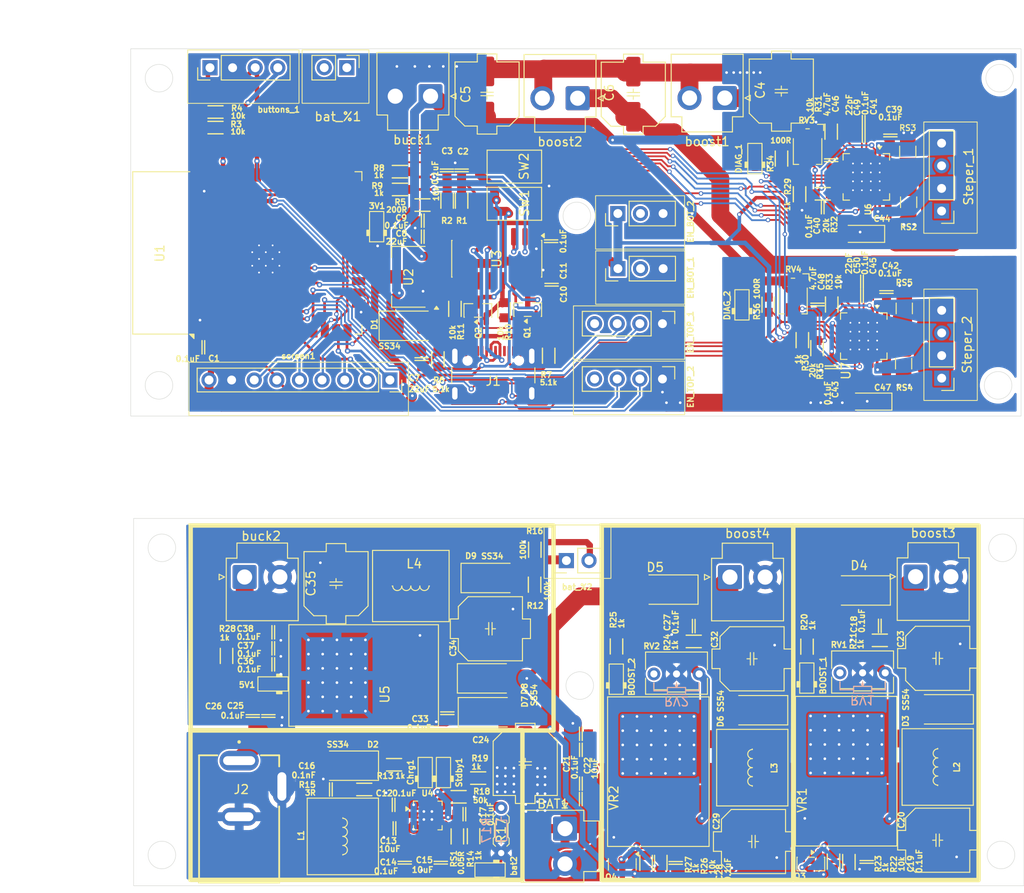
<source format=kicad_pcb>
(kicad_pcb (version 20241229) (generator "pcbnew") (generator_version "9.0")
  (layers (0 "F.Cu" signal) (2 "B.Cu" signal) (13 "F.Paste" user) (15 "B.Paste" user) (5 "F.SilkS" user "F.Silkscreen") (7 "B.SilkS" user "B.Silkscreen") (1 "F.Mask" user) (3 "B.Mask" user) (25 "Edge.Cuts" user))
  (net 0 "")
  (net 1 "Net-(3V1-A)")
  (net 2 "GND1")
  (net 3 "Net-(5V1-A)")
  (net 4 "GND")
  (net 5 "+12V_1")
  (net 6 "+12V_2")
  (net 7 "Net-(BOOST_1-A)")
  (net 8 "Net-(BOOST_2-A)")
  (net 9 "Vbat")
  (net 10 "+5V")
  (net 11 "+3.3V")
  (net 12 "/esp_EN")
  (net 13 "esp32_CLK")
  (net 14 "USB_5V")
  (net 15 "Adapter_+12V")
  (net 16 "Net-(U4-VS)")
  (net 17 "/BTN2")
  (net 18 "/Power Circuits/Vreg")
  (net 19 "Net-(U6-VCP)")
  (net 20 "Net-(U7-VCP)")
  (net 21 "Net-(U6-CPO)")
  (net 22 "Net-(U6-CPI)")
  (net 23 "Net-(U7-CPO)")
  (net 24 "Net-(U7-CPI)")
  (net 25 "Net-(Chrg1-K)")
  (net 26 "Net-(Chrg1-A)")
  (net 27 "Net-(D2-K)")
  (net 28 "Net-(D3-A)")
  (net 29 "Net-(D7-K)")
  (net 30 "Net-(DIAG_1-A)")
  (net 31 "Net-(DIAG_2-A)")
  (net 32 "/SDA")
  (net 33 "/SCL")
  (net 34 "/D+")
  (net 36 "/D-")
  (net 37 "Net-(J1-CC1)")
  (net 38 "Net-(J1-CC2)")
  (net 40 "Net-(Q1-B)")
  (net 41 "/RST")
  (net 42 "Net-(Q2-B)")
  (net 43 "/DTR")
  (net 44 "Net-(Q3-C)")
  (net 45 "Net-(Q3-B)")
  (net 46 "Net-(Q4-C)")
  (net 47 "Net-(Q4-B)")
  (net 48 "/TX")
  (net 49 "Net-(C16-Pad1)")
  (net 50 "Net-(U3-TXD)")
  (net 51 "/RX")
  (net 52 "/Power Circuits/NTC")
  (net 53 "Net-(U3-RXD)")
  (net 54 "Net-(VR1-FB)")
  (net 55 "Net-(VR2-FB)")
  (net 56 "TX_TMC")
  (net 57 "RX_TMC")
  (net 58 "Net-(U6-SPREAD)")
  (net 59 "Net-(U6-~{EN})")
  (net 60 "Net-(U7-SPREAD)")
  (net 61 "DIAG_1")
  (net 62 "Net-(U7-~{EN})")
  (net 63 "DIAG_2")
  (net 64 "Net-(U6-BRA)")
  (net 65 "Net-(U6-BRB)")
  (net 66 "Net-(U7-BRA)")
  (net 67 "Net-(U7-BRB)")
  (net 70 "Net-(U6-VREF)")
  (net 71 "Net-(U7-VREF)")
  (net 72 "/DC")
  (net 73 "/SCL1")
  (net 74 "/SDA1")
  (net 75 "/SCK")
  (net 76 "/BACKLIGHT")
  (net 77 "/CS")
  (net 78 "/BTN3")
  (net 79 "/BTN1")
  (net 80 "/MISO")
  (net 81 "/MOSI")
  (net 82 "Net-(U4-RTRICK)")
  (net 83 "Net-(Stdby1-K)")
  (net 84 "Net-(Steper_1-Pin_1)")
  (net 85 "Net-(Steper_1-Pin_3)")
  (net 86 "Net-(Steper_1-Pin_4)")
  (net 87 "Net-(Steper_1-Pin_2)")
  (net 88 "Net-(Steper_2-Pin_1)")
  (net 89 "Net-(Steper_2-Pin_4)")
  (net 90 "Net-(Steper_2-Pin_3)")
  (net 91 "Net-(Steper_2-Pin_2)")
  (net 92 "DIR_1")
  (net 93 "STEP_2")
  (net 96 "EN_1")
  (net 100 "DIR_2")
  (net 101 "STEP_1")
  (net 102 "EN_2")
  (net 113 "ROT_TRK_1")
  (net 115 "ROT_TRK_2")
  (net 117 "Net-(bat2-A)")
  (net 118 "Net-(D6-A)")
  (net 119 "Net-(D9-K)")
  (net 122 "Net-(bat_%2-Pin_1)")
  (footprint "PCM_Inductor_SMD_Handsoldering_AKL:L_7.3x7.3_H4.5" (layer "F.Cu") (at 167.1625 143.8125 90)
    (property "Reference" "L2")
    (property "Value" "47uH" (hide yes))
  )
  (footprint "PCM_4ms_Capacitor:C_0603" (layer "F.Cu") (at 109.2 98 -90)
    (property "Reference" "C7")
    (property "Value" "22uF")
  )
  (footprint "Connector_PinHeader_2.54mm:PinHeader_1x02_P2.54mm_Vertical" (layer "F.Cu") (at 125.46 120.63 90)
    (property "Reference" "bat_%2")
    (property "Value" "battery _percentage")
  )
  (footprint "Connector_JST:JST_VH_B2P-VH-B_1x02_P3.96mm_Vertical" (layer "F.Cu") (at 143.8275 122.4875)
    (property "Reference" "boost4")
    (property "Value" "boost_2")
  )
  (footprint "Connector_JST:JST_VH_B2P-VH-B_1x02_P3.96mm_Vertical" (layer "F.Cu") (at 164.68 122.4375)
    (property "Reference" "boost3")
    (property "Value" "boost_1")
  )
  (footprint "Diode_SMD:D_SMA" (layer "F.Cu") (at 167.6625 137.3375 180)
    (property "Reference" "D3")
    (property "Value" "SS54")
  )
  (footprint "Diode_SMD:D_SMA" (layer "F.Cu") (at 100.847842 143.6675 180)
    (property "Reference" "D2")
    (property "Value" "SS34")
  )
  (footprint "Connector_PinHeader_2.54mm:PinHeader_1x03_P2.54mm_Vertical" (layer "F.Cu") (at 131.24 81.65 90)
    (property "Reference" "EN_BOT_2")
    (property "Value" "Conn_01x03")
  )
  (footprint "PCM_4ms_Capacitor:C_0603" (layer "F.Cu") (at 153.66 91.87 -90)
    (property "Reference" "C48")
    (property "Value" "4.7uF")
  )
  (footprint "my_custom_footprint:GCT_DCJ200-10-A-XX-K_REVA" (layer "F.Cu") (at 88.702842 149.65)
    (property "Reference" "J2")
    (property "Value" "Barrel_Jack_Switch_Pin3Ring")
  )
  (footprint "Connector_PinHeader_2.54mm:PinHeader_1x02_P2.54mm_Vertical" (layer "F.Cu") (at 100.8 65.27 -90)
    (property "Reference" "bat_%1")
    (property "Value" "battery _percentage")
  )
  (footprint "Diode_SMD:D_SMA" (layer "F.Cu") (at 146.8125 137.4375 180)
    (property "Reference" "D6")
    (property "Value" "SS54")
  )
  (footprint "PCM_4ms_Resistor:R_0603" (layer "F.Cu") (at 112.94 92.35866 90)
    (property "Reference" "R11")
    (property "Value" "10k")
  )
  (footprint "PCM_LED_SMD_AKL:LED_0603_1608Metric_Pad1.05x0.95mm" (layer "F.Cu") (at 111.652842 144.4375 90)
    (property "Reference" "Stdby1")
    (property "Value" "LED" (hide yes))
  )
  (footprint "Connector_USB:USB_C_Receptacle_GCT_USB4105-xx-A_16P_TopMnt_Horizontal" (layer "F.Cu") (at 117.25 100.775)
    (property "Reference" "J1")
    (property "Value" "USB_C_Receptacle_USB2.0_16P")
  )
  (footprint "PCM_4ms_Capacitor:C_0603" (layer "F.Cu") (at 127.0875 141.8875)
    (property "Reference" "C31" (hide yes))
    (property "Value" "10uF" (hide yes))
  )
  (footprint "Diode_SMD:D_SMA" (layer "F.Cu") (at 116.825 137.6625)
    (property "Reference" "D7")
    (property "Value" "SS54" (hide yes))
  )
  (footprint "PCM_4ms_Resistor:R_0603" (layer "F.Cu") (at 109.3 80.7)
    (property "Reference" "R5")
    (property "Value" "200R")
  )
  (footprint "PCM_4ms_Resistor:R_0603" (layer "F.Cu") (at 113.352842 147.1625 180)
    (property "Reference" "R18")
    (property "Value" "50k")
  )
  (footprint "Package_TO_SOT_SMD:SOT-223-3_TabPin2" (layer "F.Cu") (at 107.74 88.75866 180)
    (property "Reference" "U2")
    (property "Value" "AMS1117-3.3")
  )
  (footprint "Package_TO_SOT_SMD:SOT-23" (layer "F.Cu") (at 115.515 92.53366 90)
    (property "Reference" "Q2")
    (property "Value" "SS8050")
  )
  (footprint "PCM_4ms_Capacitor:C_0603" (layer "F.Cu") (at 92.5375 130.4875)
    (property "Reference" "C37")
    (property "Value" "0.1uF")
  )
  (footprint "PCM_4ms_Resistor:R_0603" (layer "F.Cu") (at 121.9125 119.4125 90)
    (property "Reference" "R16")
    (property "Value" "100k")
  )
  (footprint "Package_TO_SOT_SMD:SOT-23" (layer "F.Cu") (at 152.9125 154.7125 -90)
    (property "Reference" "Q3")
    (property "Value" "SS8050")
  )
  (footprint "Capacitor_Tantalum_SMD:CP_EIA-3216-12_Kemet-S_HandSolder" (layer "F.Cu") (at 158.71 83.935 180)
    (property "Reference" "C44")
    (property "Value" "100uF")
  )
  (footprint "PCM_4ms_Resistor:R_0603" (layer "F.Cu") (at 86.05 70.25)
    (property "Reference" "R4")
    (property "Value" "10k")
  )
  (footprint "PCM_4ms_Capacitor:C_0603" (layer "F.Cu") (at 158.66 89.32 180)
    (property "Reference" "C45")
    (property "Value" "0.1uF")
  )
  (footprint "PCM_Capacitor_SMD_Handsoldering_AKL:C_Elec_6.3x7.7" (layer "F.Cu") (at 167.1625 152.0375)
    (property "Reference" "C20")
    (property "Value" "330uF" (hide yes))
  )
  (footprint "PCM_4ms_Resistor:R_1206_3216Metric" (layer "F.Cu") (at 163.335 98.5075 -90)
    (property "Reference" "RS4")
    (property "Value" "0.1R")
  )
  (footprint "PCM_4ms_Capacitor:C_0603" (layer "F.Cu") (at 155.26 98.92 90)
    (property "Reference" "C43")
    (property "Value" "0.1uF")
  )
  (footprint "Connector_JST:JST_VH_B2P-VH-B_1x02_P3.96mm_Vertical" (layer "F.Cu") (at 126.725 68.7 180)
    (property "Reference" "boost2")
    (property "Value" "boost_2")
  )
  (footprint "PCM_Inductor_SMD_Handsoldering_AKL:L_7.3x7.3_H4.5" (layer "F.Cu") (at 146.3375 143.8875 90)
    (property "Reference" "L3")
    (property "Value" "47uH" (hide yes))
  )
  (footprint "PCM_4ms_Resistor:R_0603" (layer "F.Cu") (at 111.025 98.025 -90)
    (property "Reference" "R6")
    (property "Value" "5.1k")
  )
  (footprint "PCM_Potentiometer_THT_AKL_Double:Potentiometer_Bourns_3266Y_Vertical" (layer "F.Cu") (at 156.1875 133.2375 180)
    (property "Reference" "RV1")
    (property "Value" "10k" (hide yes))
  )
  (footprint "PCM_4ms_Resistor:R_0603" (layer "F.Cu") (at 155.26 91.87 90)
    (property "Reference" "R33")
    (property "Value" "10k")
  )
  (footprint "PCM_4ms_Capacitor:C_0603" (layer "F.Cu") (at 154.25 80.935)
    (property "Reference" "C40")
    (property "Value" "0.1uF")
  )
  (footprint "Connector_JST:JST_VH_B2P-VH-B_1x02_P3.96mm_Vertical" (layer "F.Cu") (at 89.3175 122.475)
    (property "Reference" "buck2")
    (property "Value" "buck")
  )
  (footprint "PCM_LED_SMD_AKL:LED_0603_1608Metric_Pad1.05x0.95mm" (layer "F.Cu") (at 152.4625 133.825 90)
    (property "Reference" "BOOST_1")
    (property "Value" "LED" (hide yes))
  )
  (footprint "PCM_4ms_Resistor:R_0603" (layer "F.Cu") (at 151.65 79.485 90)
    (property "Reference" "R29")
    (property "Value" "1k")
  )
  (footprint "Connector_JST:JST_VH_B2P-VH-B_1x02_P3.96mm_Vertical" (layer "F.Cu") (at 110.2 68.475 180)
    (property "Reference" "buck1")
    (property "Value" "buck")
  )
  (footprint "PCM_Capacitor_SMD_Handsoldering_AKL:C_Elec_6.3x7.7" (layer "F.Cu") (at 146.3125 131.6625)
    (property "Reference" "C32")
    (property "Value" "100uF" (hide yes))
  )
  (footprint "Diode_SMD:D_SMA" (layer "F.Cu") (at 107.94 94.25866)
    (property "Reference" "D1")
    (property "Value" "SS34")
  )
  (footprint "PCM_4ms_Capacitor:C_0603" (layer "F.Cu") (at 106.052842 148.0625 180)
    (property "Reference" "C12")
    (property "Value" "0.1uF")
  )
  (footprint "PCM_Capacitor_SMD_Handsoldering_AKL:C_Elec_6.3x7.7" (layer "F.Cu") (at 116.55 68.225 90)
    (property "Reference" "C5")
    (property "Value" "100uF" (hide yes))
  )
  (footprint "Connector_PinHeader_2.54mm:PinHeader_1x03_P2.54mm_Vertical" (layer "F.Cu") (at 131.25 87.84 90)
    (property "Reference" "EN_BOT_1")
    (property "Value" "Conn_01x03")
  )
  (footprint "Connector_PinHeader_2.54mm:PinHeader_1x04_P2.54mm_Vertical" (layer "F.Cu") (at 167.6 81.37 180)
    (property "Reference" "Steper_1")
    (property "Value" "Conn_01x04")
  )
  (footprint "PCM_4ms_Capacitor:C_0603" (layer "F.Cu") (at 127.0875 145.6875)
    (property "Reference" "C21")
    (property "Value" "0.1uF")
  )
  (footprint "PCM_4ms_Capacitor:C_0603" (layer "F.Cu") (at 161.41 90.47 90)
    (property "Reference" "C42")
    (property "Value" "0.1uF")
  )
  (footprint "PCM_4ms_Resistor:R_0603" (layer "F.Cu") (at 154.25 79.435 180)
    (property "Reference" "R32")
    (property "Value" "20k")
  )
  (footprint "Diode_SMD:D_SMA" (layer "F.Cu") (at 116.725 133.8625)
    (property "Reference" "D8")
    (property "Value" "SS54")
  )
  (footprint "PCM_4ms_Resistor:R_0603" (layer "F.Cu") (at 121.8875 123.3375 90)
    (property "Reference" "R12")
    (property "Value" "100k")
  )
  (footprint "PCM_4ms_Capacitor:C_0603" (layer "F.Cu") (at 160.6625 127.9625 180)
    (property "Reference" "C18")
    (property "Value" "0.1uF")
  )
  (footprint "PCM_4ms_Capacitor:C_0603" (layer "F.Cu") (at 155.2 75.66 90)
    (property "Reference" "C46")
    (property "Value" "4.7uF")
  )
  (footprint "Connector_PinHeader_2.54mm:PinHeader_1x04_P2.54mm_Vertical" (layer "F.Cu") (at 136.25 94.02 -90)
    (property "Reference" "EN_TOP_1")
    (property "Value" "Conn_01x04")
  )
  (footprint "PCM_LED_SMD_AKL:LED_0603_1608Metric_Pad1.05x0.95mm" (layer "F.Cu") (at 145.18 91.91 90)
    (property "Reference" "DIAG_2")
    (property "Value" "LED" (hide yes))
  )
  (footprint "PCM_4ms_Resistor:R_0603" (layer "F.Cu") (at 139.7625 129.7125)
    (property "Reference" "R24")
    (property "Value" "1k")
  )
  (footprint "Potentiometer_SMD:Potentiometer_Bourns_TC33X_Vertical" (layer "F.Cu") (at 152.55 74.235 -90)
    (property "Reference" "RV3")
    (property "Value" "20k")
  )
  (footprint "PCM_4ms_Capacitor:C_0603" (layer "F.Cu") (at 91.9875 138.0875 90)
    (property "Reference" "C26")
    (property "Value" "0.1uF" (hide yes))
  )
  (footprint "PCM_LED_SMD_AKL:LED_0603_1608Metric_Pad1.05x0.95mm" (layer "F.Cu") (at 131.0625 133.95 90)
    (property "Reference" "BOOST_2")
    (property "Value" "LED" (hide yes))
  )
  (footprint "PCM_4ms_Capacitor:C_0603" (layer "F.Cu") (at 84.6855 96.675 180)
    (property "Reference" "C1")
    (property "Value" "0.1uF")
  )
  (footprint "Diode_SMD:D_SMA" (layer "F.Cu") (at 117.1375 122.5875)
    (property "Reference" "D9")
    (property "Value" "SS34")
  )
  (footprint "PCM_Capacitor_SMD_Handsoldering_AKL:C_Elec_6.3x7.7" (layer "F.Cu") (at 132.975 68.25 90)
    (property "Reference" "C6")
    (property "Value" "100uF" (hide yes))
  )
  (footprint "PCM_4ms_Resistor:R_0603" (layer "F.Cu") (at 155.2 72.46 90)
    (property "Reference" "R31")
    (property "Value" "10k")
  )
  (footprint "PCM_4ms_Capacitor:C_0603" (layer "F.Cu") (at 107.302842 154.5625 -90)
    (property "Reference" "C14")
    (property "Value" "0.1uF")
  )
  (footprint "PCM_4ms_Resistor:R_0603" (layer "F.Cu") (at 86.05 72)
    (property "Reference" "R3")
    (property "Value" "10k")
  )
  (footprint "Connector_PinHeader_2.54mm:PinHeader_1x04_P2.54mm_Vertical" (layer "F.Cu") (at 85.43 65.275 90)
    (property "Reference" "buttons_1")
    (property "Value" "Conn_01x04")
  )
  (footprint "PCM_4ms_Capacitor:C_0603" (layer "F.Cu") (at 123.74 84.75866 -90)
    (property "Reference" "C11")
    (property "Value" "0.1uF")
  )
  (footprint "Package_DFN_QFN:VQFN-28-1EP_5x5mm_P0.5mm_EP3.7x3.7mm_ThermalVias" (layer "F.Cu") (at 158.86 95.42 -90)
    (property "Reference" "U7")
    (property "Value" "TMC2209-LA")
  )
  (footprint "PCM_4ms_Resistor:R_0603" (layer "F.Cu") (at 148.13 91.895 -90)
    (property "Reference" "R36")
    (property "Value" "100R")
  )
  (footprint "PCM_4ms_Resistor:R_0603" (layer "F.Cu") (at 115.0375 151.5875 90)
    (property "Reference" "R14")
    (property "Value" "1k")
  )
  (footprint "PCM_4ms_Capacitor:C_0603" (layer "F.Cu") (at 114.002842 149.1125)
    (property "Reference" "C17")
    (property "Value" "0.1uF")
  )
  (footprint "PCM_4ms_Capacitor:C_0603" (layer "F.Cu") (at 161.85 72.885 90)
    (property "Reference" "C39")
    (property "Value" "0.1uF")
  )
  (footprint "PCM_4ms_Capacitor:C_0603" (layer "F.Cu") (at 158.66 90.92 180)
    (property "Reference" "C50")
    (property "Value" "22pF")
  )
  (footprint "PCM_4ms_Resistor:R_0603" (layer "F.Cu") (at 106.102842 143.5625)
    (property "Reference" "R13")
    (property "Value" "1k")
  )
  (footprint "PCM_Inductor_SMD_Handsoldering_AKL:L_7.3x7.3_H4.5" (layer "F.Cu") (at 100.352842 151.6125 -90)
    (property "Reference" "L1")
    (property "Value" "22uH" (hide yes))
  )
  (footprint "PCM_4ms_Capacitor:C_0603" (layer "F.Cu") (at 112.04 76.80866 90)
    (property "Reference" "C3")
    (property "Value" "0.1uF" (hide yes))
  )
  (footprint "PCM_4ms_Capacitor:C_0603" (layer "F.Cu") (at 109.325 84.25 180)
    (property "Reference" "C8")
    (property "Value" "22uF")
  )
  (footprint "PCM_4ms_Capacitor:C_0603" (layer "F.Cu") (at 112.0875 137.775 -90)
    (property "Reference" "C33")
    (property "Value" "0.1uF")
  )
  (footprint "PCM_4ms_Resistor:R_0603" (layer "F.Cu") (at 149.62 75.48 -90)
    (property "Reference" "R34")
    (property "Value" "100R")
  )
  (footprint "PCM_Package_TO_SOT_SMD_AKL:TO-263-5_TabPin3_ThermalVias" (layer "F.Cu") (at 102.6875 133.5375 180)
    (property "Reference" "U5")
    (property "Value" "LM2596S-buck" (hide yes))
  )
  (footprint "PCM_LED_SMD_AKL:LED_0603_1608Metric_Pad1.05x0.95mm" (layer "F.Cu") (at 92.5125 134.4875 180)
    (property "Reference" "5V1")
    (property "Value" "LED" (hide yes))
  )
  (footprint "PCM_4ms_Capacitor:C_0603" (layer "F.Cu") (at 127.0875 140.0875)
    (property "Reference" "C30" (hide yes))
    (property "Value" "0.1uF" (hide yes))
  )
  (footprint "Capacitor_Tantalum_SMD:CP_EIA-3216-12_Kemet-S_HandSolder" (layer "F.Cu") (at 159.525 102.775 180)
    (property "Reference" "C47")
    (property "Value" "100uF")
  )
  (footprint "PCM_4ms_Capacitor:C_0603" (layer "F.Cu") (at 159.1875 154.475 -90)
    (property "Reference" "C19")
    (property "Value" "0.1uF")
  )
  (footprint "PCM_4ms_Capacitor:C_0603" (layer "F.Cu") (at 106.152842 150.7125 180)
    (property "Reference" "C13")
    (property "Value" "10uF")
  )
  (footprint "PCM_4ms_Capacitor:C_0603" (layer "F.Cu") (at 137.7375 154.5875 -90)
    (property "Reference" "C28")
    (property "Value" "0.1uF")
  )
  (footprint "Diode_SMD:D_SMA" (layer "F.Cu") (at 136.7375 123.8875 180)
    (property "Reference" "D5")
    (property "Value" "SS54")
  )
  (footprint "PCM_4ms_Capacitor:C_0603" (layer "F.Cu") (at 139.7625 127.9875 180)
    (property "Reference" "C27")
    (property "Value" "0.1uF")
  )
  (footprint "PCM_4ms_Resistor:R_0603" (layer "F.Cu") (at 87.2875 131.3375 90)
    (property "Reference" "R28")
    (property "Value" "1k")
  )
  (footprint "PCM_LED_SMD_AKL:LED_0603_1608Metric_Pad1.05x0.95mm" (layer "F.Cu") (at 109.602842 144.4375 90)
    (property "Reference" "Chrg1")
    (property "Value" "LED" (hide yes))
  )
  (footprint "PCM_4ms_Resistor:R_0603" (layer "F.Cu") (at 113.2125 151.6125 -90)
    (property "Reference" "RS1")
    (property "Value" "0.05R")
  )
  (footprint "PCM_4ms_Capacitor:C_0603" (layer "F.Cu") (at 113.69 76.80866 90)
    (property "Reference" "C2")
    (property "Value" "0.1uF")
  )
  (footprint "Connector_PinSocket_2.54mm:PinSocket_1x09_P2.54mm_Vertical" (layer "F.Cu") (at 105.64 100.35 -90)
    (property "Reference" "screen1")
    (property "Value" "Conn_01x09_Pin")
  )
  (footprint "PCM_4ms_Capacitor:C_0603" (layer "F.Cu") (at 109.325 82.45 180)
    (property "Reference" "C9")
    (property "Value" "0.1uF")
  )
  (footprint "PCM_Package_TO_SOT_SMD_AKL:TO-263-5_TabPin6_ThermalVias" (layer "F.Cu") (at 135.7875 144.3375 90)
    (property "Reference" "VR2")
    (property "Value" "XL6019" (hide yes))
  )
  (footprint "PCM_4ms_Capacitor:C_0603" (layer "F.Cu") (at 99.007842 146.3375 180)
    (property "Reference" "C16")
    (property "Value" "0.1nF")
  )
  (footprint "PCM_4ms_Resistor:R_0603" (layer "F.Cu") (at 123.47 97.625 90)
    (property "Reference" "R7")
    (property "Value" "5.1k")
  )
  (footprint "PCM_4ms_Resistor:R_0603" (layer "F.Cu") (at 136.0625 154.5875 90)
    (property "Reference" "R26")
    (property "Value" "10k")
  )
  (footprint "Connector_JST:JST_VH_B2P-VH-B_1x02_P3.96mm_Vertical" (layer "F.Cu") (at 143.25 68.675 180)
    (property "Reference" "boost1")
    (property "Value" "boost_1")
  )
  (footprint "RF_Module:ESP32-WROOM-32" (layer "F.Cu") (at 92.61 86.075 90)
    (property "Reference" "U1")
    (property "Value" "ESP32-WROOM-32")
  )
  (footprint "PCM_4ms_Resistor:R_0603" (layer "F.Cu") (at 113.69 80.20866 90)
    (property "Reference" "R1")
    (property "Value" "10k")
  )
  (footprint "PCM_LED_SMD_AKL:LED_0603_1608Metric_Pad1.05x0.95mm" (layer "F.Cu") (at 104.15 83.125 90)
    (property "Reference" "3V1")
    (property "Value" "LED" (hide yes))
  )
  (footprint "PCM_4ms_Resistor:R_1206_3216Metric" (layer "F.Cu") (at 163.8 74.685 90)
    (property "Reference" "RS3")
    (property "Value" "0.1R")
  )
  (footprint "PCM_4ms_Capacitor:C_0603" (layer "F.Cu") (at 123.8 89.65 90)
    (property "Reference" "C10")
    (property "Value" "0.1uF" (hide yes))
  )
  (footprint "PCM_4ms_Resistor:R_0603" (layer "F.Cu") (at 152.4875 130.3 90)
    (property "Reference" "R20")
    (property "Value" "1k")
  )
  (footprint "PCM_Resistor_THT_AKL_Double:R_Axial_DIN0204_L3.6mm_D1.6mm_P5.08mm_Horizontal" (layer "F.Cu") (at 118.1375 153.4775 90)
    (property "Reference" "R17")
    (property "Value" "47d 3950 (10K)" (hide yes))
  )
  (footprint "PCM_4ms_Resistor:R_0603" (layer "F.Cu") (at 134.4125 154.5875 -90)
    (property "Reference" "R27")
    (property "Value" "1k")
  )
  (footprint "PCM_Capacitor_SMD_Handsoldering_AKL:C_Elec_6.3x7.7" (layer "F.Cu") (at 116.925 128.2875)
    (property "Reference" "C34")
    (property "Value" "100uF" (hide yes))
  )
  (footprint "PCM_4ms_Resistor:R_0603" (layer "F.Cu") (at 131.0875 130.275 90)
    (property "Reference" "R25")
    (property "Value" "1k")
  )
  (footprint "PCM_4ms_Resistor:R_0603" (layer "F.Cu") (at 151.96 95.87 90)
    (property "Reference" "R30")
    (property "Value" "1k")
  )
  (footprint "Package_DFN_QFN:VQFN-28-1EP_5x5mm_P0.5mm_EP3.7x3.7mm_ThermalVias" (layer "F.Cu") (at 159.15 77.535 -90)
    (property "Reference" "U6")
    (property "Value" "TMC2209-LA")
  )
  (footprint "PCM_LED_SMD_AKL:LED_0603_1608Metric_Pad1.05x0.95mm" (layer "F.Cu") (at 116.8875 155.3875 180)
    (property "Reference" "bat2")
    (property "Value" "LED" (hide yes))
  )
  (footprint "PCM_4ms_Capacitor:C_0603" (layer "F.Cu") (at 111.352842 154.5625 -90)
    (property "Reference" "C15")
    (property "Value" "10uF")
  )
  (footprint "Package_TO_SOT_SMD:SOT-23" (layer "F.Cu") (at 131.7375 154.75 -90)
    (property "Reference" "Q4")
    (property "Value" "SS8050")
  )
  (footprint "PCM_4ms_Resistor:R_0603" (layer "F.Cu") (at 112.065 80.20866 90)
    (property "Reference" "R2")
    (property "Value" "10k" (hide yes))
  )
  (footprint "PCM_4ms_Resistor:R_0603" (layer "F.Cu") (at 106.75 76.95 180)
    (property "Reference" "R8")
    (property "Value" "1k")
  )
  (footprint "PCM_4ms_Resistor:R_0603" (layer "F.Cu") (at 153.61 96.77 90)
    (property "Reference" "R35")
    (property "Value" "20k")
  )
  (footprint "PCM_4ms_Resistor:R_0603" (layer "F.Cu") (at 102.757842 146.3375)
    (property "Reference" "R15")
    (property "Value" "3R")
  )
  (footprint "PCM_4ms_Resistor:R_0603" (layer "F.Cu") (at 106.76 78.95 180)
    (property "Reference" "R9")
    (property "Value" "1k")
  )
  (footprint "Connector_JST:JST_VH_B2P-VH-B_1x02_P3.96mm_Vertical" (layer "F.Cu") (at 125.305 150.7375 -90)
    (property "Reference" "BAT1")
    (property "Value" "Bat_protected")
  )
  (footprint "Potentiometer_SMD:Potentiometer_Bourns_TC33X_Vertical" (layer "F.Cu") (at 150.91 91.02 -90)
    (property "Reference" "RV4")
    (property "Value" "20k")
  )
  (footprint "PCM_Capacitor_SMD_Handsoldering_AKL:C_Elec_6.3x7.7" (layer "F.Cu") (at 167.1625 131.6125)
    (property "Reference" "C23")
    (property "Value" "100uF" (hide yes))
  )
  (footprint "PCM_4ms_Resistor:R_0603" (layer "F.Cu") (at 155.4625 154.4375 -90)
    (property "Reference" "R23")
    (property "Value" "1k")
  )
  (footprint "PCM_Capacitor_SMD_Handsoldering_AKL:C_Elec_6.3x7.7" (layer "F.Cu") (at 120.8375 143.4125 -90)
    (property "Reference" "C24")
    (property "Value" "100uF" (hide yes))
  )
  (footprint "Connector_PinHeader_2.54mm:PinHeader_1x04_P2.54mm_Vertical" (layer "F.Cu") (at 167.61 100.145 180)
    (property "Reference" "Steper_2")
    (property "Value" "Conn_01x04")
  )
  (footprint "PCM_Inductor_SMD_Handsoldering_AKL:L_7.3x7.3_H4.5" (layer "F.Cu") (at 107.9875 123.4875 180)
    (property "Reference" "L4")
    (property "Value" "33uH" (hide yes))
  )
  (footprint "Package_TO_SOT_SMD:SOT-23" (layer "F.Cu") (at 121.115 92.44616 90)
    (property "Reference" "Q1")
    (property "Value" "SS8050")
  )
  (footprint "Package_DFN_QFN:LQFN-16-1EP_3x3mm_P0.5mm_EP1.7x1.7mm" (layer "F.Cu") (at 109.892842 149.2625)
    (property "Reference" "U4")
    (property "Value" "TP5100")
  )
  (footprint "Connector_PinHeader_2.54mm:PinHeader_1x04_P2.54mm_Vertical" (layer "F.Cu") (at 136.248 100.236 -90)
    (property "Reference" "EN_TOP_2")
    (property "Value" "Conn_01x04")
  )
  (footprint "PCM_4ms_Resistor:R_1206_3216Metric" (layer "F.Cu") (at 163.9 80.3825 -90)
    (property "Reference" "RS2")
    (property "Value" "0.1R")
  )
  (footprint "PCM_Potentiometer_THT_AKL_Double:Potentiometer_Bourns_3266Y_Vertical" (layer "F.Cu") (at 135.2875 133.3625 180)
    (property "Reference" "RV2")
    (property "Value" "10k" (hide yes))
  )
  (footprint "Diode_SMD:D_SMA" (layer "F.Cu") (at 158.3375 123.9875 180)
    (property "Reference" "D4")
    (property "Value" "SS54")
  )
  (footprint "PCM_4ms_Capacitor:C_0603" (layer "F.Cu") (at 127.077842 147.4125)
    (property "Reference" "C22")
    (property "Value" "10uF")
  )
  (footprint "Button_Switch_SMD:SW_SPST_CK_RS282G05A3" (layer "F.Cu") (at 119.615 76.38366)
    (property "Reference" "SW2")
    (property "Value" "reset")
  )
  (footprint "PCM_4ms_Resistor:R_1206_3216Metric" (layer "F.Cu") (at 163.41 92.3075 90)
    (property "Reference" "RS5")
    (property "Value" "0.1R")
  )
  (footprint "PCM_4ms_Resistor:R_0603" (layer "F.Cu") (at 157.1875 154.4875 90)
    (property "Reference" "R22")
    (property "Value" "10k")
  )
  (footprint "PCM_Capacitor_SMD_Handsoldering_AKL:C_Elec_6.3x7.7" (layer "F.Cu") (at 99.5875 123.225 90)
    (property "Reference" "C35")
    (property "Value" "100uF" (hide yes))
  )
  (footprint "PCM_Capacitor_SMD_Handsoldering_AKL:C_Elec_6.3x7.7" (layer "F.Cu") (at 146.475 152.1875)
    (property "Reference" "C29")
    (property "Value" "330uF" (hide yes))
  )
  (footprint "Package_SO:SOIC-16_3.9x9.9mm_P1.27mm" (layer "F.Cu") (at 117.64 86.73366 -90)
    (property "Reference" "U3")
    (property "Value" "CH340C")
  )
  (footprint "PCM_Package_TO_SOT_SMD_AKL:TO-263-5_TabPin6_ThermalVias" (layer "F.Cu") (at 156.8875 144.2875 90)
    (property "Reference" "VR1")
    (property "Value" "XL6019" (hide yes))
  )
  (footprint "PCM_4ms_Capacitor:C_0603" (layer "F.Cu") (at 92.5375 128.6875)
    (property "Reference" "C38")
    (property "Value" "0.1uF")
  )
  (footprint "PCM_4ms_Capacitor:C_0603" (layer "F.Cu") (at 158.85 72.935 180)
    (property "Reference" "C49")
    (property "Value" "22pF")
  )
  (footprint "PCM_LED_SMD_AKL:LED_0603_1608Metric_Pad1.05x0.95mm" (layer "F.Cu") (at 146.63 75.475 90)
    (property "Reference" "DIAG_1")
    (property "Value" "LED" (hide yes))
  )
  (footprint "PCM_Capacitor_SMD_Handsoldering_AKL:C_Elec_6.3x7.7" (layer "F.Cu") (at 149.6 67.9 90)
    (property "Reference" "C4")
    (property "Value" "100uF" (hide yes))
  )
  (footprint "PCM_4ms_Capacitor:C_0603" (layer "F.Cu") (at 92.5375 132.2875)
    (property "Reference" "C36")
    (property "Value" "0.1uF")
  )
  (footprint "PCM_4ms_Capacitor:C_0603" (layer "F.Cu") (at 158.85 71.385 180)
    (property "Reference" "C41")
    (property "Value" "0.1uF")
  )
  (footprint "PCM_4ms_Resistor:R_0603" (layer "F.Cu") (at 115.552842 145.0625)
    (property "Reference" "R19")
    (property "Value" "1k")
  )
  (footprint "PCM_4ms_Capacitor:C_0603" (layer "F.Cu") (at 90.2375 138.0875 90)
    (property "Reference" "C25")
    (property "Value" "0.1uF")
  )
  (footprint "PCM_4ms_Resistor:R_0603" (layer "F.Cu") (at 160.6625 129.5875)
    (property "Reference" "R21")
    (property "Value" "1k")
  )
  (footprint "PCM_4ms_Resistor:R_0603" (layer "F.Cu") (at 118.465 92.50866 -90)
    (property "Reference" "R10")
    (property "Value" "10k")
  )
  (footprint "Button_Switch_SMD:SW_SPST_CK_RS282G05A3" (layer "F.Cu") (at 119.615 80.55866)
    (property "Reference" "SW1")
    (property "Value" "boot")
  )
  (gr_rect (start 83.2375 139.68) (end 120.522158 156.495) (stroke (width 0.5)) (fill no) (layer "F.SilkS"))
  (gr_rect (start 83.257671 116.6875) (end 124.017329 139.7125) (stroke (width 0.5)) (fill no) (layer "F.SilkS"))
  (gr_rect (start 150.94375 116.6875) (end 171.75625 156.5125) (stroke (width 0.5)) (fill no) (layer "F.SilkS"))
  (gr_rect (start 129.43125 116.6875) (end 150.94375 156.5125) (stroke (width 0.5)) (fill no) (layer "F.SilkS"))
  (gr_circle (center 174.125 66.45) (end 175.675 66.45) (stroke (width 0.05)) (fill no) (layer "Edge.Cuts"))
  (gr_circle (center 80.025 119.2) (end 81.575 119.2) (stroke (width 0.05)) (fill no) (layer "Edge.Cuts"))
  (gr_circle (center 173.95 100.95) (end 175.5 100.95) (stroke (width 0.05)) (fill no) (layer "Edge.Cuts"))
  (gr_circle (center 174.45 119.2) (end 176 119.2) (stroke (width 0.05)) (fill no) (layer "Edge.Cuts"))
  (gr_circle (center 79.7 100.95) (end 81.25 100.95) (stroke (width 0.05)) (fill no) (layer "Edge.Cuts"))
  (gr_circle (center 79.7 66.45) (end 81.25 66.45) (stroke (width 0.05)) (fill no) (layer "Edge.Cuts"))
  (gr_rect (start 76.525 63.15) (end 176.525 104.4) (stroke (width 0.05)) (fill no) (layer "Edge.Cuts"))
  (gr_circle (center 126.96 134.67) (end 128.51 134.67) (stroke (width 0.05)) (fill no) (layer "Edge.Cuts"))
  (gr_circle (center 126.635 81.92) (end 128.185 81.92) (stroke (width 0.05)) (fill no) (layer "Edge.Cuts"))
  (gr_rect (start 76.85 115.9) (end 176.85 157.15) (stroke (width 0.05)) (fill no) (layer "Edge.Cuts"))
  (gr_circle (center 174.275 153.7) (end 175.825 153.7) (stroke (width 0.05)) (fill no) (layer "Edge.Cuts"))
  (gr_circle (center 80.025 153.7) (end 81.575 153.7) (stroke (width 0.05)) (fill no) (layer "Edge.Cuts"))
  (segment (start 106.9 82.25) (end 108.45 80.7) (width 0.5) (layer "F.Cu") (net 1))
  (segment (start 104.15 82.25) (end 106.9 82.25) (width 0.5) (layer "F.Cu") (net 1))
  (segment (start 163.35 82.335) (end 163.9 81.785) (width 1) (layer "F.Cu") (net 2))
  (segment (start 122.865812 65.44) (end 122.865812 68.599188) (width 2) (layer "F.Cu") (net 2))
  (segment (start 114.3425 65.13) (end 113.14 65.13) (width 2) (layer "F.Cu") (net 2))
  (segment (start 156.7 77.035) (end 156.3 77.035) (width 0.2) (layer "F.Cu") (net 2))
  (segment (start 159.36 92.97) (end 159.36 93.92) (width 0.2) (layer "F.Cu") (net 2))
  (segment (start 123.74 85.60866) (end 122.085 85.60866) (width 1) (layer "F.Cu") (net 2))
  (segment (start 156.335 89.3325) (end 153.96 89.3325) (width 0.5) (layer "F.Cu") (net 2))
  (segment (start 84.308 94.795) (end 84.308 96.2025) (width 0.5) (layer "F.Cu") (net 2))
  (segment (start 156.3 77.035) (end 155.775 76.51) (width 0.2) (layer "F.Cu") (net 2))
  (segment (start 153.96 89.3325) (end 153.66 89.6325) (width 0.5) (layer "F.Cu") (net 2))
  (segment (start 145.75 65.8175) (end 144.975 65.8175) (width 2) (layer "F.Cu") (net 2))
  (segment (start 155.775 76.51) (end 155.2 76.51) (width 0.2) (layer "F.Cu") (net 2))
  (segment (start 159.15 77.535) (end 158.65 77.035) (width 0.2) (layer "F.Cu") (net 2))
  (segment (start 154.059 99.271) (end 154.558 99.77) (width 1) (layer "F.Cu") (net 2))
  (segment (start 122.923312 65.3825) (end 122.865812 65.44) (width 2) (layer "F.Cu") (net 2))
  (segment (start 153.5 72.385) (end 153.55 72.435) (width 0.5) (layer "F.Cu") (net 2))
  (segment (start 123.47 96.775) (end 122.465 96.775) (width 0.3) (layer "F.Cu") (net 2))
  (segment (start 145.18 92.785) (end 146.55 92.785) (width 1) (layer "F.Cu") (net 2))
  (segment (start 114.05 97.095) (end 113.505 97.095) (width 0.5) (layer "F.Cu") (net 2))
  (segment (start 109.36 90.38) (end 110.21134 90.38) (width 1) (layer "F.Cu") (net 2))
  (segment (start 111.275 96.925) (end 112.185 96.925) (width 0.3) (layer "F.Cu") (net 2))
  (segment (start 123.515 76.38366) (end 123.515 80.55866) (width 1) (layer "F.Cu") (net 2))
  (segment (start 113.505 97.095) (end 112.93 97.67) (width 0.5) (layer "F.Cu") (net 2))
  (segment (start 136.248 102.448) (end 136.248 101.71) (width 2) (layer "F.Cu") (net 2))
  (segment (start 156.335 89.3325) (end 153.4725 89.3325) (width 0.5) (layer "F.Cu") (net 2))
  (segment (start 108.475 83.275) (end 108.475 84.125) (width 1) (layer "F.Cu") (net 2))
  (segment (start 158.65 77.035) (end 156.7 77.035) (width 0.2) (layer "F.Cu") (net 2))
  (segment (start 84.2855 77.945) (end 84.308 77.9225) (width 0.5) (layer "F.Cu") (net 2))
  (segment (start 122.85 88.355726) (end 123.294274 88.8) (width 0.5) (layer "F.Cu") (net 2))
  (segment (start 148.655 65.8175) (end 147.225 65.8175) (width 2) (layer "F.Cu") (net 2))
  (segment (start 163.85 73.085) (end 163.35 72.585) (width 1) (layer "F.Cu") (net 2))
  (segment (start 162.41 72.035) (end 161.85 72.035) (width 1) (layer "F.Cu") (net 2))
  (segment (start 122.85 88) (end 122.85 88.355726) (width 0.5) (layer "F.Cu") (net 2))
  (segment (start 138.24 102.899) (end 136.699 102.899) (width 2) (layer "F.Cu") (net 2))
  (segment (start 158.15 76.535) (end 159.15 77.535) (width 0.2) (layer "F.Cu") (net 2))
  (segment (start 111.63 65.13) (end 110.07 65.13) (width 2) (layer "F.Cu") (net 2))
  (segment (start 156.41 94.92) (end 157.36 94.92) (width 0.2) (layer "F.Cu") (net 2))
  (segment (start 84.78 79.14) (end 84.2855 78.6455) (width 0.5) (layer "F.Cu") (net 2))
  (segment (start 110.21134 90.38) (end 110.89 91.05866) (width 1) (layer "F.Cu") (net 2))
  (segment (start 154.558 99.77) (end 155.26 99.77) (width 1) (layer "F.Cu") (net 2))
  (segment (start 139.363312 65.8175) (end 132.0625 65.8175) (width 2) (layer "F.Cu") (net 2))
  (segment (start 155.225 102.899) (end 157.961 102.899) (width 2) (layer "F.Cu") (net 2))
  (segment (start 163.96 89.7575) (end 163.96 90.3575) (width 1) (layer "F.Cu") (net 2))
  (segment (start 84.308 77.9225) (end 84.308 77.295) (width 0.5) (layer "F.Cu") (net 2))
  (segment (start 154.025 102.899) (end 155.225 102.899) (width 2) (layer "F.Cu") (net 2))
  (segment (start 108.475 82.45) (end 108.475 83.275) (width 1) (layer "F.Cu") (net 2))
  (segment (start 132.0625 65.8175) (end 131.9675 65.7225) (width 2) (layer "F.Cu") (net 2))
  (segment (start 159.65 75.085) (end 159.65 76.035) (width 0.2) (layer "F.Cu") (net 2))
  (segment (start 163.41 90.5075) (end 163.41 90.9075) (width 1) (layer "F.Cu") (net 2))
  (segment (start 151.925 81.285002) (end 152.607498 81.285002) (width 0.5) (layer "F.Cu") (net 2))
  (segment (start 163.335 100.4825) (end 163.335 99.9075) (width 1) (layer "F.Cu") (net 2))
  (segment (start 163.35 72.585) (end 162.96 72.585) (width 1) (layer "F.Cu") (net 2))
  (segment (start 163.85 73.585) (end 163.85 73.085) (width 1) (layer "F.Cu") (net 2))
  (segment (start 164.55 82.885) (end 164.55 82.435) (width 1) (layer "F.Cu") (net 2))
  (segment (start 136.699 102.899) (end 136.248 102.448) (width 2) (layer "F.Cu") (net 2))
  (segment (start 163.35 82.885) (end 163.35 82.335) (width 1) (layer "F.Cu") (net 2))
  (segment (start 163.335 99.9075) (end 163.335 100.2575) (width 1) (layer "F.Cu") (net 2))
  (segment (start 152.607498 81.285002) (end 152.9575 80.935) (width 0.5) (layer "F.Cu") (net 2))
  (segment (start 123.294274 88.8) (end 123.8 88.8) (width 0.5) (layer "F.Cu") (net 2))
  (segment (start 112.185 96.925) (end 112.93 97.67) (width 0.3) (layer "F.Cu") (net 2))
  (segment (start 131.9175 65.3825) (end 122.923312 65.3825) (width 2) (layer "F.Cu") (net 2))
  (segment (start 108.44 65.13) (end 106.42 65.13) (width 2) (layer "F.Cu") (net 2))
  (segment (start 106.42 68.295) (end 106.24 68.475) (width 2) (layer "F.Cu") (net 2))
  (segment (start 153.4725 89.3325) (end 153.36 89.22) (width 0.5) (layer "F.Cu") (net 2))
  (segment (start 122.465 96.775) (end 121.57 97.67) (width 0.3) (layer "F.Cu") (net 2))
  (segment (start 122.085 85.60866) (end 122.085 84.25866) (width 1) (layer "F.Cu") (net 2))
  (segment (start 163.335 100.2575) (end 162.635 100.9575) (width 1) (layer "F.Cu") (net 2))
  (segment (start 104.26 85.29) (end 104.26 84.11) (width 1) (layer "F.Cu") (net 2))
  (segment (start 143.45 65.8175) (end 139.363312 65.8175) (width 2) (layer "F.Cu") (net 2))
  (segment (start 163.985 100.6075) (end 163.985 100.9325) (width 1) (layer "F.Cu") (net 2))
  (segment (start 153.5 71.385) (end 153.5 72.385) (width 0.5) (layer "F.Cu") (net 2))
  (segment (start 109.2 98.85) (end 109.35 98.85) (width 0.5) (layer "F.Cu") (net 2))
  (segment (start 111.025 97.175) (end 111.275 96.925) (width 0.3) (layer "F.Cu") (net 2))
  (segment (start 84.308 93.6225) (end 84.308 94.795) (width 0.7) (layer "F.Cu") (net 2))
  (segment (start 112.97 75.95866) (end 113.69 75.95866) (width 1) (layer "F.Cu") (net 2))
  (segment (start 147.225 65.8175) (end 146.5 65.8175) (width 2) (layer "F.Cu") (net 2))
  (segment (start 152.9575 80.935) (end 153.4 80.935) (width 0.5) (layer "F.Cu") (net 2))
  (segment (start 162.81 89.7575) (end 162.5225 89.47) (width 0.5) (layer "F.Cu") (net 2))
  (segment (start 163.85 72.985) (end 164.25 72.585) (width 1) (layer "F.Cu") (net 2))
  (segment (start 162.81 89.9075) (end 163.41 90.5075) (width 1) (layer "F.Cu") (net 2))
  (segment (start 122.865812 68.599188) (end 122.765 68.7) (width 2) (layer "F.Cu") (net 2))
  (segment (start 164.55 82.435) (end 163.9 81.785) (width 1) (layer "F.Cu") (net 2))
  (segment (start 154.025 102.899) (end 138.24 102.899) (width 2) (layer "F.Cu") (net 2))
  (segment (start 115.1475 65.44) (end 114.875 65.7125) (width 2) (layer "F.Cu") (net 2))
  (segment (start 139.29 65.890812) (end 139.29 68.675) (width 2) (layer "F.Cu") (net 2))
  (segment (start 146.63 76.35) (end 148.1 76.35) (width 1) (layer "F.Cu") (net 2))
  (segment (start 120.995 97.095) (end 121.57 97.67) (width 0.5) (layer "F.Cu") (net 2))
  (segment (start 144.975 65.8175) (end 144.25 65.8175) (width 2) (layer "F.Cu") (net 2))
  (segment (start 163.335 99.9575) (end 163.985 100.6075) (width 1) (layer "F.Cu") (net 2))
  (segment (start 113.14 65.13) (end 111.63 65.13) (width 2) (layer "F.Cu") (net 2))
  (segment (start 102.4 92.725) (end 102.4 92) (width 0.7) (layer "F.Cu") (net 2))
  (segment (start 104.26 84.11) (end 104.15 84) (width 1) (layer "F.Cu") (net 2))
  (segment (start 122.865812 65.44) (end 115.1475 65.44) (width 2) (layer "F.Cu") (net 2))
  (segment (start 144.25 65.8175) (end 143.45 65.8175) (width 2) (layer "F.Cu") (net 2))
  (segment (start 139.363312 65.8175) (end 139.29 65.890812) (width 2) (layer "F.Cu") (net 2))
  (segment (start 163.35 72.585) (end 164.25 72.585) (width 1) (layer "F.Cu") (net 2))
  (segment (start 163.335 99.9075) (end 163.335 99.9575) (width 1) (layer "F.Cu") (net 2))
  (segment (start 116.55 65.6875) (end 114.9 65.6875) (width 2) (layer "F.Cu") (net 2))
  (segment (start 158.86 97.87) (end 158.86 95.42) (width 0.2) (layer "F.Cu") (net 2))
  (segment (start 84.2855 78.6455) (end 84.2855 77.945) (width 0.5) (layer "F.Cu") (net 2))
  (segment (start 163.85 73.585) (end 163.85 72.985) (width 1) (layer "F.Cu") (net 2))
  (segment (start 158.45 83.7325) (end 157.4725 83.7325) (width 1) (layer "F.Cu") (net 2))
  (segment (start 159.15 79.985) (end 159.15 77.535) (width 0.2) (layer "F.Cu") (net 2))
  (segment (start 112.04 75.95866) (end 112.97 75.95866) (width 1) (layer "F.Cu") (net 2))
  (segment (start 146.5 65.8175) (end 145.75 65.8175) (width 2) (layer "F.Cu") (net 2))
  (segment (start 156.7 76.535) (end 156.675 76.51) (width 0.2) (layer "F.Cu") (net 2))
  (segment (start 162.4225 89.62) (end 161.41 89.62) (width 0.5) (layer "F.Cu") (net 2))
  (segment (start 112.905 101.875) (end 112.93 101.85) (width 0.5) (layer "F.Cu") (net 2))
  (segment (start 153.66 89.6325) (end 153.66 91.02) (width 0.5) (layer "F.Cu") (net 2))
  (segment (start 120.45 97.095) (end 120.995 97.095) (width 0.5) (layer "F.Cu") (net 2))
  (segment (start 162.81 89.92) (end 162.81 90.07) (width 1) (layer "F.Cu") (net 2))
  (segment (start 114.9 65.6875) (end 114.3425 65.13) (width 2) (layer "F.Cu") (net 2))
  (segment (start 157.4725 83.7325) (end 157.27 83.935) (width 1) (layer "F.Cu") (net 2))
  (segment (start 110.07 65.13) (end 108.44 65.13) (width 2) (layer "F.Cu") (net 2))
  (segment (start 162.96 72.585) (end 162.41 72.035) (width 1) (layer "F.Cu") (net 2))
  (segment (start 153.36 89.22) (end 151.91 89.22) (width 0.5) (layer "F.Cu") (net 2))
  (segment (start 163.96 89.7575) (end 162.81 89.7575) (width 1) (layer "F.Cu") (net 2))
  (segment (start 159.245 102.74) (end 158.12 102.74) (width 1) (layer "F.Cu") (net 2))
  (segment (start 102.1 91.787) (end 102.068 91.755) (width 0.7) (layer "F.Cu") (net 2))
  (segment (start 109.35 98.85) (end 111.025 97.175) (width 0.5) (layer "F.Cu") (net 2))
  (segment (start 84.308 96.2025) (end 83.8355 96.675) (width 0.5) (layer "F.Cu") (net 2))
  (segment (start 163.96 90.3575) (end 163.41 90.9075) (width 1) (layer "F.Cu") (net 2))
  (segment (start 102.187 91.787) (end 102.1 91.787) (width 0.7) (layer "F.Cu") (net 2))
  (segment (start 157.961 102.899) (end 158.085 102.775) (width 2) (layer "F.Cu") (net 2))
  (segment (start 156.675 76.51) (end 155.2 76.51) (width 0.2) (layer "F.Cu") (net 2))
  (segment (start 163.35 82.885) (end 164.55 82.885) (width 1) (layer "F.Cu") (net 2))
  (segment (start 136.248 101.71) (end 136.248 100.236) (width 2) (layer "F.Cu") (net 2))
  (segment (start 163.935 100.9575) (end 162.635 100.9575) (width 1) (layer "F.Cu") (net 2))
  (segment (start 106.42 65.13) (end 106.42 68.295) (width 2) (layer "F.Cu") (net 2))
  (segment (start 156.7 76.535) (end 158.15 76.535) (width 0.2) (layer "F.Cu") (net 2))
  (segment (start 102.4 92) (end 102.187 91.787) (width 0.7) (layer "F.Cu") (net 2))
  (via (at 84.78 79.14) (size 0.6) (drill 0.3) (layers "F.Cu" "B.Cu") (net 2))
  (via (at 147.225 65.8175) (size 0.5) (drill 0.3) (layers "F.Cu" "B.Cu") (net 2))
  (via (at 163.35 82.885) (size 0.6) (drill 0.3) (layers "F.Cu" "B.Cu") (net 2))
  (via (at 164.55 82.885) (size 0.6) (drill 0.3) (layers "F.Cu" "B.Cu") (net 2))
  (via (at 108.44 65.13) (size 0.6) (drill 0.3) (layers "F.Cu" "B.Cu") (net 2))
  (via (at 148.1 76.35) (size 0.5) (drill 0.3) (layers "F.Cu" "B.Cu") (net 2))
  (via (at 146.55 92.785) (size 0.5) (drill 0.3) (layers "F.Cu" "B.Cu") (net 2))
  (via (at 162.885 89.7575) (size 0.6) (drill 0.3) (layers "F.Cu" "B.Cu") (net 2))
  (via (at 104.26 85.29) (size 0.6) (drill 0.3) (layers "F.Cu" "B.Cu") (net 2))
  (via (at 122.85 88) (size 0.6) (drill 0.3) (layers "F.Cu" "B.Cu") (net 2))
  (via (at 163.35 72.585) (size 0.6) (drill 0.3) (layers "F.Cu" "B.Cu") (net 2))
  (via (at 155.225 102.899) (size 0.5) (drill 0.3) (layers "F.Cu" "B.Cu") (net 2))
  (via (at 152.9 102.899) (size 0.5) (drill 0.3) (layers "F.Cu" "B.Cu") (net 2))
  (via (at 102.4 92.725) (size 0.5) (drill 0.3) (layers "F.Cu" "B.Cu") (net 2))
  (via (at 108.475 83.275) (size 0.6) (drill 0.3) (layers "F.Cu" "B.Cu") (net 2))
  (via (at 145.75 65.8175) (size 0.5) (drill 0.3) (layers "F.Cu" "B.Cu") (net 2))
  (via (at 144.975 65.8175) (size 0.5) (drill 0.3) (layers "F.Cu" "B.Cu") (net 2))
  (via (at 122.085 85.60866) (size 0.6) (drill 0.3) (layers "F.Cu" "B.Cu") (net 2))
  (via (at 151.925 81.285002) (size 0.5) (drill 0.3) (layers "F.Cu" "B.Cu") (net 2))
  (via (at 144.25 65.8175) (size 0.5) (drill 0.3) (layers "F.Cu" "B.Cu") (net 2))
  (via (at 156.45 102.9) (size 0.5) (drill 0.3) (layers "F.Cu" "B.Cu") (net 2))
  (via (at 111.63 65.13) (size 0.6) (drill 0.3) (layers "F.Cu" "B.Cu") (net 2))
  (via (at 138.24 102.899) (size 0.6) (drill 0.3) (layers "F.Cu" "B.Cu") (net 2))
  (via (at 143.45 65.8175) (size 0.5) (drill 0.3) (layers "F.Cu" "B.Cu") (net 2))
  (via (at 164.25 72.585) (size 0.6) (drill 0.3) (layers "F.Cu" "B.Cu") (net 2))
  (via (at 163.985 100.9325) (size 0.6) (drill 0.3) (layers "F.Cu" "B.Cu") (net 2))
  (via (at 112.97 75.95866) (size 0.6) (drill 0.3) (layers "F.Cu" "B.Cu") (net 2))
  (via (at 123.515 78.55866) (size 0.6) (drill 0.3) (layers "F.Cu" "B.Cu") (net 2))
  (via (at 162.685 100.9325) (size 0.6) (drill 0.3) (layers "F.Cu" "B.Cu") (net 2))
  (via (at 136.248 101.71) (size 0.6) (drill 0.3) (layers "F.Cu" "B.Cu") (net 2))
  (via (at 106.42 65.13) (size 0.6) (drill 0.3) (layers "F.Cu" "B.Cu") (net 2))
  (via (at 113.14 65.13) (size 0.6) (drill 0.3) (layers "F.Cu" "B.Cu") (net 2))
  (via (at 154.025 102.899) (size 0.5) (drill 0.3) (layers "F.Cu" "B.Cu") (net 2))
  (via (at 109.36 90.38) (size 0.6) (drill 0.3) (layers "F.Cu" "B.Cu") (net 2))
  (via (at 154.059 99.271) (size 0.5) (drill 0.3) (layers "F.Cu" "B.Cu") (net 2))
  (via (at 156.335 89.3325) (size 0.5) (drill 0.3) (layers "F.Cu" "B.Cu") (net 2))
  (via (at 163.96 89.7575) (size 0.6) (drill 0.3) (layers "F.Cu" "B.Cu") (net 2))
  (via (at 84.308 93.6225) (size 0.5) (drill 0.3) (layers "F.Cu" "B.Cu") (net 2))
  (via (at 146.5 65.8175) (size 0.5) (drill 0.3) (layers "F.Cu" "B.Cu") (net 2))
  (via (at 158.45 83.7325) (size 0.6) (drill 0.3) (layers "F.Cu" "B.Cu") (net 2))
  (via (at 136.699 102.899) (size 0.6) (drill 0.3) (layers "F.Cu" "B.Cu") (net 2))
  (via (at 110.07 65.13) (size 0.6) (drill 0.3) (layers "F.Cu" "B.Cu") (net 2))
  (via (at 159.245 102.74) (size 0.5) (drill 0.3) (layers "F.Cu" "B.Cu") (net 2))
  (via (at 153.5 71.385) (size 0.5) (drill 0.3) (layers "F.Cu" "B.Cu") (net 2))
  (segment (start 91.6375 134.4875) (end 89.5875 134.4875) (width 1) (layer "F.Cu") (net 3))
  (segment (start 89.5875 134.4875) (end 87.2875 132.1875) (width 1) (layer "F.Cu") (net 3))
  (segment (start 152.0625 151.6125) (end 152.0625 153.675) (width 1) (layer "F.Cu") (net 4))
  (segment (start 109.202842 155.4125) (end 107.302842 155.4125) (width 1) (layer "F.Cu") (net 4))
  (segment (start 127.7375 118.5625) (end 128.09 118.915) (width 0.7) (layer "F.Cu") (net 4))
  (segment (start 148.85 130.125) (end 148.85 131.6625) (width 2) (layer "F.Cu") (net 4))
  (segment (start 138.2355 127.9875) (end 138.9125 127.9875) (width 1) (layer "F.Cu") (net 4))
  (segment (start 98.157842 144.3575) (end 98.847842 143.6675) (width 1) (layer "F.Cu") (net 4))
  (segment (start 143.7385 155.4375) (end 137.7375 155.4375) (width 1) (layer "F.Cu") (net 4))
  (segment (start 119.4625 128.2875) (end 119.4625 123.2625) (width 2) (layer "F.Cu") (net 4))
  (segment (start 91.9875 137.2375) (end 92.5375 137.2375) (width 1) (layer "F.Cu") (net 4))
  (segment (start 93.3875 129.5875) (end 93.3875 128.6875) (width 1) (layer "F.Cu") (net 4))
  (segment (start 130.7875 151.7125) (end 132.3875 150.1125) (width 1) (layer "F.Cu") (net 4))
  (segment (start 158.4875 155.2875) (end 158.3885 155.2875) (width 1) (layer "F.Cu") (net 4))
  (segment (start 128.9125 153.5625) (end 128.9125 153.5875) (width 2.5) (layer "F.Cu") (net 4))
  (segment (start 111.352842 155.4125) (end 109.202842 155.4125) (width 1) (layer "F.Cu") (net 4))
  (segment (start 128.5625 144.0875) (end 128.5125 144.0375) (width 1) (layer "F.Cu") (net 4))
  (segment (start 93.3875 132.2875) (end 93.3875 131.3875) (width 1) (layer "F.Cu") (net 4))
  (segment (start 169.7 152.0375) (end 169.7 153.5) (width 1) (layer "F.Cu") (net 4))
  (segment (start 125.305 154.6975) (end 125.565 154.4375) (width 2.5) (layer "F.Cu") (net 4))
  (segment (start 109.0125 129.0375) (end 108.4625 129.5875) (width 1) (layer "F.Cu") (net 4))
  (segment (start 137.2865 128.9365) (end 138.2355 127.9875) (width 1) (layer "F.Cu") (net 4))
  (segment (start 144.0375 155.1385) (end 143.7385 155.4375) (width 1) (layer "F.Cu") (net 4))
  (segment (start 130.7875 153.8125) (end 130.7875 151.7125) (width 0.7) (layer "F.Cu") (net 4))
  (segment (start 127.9375 141.8875) (end 127.9375 140.0875) (width 1) (layer "F.Cu") (net 4))
  (segment (start 149.0125 153.9125) (end 149.0875 153.9875) (width 1) (layer "F.Cu") (net 4))
  (segment (start 93.5375 138.2375) (end 93.5375 139.0875) (width 1) (layer "F.Cu") (net 4))
  (segment (start 98.0625 132.2875) (end 99.3125 133.5375) (width 1) (layer "F.Cu") (net 4))
  (segment (start 169.7 131.6125) (end 169.7 130) (width 2) (layer "F.Cu") (net 4))
  (segment (start 92.5375 137.2375) (end 93.5375 138.2375) (width 1) (layer "F.Cu") (net 4))
  (segment (start 157.448 129.55) (end 159.0355 127.9625) (width 1) (layer "F.Cu") (net 4))
  (segment (start 157.265 134.7) (end 158.7275 133.2375) (width 1) (layer "F.Cu") (net 4))
  (segment (start 127.9375 144.0375) (end 127.9375 147.402842) (width 1) (layer "F.Cu") (net 4))
  (segment (start 117.7625 155.3875) (end 117.7625 153.8525) (width 1) (layer "F.Cu") (net 4))
  (segment (start 128.5625 144.0875) (end 127.9875 144.0875) (width 1) (layer "F.Cu") (net 4))
  (segment (start 119.4625 123.2625) (end 119.1375 122.9375) (width 2) (layer "F.Cu") (net 4))
  (segment (start 152.2375 149.5875) (end 152.7125 150.0625) (width 1) (layer "F.Cu") (net 4))
  (segment (start 128.9125 153.5875) (end 130.7875 151.7125) (width 2.5) (layer "F.Cu") (net 4))
  (segment (start 117.7625 153.8525) (end 118.1375 153.4775) (width 1) (layer "F.Cu") (net 4))
  (segment (start 93.3875 133.3875) (end 93.3875 132.2875) (width 1) (layer "F.Cu") (net 4))
  (segment (start 169.7 130) (end 169.6875 129.9875) (width 2) (layer "F.Cu") (net 4))
  (segment (start 169.7 153.5) (end 169.2875 153.9125) (width 1) (layer "F.Cu") (net 4))
  (segment (start 153.4875 150.1875) (end 152.0625 151.6125) (width 1) (layer "F.Cu") (net 4))
  (segment (start 121.8625 118.5125) (end 121.9125 118.5625) (width 0.7) (layer "F.Cu") (net 4))
  (segment (start 90.2375 137.2375) (end 91.9875 137.2375) (width 1) (layer "F.Cu") (net 4))
  (segment (start 125.565 154.4375) (end 128.0375 154.4375) (width 2.5) (layer "F.Cu") (net 4))
  (segment (start 128.5125 144.0375) (end 127.9375 144.0375) (width 1) (layer "F.Cu") (net 4))
  (segment (start 120.7375 118.5125) (end 121.8625 118.5125) (width 0.7) (layer "F.Cu") (net 4))
  (segment (start 99.4 120.875) (end 99.5875 120.6875) (width 2) (layer "F.Cu") (net 4))
  (segment (start 98.157842 145.1625) (end 98.157842 144.3575) (width 1) (layer "F.Cu") (net 4))
  (segment (start 93.3875 131.3875) (end 93.3875 129.5875) (width 1) (layer "F.Cu") (net 4))
  (segment (start 153.4875 150.0625) (end 153.4875 150.1875) (width 1) (layer "F.Cu") (net 4))
  (segment (start 121.9125 118.5625) (end 127.7375 118.5625) (width 0.7) (layer "F.Cu") (net 4))
  (segment (start 110.8375 138.7375) (end 111.975 138.7375) (width 1) (layer "F.Cu") (net 4))
  (segment (start 105.202842 148.0625) (end 105.202842 146.7125) (width 1) (layer "F.Cu") (net 4))
  (segment (start 159.1875 155.325) (end 158.525 155.325) (width 1) (layer "F.Cu") (net 4))
  (segment (start 104.952842 151.7125) (end 104.952842 151.0625) (width 1) (layer "F.Cu") (net 4))
  (segment (start 104.952842 151.0625) (end 105.302842 150.7125) (width 1) (layer "F.Cu") (net 4))
  (segment (start 152.4625 134.7) (end 157.265 134.7) (width 1) (layer "F.Cu") (net 4))
  (segment (start 152.0625 153.675) (end 151.9625 153.775) (width 1) (layer "F.Cu") (net 4))
  (segment (start 131.0625 134.825) (end 136.365 134.825) (width 1) (layer "F.Cu") (net 4))
  (segment (start 127.9375 147.402842) (end 127.927842 147.4125) (width 1) (layer "F.Cu") (net 4))
  (segment (start 127.9875 144.0875) (end 127.9375 144.0375) (width 1) (layer "F.Cu") (net 4))
  (segment (start 127.9375 144.0375) (end 127.9375 141.8875) (width 1) (layer "F.Cu") (net 4))
  (segment (start 159.0355 127.9625) (end 159.8125 127.9625) (width 1) (layer "F.Cu") (net 4))
  (segment (start 128.0375 154.4375) (end 128.9125 153.5625) (width 2.5) (layer "F.Cu") (net 4))
  (segment (start 152.7125 150.0625) (end 153.4875 150.0625) (width 1) (layer "F.Cu") (net 4))
  (segment (start 93.5375 139.0875) (end 93.4875 139.1375) (width 1) (layer "F.Cu") (net 4))
  (segment (start 93.3875 134.4875) (end 93.3875 133.3875) (width 1) (layer "F.Cu") (net 4))
  (segment (start 128.09 118.915) (end 128.09 120.43) (width 0.7) (layer "F.Cu") (net 4))
  (segment (start 97.825 120.875) (end 99.4 120.875) (width 2) (layer "F.Cu") (net 4))
  (segment (start 110.142842 149.5125) (end 110.142842 150.725) (width 0.25) (layer "F.Cu") (net 4))
  (segment (start 128.09 120.43) (end 128.2125 120.5525) (width 0.7) (layer "F.Cu") (net 4))
  (segment (start 98.157842 146.3375) (end 98.157842 145.1625) (width 1) (layer "F.Cu") (net 4))
  (segment (start 136.365 134.825) (end 137.8275 133.3625) (width 1) (layer "F.Cu") (net 4))
  (segment (start 111.975 138.7375) (end 112.0875 138.625) (width 1) (layer "F.Cu") (net 4))
  (segment (start 114.852842 149.1125) (end 115.702842 149.1125) (width 1) (layer "F.Cu") (net 4))
  (segment (start 149.0125 152.1875) (end 149.0125 153.9125) (width 1) (layer "F.Cu") (net 4))
  (segment (start 119.4625 126.075) (end 119.4625 128.2875) (width 2) (layer "F.Cu") (net 4))
  (segment (start 114.202842 147.1625) (end 115.102842 147.1625) (width 1) (layer "F.Cu") (net 4))
  (segment (start 108.4625 129.5875) (end 108.4625 130.1375) (width 1) (layer "F.Cu") (net 4))
  (segment (start 158.525 155.325) (end 158.4875 155.2875) (width 1) (layer "F.Cu") (net 4))
  (via (at 120.896133 148.015651) (size 0.6) (drill 0.3) (layers "F.Cu" "B.Cu") (net 4))
  (via (at 93.3875 129.5875) (size 0.5) (drill 0.3) (layers "F.Cu" "B.Cu") (net 4))
  (via (at 109.0125 129.0375) (size 0.6) (drill 0.3) (layers "F.Cu" "B.Cu") (net 4))
  (via (at 122.2125 143.9625) (size 0.6) (drill 0.3) (layers "F.Cu" "B.Cu") (net 4))
  (via (at 120.7375 118.5125) (size 0.6) (drill 0.3) (layers "F.Cu" "B.Cu") (net 4))
  (via (at 93.5375 138.2375) (size 0.6) (drill 0.3) (layers "F.Cu" "B.Cu") (net 4))
  (via (at 93.4875 139.1375) (size 0.6) (drill 0.3) (layers "F.Cu" "B.Cu") (net 4))
  (via (at 118.5875 146.6125) (size 0.6) (drill 0.3) (layers "F.Cu" "B.Cu") (net 4))
  (via (at 109.452842 149.7125) (size 0.5) (drill 0.3) (layers "F.Cu" "B.Cu") (net 4))
  (via (at 122.2125 147.7125) (size 0.6) (drill 0.3) (layers "F.Cu" "B.Cu") (net 4))
  (via (at 169.6875 129.9875) (size 0.5) (drill 0.3) (layers "F.Cu" "B.Cu") (net 4))
  (via (at 105.202842 146.7125) (size 0.5) (drill 0.3) (layers "F.Cu" "B.Cu") (net 4))
  (via (at 110.8375 138.7375) (size 0.6) (drill 0.3) (layers "F.Cu" "B.Cu") (net 4))
  (via (at 148.85 130.125) (size 0.5) (drill 0.3) (layers "F.Cu" "B.Cu") (net 4))
  (via (at 123.0625 143.9625) (size 0.6) (drill 0.3) (layers "F.Cu" "B.Cu") (net 4))
  (via (at 123.0625 147.7125) (size 0.6) (drill 0.3) (layers "F.Cu" "B.Cu") (net 4))
  (via (at 109.202842 155.4125) (size 0.6) (drill 0.3) (layers "F.Cu" "B.Cu") (net 4))
  (via (at 115.102842 147.1625) (size 0.5) (drill 0.3) (layers "F.Cu" "B.Cu") (net 4))
  (via (at 118.6125 143.9375) (size 0.6) (drill 0.3) (layers "F.Cu" "B.Cu") (net 4))
  (via (at 152.2375 149.5875) (size 0.6) (drill 0.3) (layers "F.Cu" "B.Cu") (net 4))
  (via (at 122.2125 145.8125) (size 0.6) (drill 0.3) (layers "F.Cu" "B.Cu") (net 4))
  (via (at 93.3875 131.3875) (size 0.5) (drill 0.3) (layers "F.Cu" "B.Cu") (net 4))
  (via (at 157.448 129.55) (size 0.5) (drill 0.3) (layers "F.Cu" "B.Cu") (net 4))
  (via (at 104.952842 151.7125) (size 0.5) (drill 0.3) (layers "F.Cu" "B.Cu") (net 4))
  (via (at 118.5875 145.7375) (size 0.6) (drill 0.3) (layers "F.Cu" "B.Cu") (net 4))
  (via (at 119.5625 145.7375) (size 0.6) (drill 0.3) (layers "F.Cu" "B.Cu") (net 4))
  (via (at 117.6875 145.7375) (size 0.6) (drill 0.3) (layers "F.Cu" "B.Cu") (net 4))
  (via (at 110.352842 148.8125) (size 0.5) (drill 0.3) (layers "F.Cu" "B.Cu") (net 4))
  (via (at 115.702842 149.1125) (size 0.5) (drill 0.3) (layers "F.Cu" "B.Cu") (net 4))
  (via (at 117.6875 144.8375) (size 0.6) (drill 0.3) (layers "F.Cu" "B.Cu") (net 4))
  (via (at 122.2125 148.7125) (size 0.6) (drill 0.3) (layers "F.Cu" "B.Cu") (net 4))
  (via (at 119.5625 143.9375) (size 0.6) (drill 0.3) (layers "F.Cu" "B.Cu") (net 4))
  (via (at 110.352842 149.7125) (size 0.5) (drill 0.3) (layers "F.Cu" "B.Cu") (net 4))
  (via (at 128.5625 144.0875) (size 0.6) (drill 0.3) (layers "F.Cu" "B.Cu") (net 4))
  (via (at 97.825 120.875) (size 0.6) (drill 0.3) (layers "F.Cu" "B.Cu") (net 4))
  (via (at 123.0625 144.9125) (size 0.6) (drill 0.3) (layers "F.Cu" "B.Cu") (net 4))
  (via (at 117.6875 146.6125) (size 0.6) (drill 0.3) (layers "F.Cu" "B.Cu") (net 4))
  (via (at 109.452842 148.8125) (size 0.5) (drill 0.3) (layers "F.Cu" "B.Cu") (net 4))
  (via (at 144.0375 155.1385) (size 0.5) (drill 0.3) (layers "F.Cu" "B.Cu") (net 4))
  (via (at 93.3875 133.3875) (size 0.5) (drill 0.3) (layers "F.Cu" "B.Cu") (net 4))
  (via (at 120.9125 148.8125) (size 0.6) (drill 0.3) (layers "F.Cu" "B.Cu") (net 4))
  (via (at 158.3885 155.2875) (size 0.6) (drill 0.3) (layers "F.Cu" "B.Cu") (net 4))
  (via (at 122.2125 144.9125) (size 0.6) (drill 0.3) (layers "F.Cu" "B.Cu") (net 4))
  (via (at 123.0625 148.7125) (size 0.6) (drill 0.3) (layers "F.Cu" "B.Cu") (net 4))
  (via (at 137.2865 128.9365) (size 0.6) (drill 0.3) (layers "F.Cu" "B.Cu") (net 4))
  (via (at 98.157842 145.1625) (size 0.5) (drill 0.3) (layers "F.Cu" "B.Cu") (net 4))
  (via (at 119.5625 144.8375) (size 0.6) (drill 0.3) (layers "F.Cu" "B.Cu") (net 4))
  (via (at 118.6125 144.8375) (size 0.6) (drill 0.3) (layers "F.Cu" "B.Cu") (net 4))
  (via (at 123.0625 145.8125) (size 0.6) (drill 0.3) (layers "F.Cu" "B.Cu") (net 4))
  (via (at 119.5625 146.6125) (size 0.6) (drill 0.3) (layers "F.Cu" "B.Cu") (net 4))
  (via (at 130.7875 151.7125) (size 0.5) (drill 0.3) (layers "F.Cu" "B.Cu") (net 4))
  (via (at 123.0625 146.8125) (size 0.6) (drill 0.3) (layers "F.Cu" "B.Cu") (net 4))
  (via (at 119.4625 126.075) (size 0.6) (drill 0.3) (layers "F.Cu" "B.Cu") (net 4))
  (via (at 169.2875 153.9125) (size 0.6) (drill 0.3) (layers "F.Cu" "B.Cu") (net 4))
  (via (at 122.2125 146.8125) (size 0.6) (drill 0.3) (layers "F.Cu" "B.Cu") (net 4))
  (via (at 117.6875 143.8875) (size 0.6) (drill 0.3) (layers "F.Cu" "B.Cu") (net 4))
  (via (at 149.0875 153.9875) (size 0.5) (drill 0.3) (layers "F.Cu" "B.Cu") (net 4))
  (segment (start 130.7875 149.572302) (end 130.7875 149.572304) (width 3) (layer "B.Cu") (net 4))
  (segment (start 93.4875 139.1375) (end 93.4875 145.984658) (width 3) (layer "B.Cu") (net 4))
  (segment (start 93.4875 138.8375) (end 93.4875 139.1375) (width 3) (layer "B.Cu") (net 4))
  (segment (start 93.4875 145.984658) (end 93.502842 146) (width 3) (layer "B.Cu") (net 4))
  (segment (start 109.452842 148.8125) (end 109.452842 149.7125) (width 1) (layer "B.Cu") (net 4))
  (segment (start 110.352842 149.7125) (end 110.352842 148.8125) (width 1) (layer "B.Cu") (net 4))
  (segment (start 127.8875 143.9875) (end 127.8875 146.672304) (width 2) (layer "B.Cu") (net 4))
  (segment (start 93.1375 138.4875) (end 93.4875 138.8375) (width 3) (layer "B.Cu") (net 4))
  (segment (start 127.8875 146.672304) (end 130.787498 149.572302) (width 3) (layer "B.Cu") (net 4))
  (segment (start 130.787498 149.572302) (end 130.7875 149.572302) (width 3) (layer "B.Cu") (net 4))
  (segment (start 109.452842 149.7125) (end 110.352842 149.7125) (width 1) (layer "B.Cu") (net 4))
  (segment (start 127.9125 143.9625) (end 127.8875 143.9875) (width 2) (layer "B.Cu") (net 4))
  (segment (start 152.2375 149.5875) (end 147.8375 149.5875) (width 6) (layer "B.Cu") (net 4))
  (segment (start 110.352842 148.8125) (end 109.452842 148.8125) (width 1) (layer "B.Cu") (net 4))
  (segment (start 161.5125 127.9625) (end 164.55 127.9625) (width 1) (layer "F.Cu") (net 5))
  (segment (start 159.7 71.385) (end 160.35 71.385) (width 0.5) (layer "F.Cu") (net 5))
  (segment (start 170.149 71.719) (end 170.149 83.646) (width 2) (layer "F.Cu") (net 5))
  (segment (start 161.65 73.535) (end 161.576 73.609) (width 0.75) (layer "F.Cu") (net 5))
  (segment (start 164.625 128.0375) (end 164.625 126.1875) (width 2) (layer "F.Cu") (net 5))
  (segment (start 152.4875 129.45) (end 154.923 129.45) (width 1) (layer "F.Cu") (net 5))
  (segment (start 146.7575 68.695) (end 148.55 70.4875) (width 2) (layer "F.Cu") (net 5))
  (segment (start 161.603104 79.280643) (end 161.6 79.283747) (width 0.75) (layer "F.Cu") (net 5))
  (segment (start 168.895 84.9) (end 162.496 84.9) (width 2) (layer "F.Cu") (net 5))
  (segment (start 159.7 70.685) (end 159.7 71.385) (width 1) (layer "F.Cu") (net 5))
  (segment (start 164.625 126.1875) (end 164.625 124.3875) (width 2) (layer "F.Cu") (net 5))
  (segment (start 159.701 69.76) (end 168.19 69.76) (width 2) (layer "F.Cu") (net 5))
  (segment (start 154.923 129.45) (end 157.7855 126.5875) (width 1) (layer "F.Cu") (net 5))
  (segment (start 169.6625 137.3375) (end 169.6625 136.9875) (width 2) (layer "F.Cu") (net 5))
  (segment (start 164.625 122.4925) (end 164.68 122.4375) (width 2) (layer "F.Cu") (net 5))
  (segment (start 148.825 70.4875) (end 149.6285 69.684) (width 2) (layer "F.Cu") (net 5))
  (segment (start 169.6625 136.9875) (end 164.625 131.95) (width 2) (layer "F.Cu") (net 5))
  (segment (start 160.25 84.085) (end 160.2 84.085) (width 0.75) (layer "F.Cu") (net 5))
  (segment (start 164.55 127.9625) (end 164.625 128.0375) (width 1) (layer "F.Cu") (net 5))
  (segment (start 164.625 130.9875) (end 164.625 129.5625) (width 2) (layer "F.Cu") (net 5))
  (segment (start 143.25 68.675) (end 143.27 68.695) (width 2) (layer "F.Cu") (net 5))
  (segment (start 160.35 71.385) (end 160.75 71.785) (width 0.5) (layer "F.Cu") (net 5))
  (segment (start 162.496 84.9) (end 161.531 83.935) (width 2) (layer "F.Cu") (net 5))
  (segment (start 160.3375 123.9875) (end 163.13 123.9875) (width 2) (layer "F.Cu") (net 5))
  (segment (start 169.6125 137.2875) (end 169.6625 137.3375) (width 1.6) (layer "F.Cu") (net 5))
  (segment (start 148.55 70.4875) (end 148.825 70.4875) (width 2) (layer "F.Cu") (net 5))
  (segment (start 164.6 129.5875) (end 164.625 129.5625) (width 1) (layer "F.Cu") (net 5))
  (segment (start 161.531 83.935) (end 160.15 83.935) (width 2) (layer "F.Cu") (net 5))
  (segment (start 157.7855 126.5875) (end 164.225 126.5875) (width 1) (layer "F.Cu") (net 5))
  (segment (start 143.27 68.695) (end 146.7575 68.695) (width 2) (layer "F.Cu") (net 5))
  (segment (start 161.6 82.735) (end 160.25 84.085) (width 0.75) (layer "F.Cu") (net 5))
  (segment (start 149.6285 69.684) (end 159.701 69.684) (width 2) (layer "F.Cu") (net 5))
  (segment (start 164.625 124.3875) (end 164.625 122.4925) (width 2) (layer "F.Cu") (net 5))
  (segment (start 164.625 131.325) (end 164.625 130.9875) (width 2) (layer "F.Cu") (net 5))
  (segment (start 161.5125 129.5875) (end 164.6 129.5875) (width 1) (layer "F.Cu") (net 5))
  (segment (start 160.15 83.935) (end 160.4 83.935) (width 0.75) (layer "F.Cu") (net 5))
  (segment (start 160.75 71.785) (end 160.75 72.704336) (width 0.5) (layer "F.Cu") (net 5))
  (segment (start 170.149 83.646) (end 168.895 84.9) (width 2) (layer "F.Cu") (net 5))
  (segment (start 169.1375 137.2875) (end 169.6125 137.2875) (width 1.6) (layer "F.Cu") (net 5))
  (segment (start 163.13 123.9875) (end 164.68 122.4375) (width 2) (layer "F.Cu") (net 5))
  (segment (start 168.19 69.76) (end 170.149 71.719) (width 2) (layer "F.Cu") (net 5))
  (segment (start 160.75 72.704336) (end 161.590664 73.545) (width 0.5) (layer "F.Cu") (net 5))
  (segment (start 159.715 70.67) (end 159.7 70.685) (width 1) (layer "F.Cu") (net 5))
  (segment (start 164.625 129.5625) (end 164.625 128.0375) (width 2) (layer "F.Cu") (net 5))
  (segment (start 160.4 83.935) (end 161.6 82.735) (width 0.75) (layer "F.Cu") (net 5))
  (segment (start 161.576 73.609) (end 161.576 75.785) (width 0.75) (layer "F.Cu") (net 5))
  (segment (start 164.225 126.5875) (end 164.625 126.1875) (width 1) (layer "F.Cu") (net 5))
  (segment (start 159.701 69.684) (end 159.701 69.76) (width 2) (layer "F.Cu") (net 5))
  (segment (start 161.6 79.283747) (end 161.6 82.735) (width 0.75) (layer "F.Cu") (net 5))
  (segment (start 164.5375 124.3) (end 164.625 124.3875) (width 1) (layer "F.Cu") (net 5))
  (segment (start 148.8125 137.4375) (end 148.8125 136.7) (width 2) (layer "F.Cu") (net 6))
  (segment (start 143.025 126.5375) (end 143.775 125.7875) (width 1) (layer "F.Cu") (net 6))
  (segment (start 161.411 97.32) (end 161.411 99.543) (width 1) (layer "F.Cu") (net 6))
  (segment (start 170.134 88.669) (end 170.134 101.471) (width 2) (layer "F.Cu") (net 6))
  (segment (start 131.9675 70.1625) (end 131.9675 70.7975) (width 2) (layer "F.Cu") (net 6))
  (segment (start 148.8125 136.7) (end 143.775 131.6625) (width 2) (layer "F.Cu") (net 6))
  (segment (start 159.51 88.47) (end 159.51 89.32) (width 1) (layer "F.Cu") (net 6))
  (segment (start 161.62645 102.814) (end 161.154 102.814) (width 2) (layer "F.Cu") (net 6))
  (segment (start 161.411 99.469) (end 161.42 99.478) (width 1) (layer "F.Cu") (net 6))
  (segment (start 135.35 72.525) (end 137.55 72.525) (width 2) (layer "F.Cu") (net 6))
  (segment (start 160.459 89.669) (end 160.31 89.52) (width 0.5) (layer "F.Cu") (net 6))
  (segment (start 161.154 102.814) (end 160.99 102.65) (width 2) (layer "F.Cu") (net 6))
  (segment (start 161.42 100.185) (end 160.99 100.615) (width 1) (layer "F.Cu") (net 6))
  (segment (start 161.411 91.397) (end 161.411 93.52) (width 0.8) (layer "F.Cu") (net 6))
  (segment (start 138.7375 123.8875) (end 142.4275 123.8875) (width 2) (layer "F.Cu") (net 6))
  (segment (start 148.32855 87.40355) (end 159.935 87.40355) (width 2) (layer "F.Cu") (net 6))
  (segment (start 137.55 72.525) (end 142.75 77.725) (width 2) (layer "F.Cu") (net 6))
  (segment (start 161.42 99.478) (end 161.42 100.185) (width 1) (layer "F.Cu") (net 6))
  (segment (start 159.935 87.40355) (end 159.96855 87.37) (width 2) (layer "F.Cu") (net 6))
  (segment (start 160.459 90.369) (end 160.459 89.669) (width 0.5) (layer "F.Cu") (net 6))
  (segment (start 159.785 87.55355) (end 159.96855 87.37) (width 2) (layer "F.Cu") (net 6))
  (segment (start 143.475 127.9875) (end 143.775 128.2875) (width 1) (layer "F.Cu") (net 6))
  (segment (start 160.31 89.52) (end 159.71 89.52) (width 0.5) (layer "F.Cu") (net 6))
  (segment (start 159.96855 87.37) (end 168.835 87.37) (width 2) (layer "F.Cu") (net 6))
  (segment (start 134.25 129.425) (end 137.1375 126.5375) (width 1) (layer "F.Cu") (net 6))
  (segment (start 168.835 87.37) (end 170.134 88.669) (width 2) (layer "F.Cu") (net 6))
  (segment (start 161.41 91.32) (end 160.459 90.369) (width 0.5) (layer "F.Cu") (net 6))
  (segment (start 168.791 102.814) (end 161.441 102.814) (width 2) (layer "F.Cu") (net 6))
  (segment (start 131.0875 129.425) (end 134.25 129.425) (width 1) (layer "F.Cu") (net 6))
  (segment (start 141.825 129.7125) (end 143.775 131.6625) (width 1) (layer "F.Cu") (net 6))
  (segment (start 137.1375 126.5375) (end 143.025 126.5375) (width 1) (layer "F.Cu") (net 6))
  (segment (start 140.6125 129.7125) (end 141.825 129.7125) (width 1) (layer "F.Cu") (net 6))
  (segment (start 143.775 125.7875) (end 143.775 122.7675) (width 2) (layer "F.Cu") (net 6))
  (segment (start 143.775 128.2875) (end 143.775 125.7875) (width 2) (layer "F.Cu") (net 6))
  (segment (start 131.9675 70.7975) (end 133.6225 70.7975) (width 2) (layer "F.Cu") (net 6))
  (segment (start 140.6125 127.9875) (end 143.475 127.9875) (width 1) (layer "F.Cu") (net 6))
  (segment (start 142.4275 123.8875) (end 143.8275 122.4875) (width 2) (layer "F.Cu") (net 6))
  (segment (start 142.75 77.725) (end 142.75 81.825) (width 2) (layer "F.Cu") (net 6))
  (segment (start 160.99 100.615) (end 160.99 101.42) (width 1) (layer "F.Cu") (net 6))
  (segment (start 142.75 81.825) (end 148.32855 87.40355) (width 2) (layer "F.Cu") (net 6))
  (segment (start 143.775 131.6625) (end 143.775 128.2875) (width 2) (layer "F.Cu") (net 6))
  (segment (start 130.505 68.7) (end 131.9675 70.1625) (width 2) (layer "F.Cu") (net 6))
  (segment (start 159.71 89.52) (end 159.51 89.32) (width 0.5) (layer "F.Cu") (net 6))
  (segment (start 143.775 122.7675) (end 144.18 122.3625) (width 2) (layer "F.Cu") (net 6))
  (segment (start 170.134 101.471) (end 168.791 102.814) (width 2) (layer "F.Cu") (net 6))
  (segment (start 160.99 102.65) (end 160.99 101.42) (width 2) (layer "F.Cu") (net 6))
  (segment (start 133.6225 70.7975) (end 135.35 72.525) (width 2) (layer "F.Cu") (net 6))
  (segment (start 126.725 68.7) (end 130.505 68.7) (width 2) (layer "F.Cu") (net 6))
  (segment (start 152.4875 131.15) (end 152.4875 132.925) (width 1) (layer "F.Cu") (net 7))
  (segment (start 131.0875 131.125) (end 131.0875 133.05) (width 1) (layer "F.Cu") (net 8))
  (segment (start 165.305 152.2925) (end 164.525 151.5125) (width 2) (layer "F.Cu") (net 9))
  (segment (start 159.760656 146.8875) (end 167.0375 146.8875) (width 1) (layer "F.Cu") (net 9))
  (segment (start 165.305 152.2925) (end 163.9725 153.625) (width 1.65) (layer "F.Cu") (net 9))
  (segment (start 146.3375 147.0875) (end 145.9375 146.6875) (width 1) (layer "F.Cu") (net 9))
  (segment (start 145.9375 146.6875) (end 138.910656 146.6875) (width 1) (layer "F.Cu") (net 9))
  (segment (start 158.7875 153.625) (end 157.075 153.625) (width 1) (layer "F.Cu") (net 9))
  (segment (start 113.2125 150.7625) (end 113.1125 150.6625) (width 0.7) (layer "F.Cu") (net 9))
  (segment (start 121.8875 124.1875) (end 121.8875 124.5145) (width 0.7) (layer "F.Cu") (net 9))
  (segment (start 164.525 151.5125) (end 164.525 149.025) (width 2) (layer "F.Cu") (net 9))
  (segment (start 167.0375 146.8875) (end 167.1625 147.0125) (width 1) (layer "F.Cu") (net 9))
  (segment (start 121.9365 124.5635) (end 121.9365 132.9385) (width 0.7) (layer "F.Cu") (net 9))
  (segment (start 126.1865 138.91) (end 126.1865 149.856) (width 2) (layer "F.Cu") (net 9))
  (segment (start 157.075 153.625) (end 157.0625 153.6375) (width 1) (layer "F.Cu") (net 9))
  (segment (start 112.302842 150.6625) (end 111.828842 150.1885) (width 0.7) (layer "F.Cu") (net 9))
  (segment (start 143.9375 152.1875) (end 143.9375 149.4875) (width 2) (layer "F.Cu") (net 9))
  (segment (start 158.5875 153.425) (end 158.5875 150.0625) (width 1) (layer "F.Cu") (net 9))
  (segment (start 121.9365 132.9385) (end 121.0125 133.8625) (width 0.7) (layer "F.Cu") (net 9))
  (segment (start 158.7875 153.625) (end 158.5875 153.425) (width 1) (layer "F.Cu") (net 9))
  (segment (start 158.5875 150.0625) (end 158.5875 148.060656) (width 1) (layer "F.Cu") (net 9))
  (segment (start 137.7375 153.7375) (end 137.4875 153.4875) (width 1) (layer "F.Cu") (net 9))
  (segment (start 125.305 150.7375) (end 125.7375 150.305) (width 1) (layer "F.Cu") (net 9))
  (segment (start 143.9375 149.4875) (end 146.3375 147.0875) (width 2) (layer "F.Cu") (net 9))
  (segment (start 138.910656 146.6875) (end 137.4875 148.110656) (width 1) (layer "F.Cu") (net 9))
  (segment (start 121.8875 124.5145) (end 121.9365 124.5635) (width 0.7) (layer "F.Cu") (net 9))
  (segment (start 115.0375 150.7375) (end 125.305 150.7375) (width 1) (layer "F.Cu") (net 9))
  (segment (start 143.9375 152.1875) (end 142.3875 153.7375) (width 1.5) (layer "F.Cu") (net 9))
  (segment (start 137.4875 153.4875) (end 137.4875 150.1125) (width 1) (layer "F.Cu") (net 9))
  (segment (start 118.725 133.8625) (end 121.0125 133.8625) (width 2) (layer "F.Cu") (net 9))
  (segment (start 164.525 149.65) (end 167.1625 147.0125) (width 2) (layer "F.Cu") (net 9))
  (segment (start 111.828842 150.1885) (end 111.355342 150.1885) (width 0.7) (layer "F.Cu") (net 9))
  (segment (start 158.5875 148.060656) (end 159.760656 146.8875) (width 1) (layer "F.Cu") (net 9))
  (segment (start 163.9725 153.625) (end 158.7875 153.625) (width 1.65) (layer "F.Cu") (net 9))
  (segment (start 137.4875 148.110656) (end 137.4875 150.1125) (width 1) (layer "F.Cu") (net 9))
  (segment (start 137.7375 153.7375) (end 136.0625 153.7375) (width 1) (layer "F.Cu") (net 9))
  (segment (start 126.1865 149.856) (end 125.305 150.7375) (width 2) (layer "F.Cu") (net 9))
  (segment (start 113.1125 150.6625) (end 112.302842 150.6625) (width 0.7) (layer "F.Cu") (net 9))
  (segment (start 142.3875 153.7375) (end 137.7375 153.7375) (width 1.5) (layer "F.Cu") (net 9))
  (via (at 126.1865 138.91) (size 0.6) (drill 0.3) (layers "F.Cu" "B.Cu") (net 9))
  (via (at 121.0125 133.8625) (size 0.6) (drill 0.3) (layers "F.Cu" "B.Cu") (net 9))
  (segment (start 126.06 138.91) (end 121.0125 133.8625) (width 2) (layer "B.Cu") (net 9))
  (segment (start 126.1865 138.91) (end 126.06 138.91) (width 2) (layer "B.Cu") (net 9))
  (segment (start 155.25 74.135) (end 155.25 73.61) (width 1) (layer "F.Cu") (net 10))
  (segment (start 116.525 70.7875) (end 112.8575 70.7875) (width 2) (layer "F.Cu") (net 10))
  (segment (start 151.4 73.435) (end 151.4 72.435) (width 1) (layer "F.Cu") (net 10))
  (segment (start 105.2115 126.9625) (end 105.2115 130.941898) (width 1.5) (layer "F.Cu") (net 10))
  (segment (start 117.2175 71.43) (end 128.68 71.43) (width 1) (layer "F.Cu") (net 10))
  (segment (start 156.46 93.42) (end 155.76 92.72) (width 0.7) (layer "F.Cu") (net 10))
  (segment (start 104.0115 125.7625) (end 105.2115 126.9625) (width 2) (layer "F.Cu") (net 10))
  (segment (start 90.1875 125.7) (end 90 125.7) (width 2) (layer "F.Cu") (net 10))
  (segment (start 151.95 73.985) (end 151.4 73.435) (width 1) (layer "F.Cu") (net 10))
  (segment (start 90.1875 125.7) (end 99.525 125.7) (width 2) (layer "F.Cu") (net 10))
  (segment (start 116.55 70.7625) (end 116.525 70.7875) (width 2) (layer "F.Cu") (net 10))
  (segment (start 87.2875 130.4875) (end 87.2875 128.6) (width 1) (layer "F.Cu") (net 10))
  (segment (start 89.325 122.4825) (end 89.3175 122.475) (width 2) (layer "F.Cu") (net 10))
  (segment (start 109.2 86.45) (end 110.88134 86.45) (width 1) (layer "F.Cu") (net 10))
  (segment (start 106.7 90.58) (end 105.74 91.54) (width 1) (layer "F.Cu") (net 10))
  (segment (start 141.5 73.35) (end 151.315 73.35) (width 1) (layer "F.Cu") (net 10))
  (segment (start 105.74 91.54) (end 105.74 94.25866) (width 1) (layer "F.Cu") (net 10))
  (segment (start 89.325 125.025) (end 89.325 122.4825) (width 2) (layer "F.Cu") (net 10))
  (segment (start 110.715 68.645) (end 110.37 68.645) (width 2) (layer "F.Cu") (net 10))
  (segment (start 156.073 74.81) (end 155.2 74.81) (width 1) (layer "F.Cu") (net 10))
  (segment (start 116.55 70.7625) (end 117.2175 71.43) (width 1) (layer "F.Cu") (net 10))
  (segment (start 105.94 95.02) (end 105.94 94.25866) (width 1) (layer "F.Cu") (net 10))
  (segment (start 151.7445 90.915) (end 152.66 91.8305) (width 0.5) (layer "F.Cu") (net 10))
  (segment (start 155.76 92.72) (end 155.26 92.72) (width 0.7) (layer "F.Cu") (net 10))
  (segment (start 156.599 75.709) (end 156.599 75.336) (width 1) (layer "F.Cu") (net 10))
  (segment (start 147.12 89.22) (end 149.91 89.22) (width 1) (layer "F.Cu") (net 10))
  (segment (start 152.66 92.37) (end 153.01 92.72) (width 0.5) (layer "F.Cu") (net 10))
  (segment (start 155.25 74.135) (end 155.1 73.985) (width 1) (layer "F.Cu") (net 10))
  (segment (start 99.525 125.7) (end 99.5875 125.7625) (width 2) (layer "F.Cu") (net 10))
  (segment (start 109.2 97.15) (end 108.8 96.75) (width 1) (layer "F.Cu") (net 10))
  (segment (start 139.575 81.675) (end 147.12 89.22) (width 1) (layer "F.Cu") (net 10))
  (segment (start 150.3495 90.32) (end 151.15145 90.32) (width 0.5) (layer "F.Cu") (net 10))
  (segment (start 151.315 73.35) (end 151.4 73.435) (width 1) (layer "F.Cu") (net 10))
  (segment (start 90.1875 125.7) (end 90.1875 127.1875) (width 1) (layer "F.Cu") (net 10))
  (segment (start 156.46 93.72) (end 156.46 93.42) (width 0.7) (layer "F.Cu") (net 10))
  (segment (start 90.1875 127.1875) (end 91.6875 128.6875) (width 1) (layer "F.Cu") (net 10))
  (segment (start 152.66 91.8305) (end 152.66 92.37) (width 0.5) (layer "F.Cu") (net 10))
  (segment (start 105.2115 123.9115) (end 105.2115 126.9625) (width 1.5) (layer "F.Cu") (net 10))
  (segment (start 108.8 96.75) (end 107.67 96.75) (width 1) (layer "F.Cu") (net 10))
  (segment (start 155.26 92.72) (end 153.66 92.72) (width 0.7) (layer "F.Cu") (net 10))
  (segment (start 149.91 89.22) (end 149.91 89.8805) (width 0.5) (layer "F.Cu") (net 10))
  (segment (start 104.7875 123.4875) (end 105.2115 123.9115) (width 1.5) (layer "F.Cu") (net 10))
  (segment (start 110.37 68.645) (end 110.2 68.475) (width 2) (layer "F.Cu") (net 10))
  (segment (start 99.5875 125.7625) (end 104.0115 125.7625) (width 2) (layer "F.Cu") (net 10))
  (segment (start 105.2115 130.941898) (end 106.107102 131.8375) (width 1.5) (layer "F.Cu") (net 10))
  (segment (start 128.68 71.43) (end 130.605 73.355) (width 1) (layer "F.Cu") (net 10))
  (segment (start 155.1 73.985) (end 151.95 73.985) (width 1) (layer "F.Cu") (net 10))
  (segment (start 153.01 92.72) (end 153.66 92.72) (width 0.5) (layer "F.Cu") (net 10))
  (segment (start 90 125.7) (end 89.325 125.025) (width 2) (layer "F.Cu") (net 10))
  (segment (start 156.599 75.336) (end 156.073 74.81) (width 1) (layer "F.Cu") (net 10))
  (segment (start 149.91 89.8805) (end 150.3495 90.32) (width 0.5) (layer "F.Cu") (net 10))
  (segment (start 155.25 75.16) (end 155.25 74.135) (width 1) (layer "F.Cu") (net 10))
  (segment (start 151.15145 90.32) (end 151.74645 90.915) (width 0.5) (layer "F.Cu") (net 10))
  (segment (start 151.74645 90.915) (end 151.7445 90.915) (width 0.5) (layer "F.Cu") (net 10))
  (segment (start 107.67 96.75) (end 105.94 95.02) (width 1) (layer "F.Cu") (net 10))
  (segment (start 87.2875 128.6) (end 90.1875 125.7) (width 1) (layer "F.Cu") (net 10))
  (segment (start 112.8575 70.7875) (end 110.715 68.645) (width 2) (layer "F.Cu") (net 10))
  (segment (start 106.107102 131.8375) (end 108.4625 131.8375) (width 1.5) (layer "F.Cu") (net 10))
  (via (at 130.65 73.4) (size 0.5) (drill 0.3) (layers "F.Cu" "B.Cu") (net 10))
  (via (at 141.5 73.35) (size 0.5) (drill 0.3) (layers "F.Cu" "B.Cu") (net 10))
  (via (at 106.7 90.58) (size 0.6) (drill 0.3) (layers "F.Cu" "B.Cu") (net 10))
  (via (at 139.575 81.675) (size 0.5) (drill 0.3) (layers "F.Cu" "B.Cu") (net 10))
  (via (at 109.2 86.45) (size 0.6) (drill 0.3) (layers "F.Cu" "B.Cu") (net 10))
  (segment (start 106.39 90.27) (end 106.39 83.64) (width 1) (layer "B.Cu") (net 10))
  (segment (start 132.05 73.4) (end 139.575 80.925) (width 1) (layer "B.Cu") (net 10))
  (segment (start 130.65 73.4) (end 132.05 73.4) (width 1) (layer "B.Cu") (net 10))
  (segment (start 130.65 73.4) (end 138.1 73.4) (width 1) (layer "B.Cu") (net 10))
  (segment (start 106.39 83.64) (end 109.2 86.45) (width 1) (layer "B.Cu") (net 10))
  (segment (start 110.2 68.475) (end 108.405 70.27) (width 1) (layer "B.Cu") (net 10))
  (segment (start 139.575 80.925) (end 139.575 81.675) (width 1) (layer "B.Cu") (net 10))
  (segment (start 138.1 73.4) (end 138.15 73.35) (width 1) (layer "B.Cu") (net 10))
  (segment (start 138.15 73.35) (end 141.5 73.35) (width 1) (layer "B.Cu") (net 10))
  (segment (start 108.405 70.27) (end 108.405 81.625) (width 1) (layer "B.Cu") (net 10))
  (segment (start 106.7 90.58) (end 106.39 90.27) (width 1) (layer "B.Cu") (net 10))
  (segment (start 108.405 81.625) (end 106.39 83.64) (width 1) (layer "B.Cu") (net 10))
  (segment (start 85.2 65.505) (end 85.43 65.275) (width 0.5) (layer "F.Cu") (net 11))
  (segment (start 85.5355 96.675) (end 85.5355 100.27) (width 0.7) (layer "F.Cu") (net 11))
  (segment (start 152.51 97.88) (end 152.52 97.89) (width 0.5) (layer "F.Cu") (net 11))
  (segment (start 107.091 98.899) (end 106.999 98.899) (width 0.8) (layer "F.Cu") (net 11))
  (segment (start 155.26 98.07) (end 154.66 98.07) (width 0.5) (layer "F.Cu") (net 11))
  (segment (start 106.999 98.899) (end 103.925 95.825) (width 0.8) (layer "F.Cu") (net 11))
  (segment (start 103.925 89.42366) (end 104.59 88.75866) (width 0.8) (layer "F.Cu") (net 11))
  (segment (start 153.05 97.89) (end 153.32 97.62) (width 0.5) (layer "F.Cu") (net 11))
  (segment (start 153.86 97.87) (end 153.61 97.62) (width 0.5) (layer "F.Cu") (net 11))
  (segment (start 113.84 81.93366) (end 113.84 81.05866) (width 0.5) (layer "F.Cu") (net 11))
  (segment (start 146.775 79.875) (end 149.25 79.875) (width 0.4) (layer "F.Cu") (net 11))
  (segment (start 155.26 98.07) (end 157.084 98.07) (width 0.5) (layer "F.Cu") (net 11))
  (segment (start 85.63 87.81) (end 85.63 94.825) (width 0.5) (layer "F.Cu") (net 11))
  (segment (start 148.625 95.725) (end 148.749 95.849) (width 0.5) (layer "F.Cu") (net 11))
  (segment (start 103.925 95.825) (end 103.925 89.42366) (width 0.8) (layer "F.Cu") (net 11))
  (segment (start 107.051 103.399) (end 86.699 103.399) (width 1) (layer "F.Cu") (net 11))
  (segment (start 86.699 103.399) (end 85.32 102.02) (width 1) (layer "F.Cu") (net 11))
  (segment (start 118.275 82.70866) (end 118.275 84.25866) (width 0.5) (layer "F.Cu") (net 11))
  (segment (start 110.175 82.45) (end 110.175 84.25) (width 1.5) (layer "F.Cu") (net 11))
  (segment (start 85.2 72) (end 83.37 73.83) (width 0.5) (layer "F.Cu") (net 11))
  (segment (start 154.46 97.87) (end 153.86 97.87) (width 0.5) (layer "F.Cu") (net 11))
  (segment (start 110.15 81.975) (end 110.15 80.7) (width 1.5) (layer "F.Cu") (net 11))
  (segment (start 123.74 82.85866) (end 123.74 83.90866) (width 0.5) (layer "F.Cu") (net 11))
  (segment (start 118.26134 82.695) (end 114.60134 82.695) (width 0.5) (layer "F.Cu") (net 11))
  (segment (start 114.60134 82.695) (end 113.84 81.93366) (width 0.5) (layer "F.Cu") (net 11))
  (segment (start 85.5355 100.27) (end 85.5405 100.275) (width 0.7) (layer "F.Cu") (net 11))
  (segment (start 156.41 94.42) (end 155.81 94.42) (width 0.2) (layer "F.Cu") (net 11))
  (segment (start 157.084 98.07) (end 157.284 97.87) (width 0.5) (layer "F.Cu") (net 11))
  (segment (start 153.32 97.62) (end 153.61 97.62) (width 0.5) (layer "F.Cu") (net 11))
  (segment (start 155.1 79.435) (end 155.65 79.985) (width 0.6) (layer "F.Cu") (net 11))
  (segment (start 110.89 88.75866) (end 111.345 88.75866) (width 1) (layer "F.Cu") (net 11))
  (segment (start 83.37 85.55) (end 85.63 87.81) (width 0.5) (layer "F.Cu") (net 11))
  (segment (start 155.26 97.12) (end 155.26 98.07) (width 0.5) (layer "F.Cu") (net 11))
  (segment (start 118.535 87) (end 130.41 87) (width 1) (layer "F.Cu") (net 11))
  (segment (start 144.886091 81.763909) (end 146.775 79.875) (width 0.4) (layer "F.Cu") (net 11))
  (segment (start 112.03134 81.025) (end 112.065 81.05866) (width 1.5) (layer "F.Cu") (net 11))
  (segment (start 149.25 79.875) (end 151.4255 82.0505) (width 0.4) (layer "F.Cu") (net 11))
  (segment (start 110.175 82.45) (end 110.175 82) (width 1.5) (layer "F.Cu") (net 11))
  (segment (start 154.66 98.07) (end 154.46 97.87) (width 0.5) (layer "F.Cu") (net 11))
  (segment (start 111.97366 81.15) (end 112.065 81.05866) (width 1) (layer "F.Cu") (net 11))
  (segment (start 107.091 98.991) (end 107.091 100.871926) (width 0.8) (layer "F.Cu") (net 11))
  (segment (start 148.749 95.849) (end 148.749 95.865364) (width 0.5) (layer "F.Cu") (net 11))
  (segment (start 155.81 94.42) (end 155.36 93.97) (width 0.2) (layer "F.Cu") (net 11))
  (segment (start 149.159636 96.276) (end 149.176 96.276) (width 0.5) (layer "F.Cu") (net 11))
  (segment (start 112.065 81.05866) (end 113.69 81.05866) (width 1) (layer "F.Cu") (net 11))
  (segment (start 110.175 82) (end 111.15 81.025) (width 1.5) (layer "F.Cu") (net 11))
  (segment (start 118.275 87.26) (end 118.535 87) (width 1) (layer "F.Cu") (net 11))
  (segment (start 152.52 97.89) (end 153.05 97.89) (width 0.5) (layer "F.Cu") (net 11))
  (segment (start 104.59 88.75866) (end 110.89 88.75866) (width 1.5) (layer "F.Cu") (net 11))
  (segment (start 85.2 72) (end 85.2 70.25) (width 0.5) (layer "F.Cu") (net 11))
  (segment (start 111.345 88.75866) (end 112.84366 87.26) (width 1) (layer "F.Cu") (net 11))
  (segment (start 123.59 82.70866) (end 123.74 82.85866) (width 0.5) (layer "F.Cu") (net 11))
  (segment (start 118.275 82.70866) (end 123.59 82.70866) (width 0.5) (layer "F.Cu") (net 11))
  (segment (start 85.32 102.02) (end 85.32 100.35) (width 1) (layer "F.Cu") (net 11))
  (segment (start 149.176 96.276) (end 150.78 97.88) (width 0.5) (layer "F.Cu") (net 11))
  (segment (start 118.275 84.25866) (end 118.275 87.26) (width 0.5) (layer "F.Cu") (net 11))
  (segment (start 108.1625 102.1125) (end 108.1625 102.2875) (width 1) (layer "F.Cu") (net 11))
  (segment (start 112.84366 87.26) (end 118.275 87.26) (width 1) (layer "F.Cu") (net 11))
  (segment (start 155.426 79.985) (end 157.3 79.985) (width 1) (layer "F.Cu") (net 11))
  (segment (start 85.5405 94.87) (end 85.5405 96.58) (width 1) (layer "F.Cu") (net 11))
  (segment (start 153.9845 82.0505) (end 155.1 80.935) (width 0.4) (layer "F.Cu") (net 11))
  (segment (start 151.4255 82.0505) (end 153.9845 82.0505) (width 0.4) (layer "F.Cu") (net 11))
  (segment (start 83.37 73.83) (end 83.37 85.55) (width 0.5) (layer "F.Cu") (net 11))
  (segment (start 148.749 95.865364) (end 149.159636 96.276) (width 0.5) (layer "F.Cu") (net 11))
  (segment (start 111.15 81.025) (end 112.03134 81.025) (width 1.5) (layer "F.Cu") (net 11))
  (segment (start 130.41 87) (end 131.25 87.84) (width 1) (layer "F.Cu") (net 11))
  (segment (start 85.2 70.25) (end 85.2 65.505) (width 0.5) (layer "F.Cu") (net 11))
  (segment (start 150.78 97.88) (end 152.51 97.88) (width 0.5) (layer "F.Cu") (net 11))
  (segment (start 155.1 79.435) (end 155.1 80.935) (width 0.6) (layer "F.Cu") (net 11))
  (segment (start 108.1625 102.2875) (end 107.051 103.399) (width 1) (layer "F.Cu") (net 11))
  (segment (start 110.175 82) (end 110.15 81.975) (width 1.5) (layer "F.Cu") (net 11))
  (segment (start 118.275 82.70866) (end 118.26134 82.695) (width 0.5) (layer "F.Cu") (net 11))
  (via (at 108.1625 102.1125) (size 0.5) (drill 0.3) (layers "F.Cu" "B.Cu") (net 11))
  (via (at 155.36 93.97) (size 0.5) (drill 0.3) (layers "F.Cu" "B.Cu") (net 11))
  (via (at 144.886091 81.763909) (size 0.5) (drill 0.3) (layers "F.Cu" "B.Cu") (net 11))
  (via (at 148.625 95.725) (size 0.5) (drill 0.3) (layers "F.Cu" "B.Cu") (net 11))
  (via (at 155.26 97.12) (size 0.5) (drill 0.3) (layers "F.Cu" "B.Cu") (net 11))
  (via (at 107.091 100.871926) (size 0.5) (drill 0.3) (layers "F.Cu" "B.Cu") (net 11))
  (segment (start 143.35 84.95) (end 141.7 84.95) (width 0.4) (layer "B.Cu") (net 11))
  (segment (start 144.886091 83.413909) (end 143.35 84.95) (width 0.4) (layer "B.Cu") (net 11))
  (segment (start 144.886091 81.763909) (end 144.886091 83.413909) (width 0.4) (layer "B.Cu") (net 11))
  (segment (start 148.625 95.725) (end 148.225 95.325) (width 0.5) (layer "B.Cu") (net 11))
  (segment (start 148.225 87.65) (end 145.525 84.95) (width 0.5) (layer "B.Cu") (net 11))
  (segment (start 155.26 94.07) (end 155.36 93.97) (width 0.5) (layer "B.Cu") (net 11))
  (segment (start 131.25 84.95) (end 131.25 81.66) (width 1) (layer "B.Cu") (net 11))
  (segment (start 155.26 97.12) (end 155.26 94.07) (width 0.5) (layer "B.Cu") (net 11))
  (segment (start 108.1625 102.1125) (end 107.191 101.141) (width 1) (layer "B.Cu") (net 11))
  (segment (start 148.225 95.325) (end 148.225 87.65) (width 0.5) (layer "B.Cu") (net 11))
  (segment (start 131.25 87.84) (end 131.25 84.95) (width 1) (layer "B.Cu") (net 11))
  (segment (start 141.7 84.95) (end 131.25 84.95) (width 0.4) (layer "B.Cu") (net 11))
  (segment (start 145.525 84.95) (end 141.7 84.95) (width 0.5) (layer "B.Cu") (net 11))
  (segment (start 131.25 81.66) (end 131.24 81.65) (width 1) (layer "B.Cu") (net 11))
  (segment (start 113.69 79.35866) (end 113.69 77.835) (width 0.3) (layer "F.Cu") (net 12))
  (segment (start 115.125 79.27) (end 115.125 79.96866) (width 0.3) (layer "F.Cu") (net 12))
  (segment (start 115.865 80.63366) (end 115.865 80.55866) (width 1) (layer "F.Cu") (net 12))
  (segment (start 92.94 100.0545) (end 91.3155 98.43) (width 0.3) (layer "F.Cu") (net 12))
  (segment (start 115.972683 98.721091) (end 114.893774 99.8) (width 0.3) (layer "F.Cu") (net 12))
  (segment (start 115.974476 98.721091) (end 115.972683 98.721091) (width 0.3) (layer "F.Cu") (net 12))
  (segment (start 118.975 81.65) (end 118.73366 81.40866) (width 1) (layer "F.Cu") (net 12))
  (segment (start 122.22 91.333661) (end 121.289999 91.333661) (width 0.5) (layer "F.Cu") (net 12))
  (segment (start 92.94 100.35) (end 92.94 100.0545) (width 0.3) (layer "F.Cu") (net 12))
  (segment (start 115.125 79.96866) (end 115.715 80.55866) (width 0.3) (layer "F.Cu") (net 12))
  (segment (start 106.95 102.075) (end 94.665 102.075) (width 0.3) (layer "F.Cu") (net 12))
  (segment (start 86.848 95.548) (end 86.848 94.795) (width 0.3) (layer "F.Cu") (net 12))
  (segment (start 113.69 77.65866) (end 113.69 79.35866) (width 1) (layer "F.Cu") (net 12))
  (segment (start 114.893774 99.8) (end 109.225 99.8) (width 0.3) (layer "F.Cu") (net 12))
  (segment (start 113.69 77.835) (end 115.125 79.27) (width 0.3) (layer "F.Cu") (net 12))
  (segment (start 109.225 99.8) (end 106.95 102.075) (width 0.3) (layer "F.Cu") (net 12))
  (segment (start 89.73 98.43) (end 86.848 95.548) (width 0.3) (layer "F.Cu") (net 12))
  (segment (start 118.73366 81.40866) (end 116.64 81.40866) (width 1) (layer "F.Cu") (net 12))
  (segment (start 91.3155 98.43) (end 89.73 98.43) (width 0.3) (layer "F.Cu") (net 12))
  (segment (start 121.289999 91.333661) (end 121.115 91.50866) (width 0.5) (layer "F.Cu") (net 12))
  (segment (start 94.665 102.075) (end 92.94 100.35) (width 0.3) (layer "F.Cu") (net 12))
  (segment (start 116.64 81.40866) (end 115.865 80.63366) (width 1) (layer "F.Cu") (net 12))
  (via (at 115.974476 98.721091) (size 0.6) (drill 0.3) (layers "F.Cu" "B.Cu") (net 12))
  (via (at 122.22 91.333661) (size 0.6) (drill 0.3) (layers "F.Cu" "B.Cu") (net 12))
  (via (at 118.975 81.65) (size 0.6) (drill 0.3) (layers "F.Cu" "B.Cu") (net 12))
  (segment (start 118.615 82.01) (end 118.615 89.445) (width 0.3) (layer "B.Cu") (net 12))
  (segment (start 116.263997 98.8) (end 116.800539 98.8) (width 0.3) (layer "B.Cu") (net 12))
  (segment (start 116.185088 98.721091) (end 116.263997 98.8) (width 0.3) (layer "B.Cu") (net 12))
  (segment (start 115.974476 98.721091) (end 116.185088 98.721091) (width 0.3) (layer "B.Cu") (net 12))
  (segment (start 119.05 98.338553) (end 119.05 90.425) (width 0.3) (layer "B.Cu") (net 12))
  (segment (start 116.800539 98.8) (end 116.801922 98.798617) (width 0.3) (layer "B.Cu") (net 12))
  (segment (start 118.588553 98.8) (end 119.05 98.338553) (width 0.3) (layer "B.Cu") (net 12))
  (segment (start 119.05 90.425) (end 119.3225 90.1525) (width 0.3) (layer "B.Cu") (net 12))
  (segment (start 119.3225 90.1525) (end 120.503661 91.333661) (width 0.3) (layer "B.Cu") (net 12))
  (segment (start 116.809846 98.8) (end 118.588553 98.8) (width 0.3) (layer "B.Cu") (net 12))
  (segment (start 118.975 81.65) (end 118.615 82.01) (width 0.3) (layer "B.Cu") (net 12))
  (segment (start 120.503661 91.333661) (end 122.22 91.333661) (width 0.3) (layer "B.Cu") (net 12))
  (segment (start 118.615 89.445) (end 119.3225 90.1525) (width 0.3) (layer "B.Cu") (net 12))
  (segment (start 111.02 76.79) (end 112.03 76.79) (width 0.2) (layer "F.Cu") (net 13))
  (segment (start 139.290867 80.55) (end 135.571867 76.831) (width 0.2) (layer "F.Cu") (net 13))
  (segment (start 149.1865 77.786) (end 155.501 77.786) (width 0.2) (layer "F.Cu") (net 13))
  (segment (start 117.6 80.15) (end 117.4 79.95) (width 1) (layer "F.Cu") (net 13))
  (segment (start 102.305 75.89) (end 110.12 75.89) (width 0.2) (layer "F.Cu") (net 13))
  (segment (start 112.04 77.65866) (end 112.04 76.8) (width 0.25) (layer "F.Cu") (net 13))
  (segment (start 156.25 78.535) (end 156.7 78.535) (width 0.2) (layer "F.Cu") (net 13))
  (segment (start 117.4 78.945) (end 115.715 77.26) (width 1) (layer "F.Cu") (net 13))
  (segment (start 112.065 79.35866) (end 112.065 77.68366) (width 1) (layer "F.Cu") (net 13))
  (segment (start 115.715 76.8) (end 115.715 76.38366) (width 0.25) (layer "F.Cu") (net 13))
  (segment (start 115.715 77.26) (end 115.715 76.38366) (width 1) (layer "F.Cu") (net 13))
  (segment (start 117.325 91) (end 117.291339 91.033661) (width 0.5) (layer "F.Cu") (net 13))
  (segment (start 150.88 94.4) (end 151.06 94.22) (width 0.2) (layer "F.Cu") (net 13))
  (segment (start 149.34018 82.375) (end 150 83.03482) (width 0.2) (layer "F.Cu") (net 13))
  (segment (start 127.747162 75.33266) (end 116.766 75.33266) (width 0.2) (layer "F.Cu") (net 13))
  (segment (start 116.077499 91.033661) (end 115.515 91.59616) (width 0.5) (layer "F.Cu") (net 13))
  (segment (start 154.16 94.22) (end 155.56 95.62) (width 0.2) (layer "F.Cu") (net 13))
  (segment (start 148.9475 78.025) (end 149.1865 77.786) (width 0.2) (layer "F.Cu") (net 13))
  (segment (start 112.04 76.8) (end 115.715 76.8) (width 0.25) (layer "F.Cu") (net 13))
  (segment (start 150 83.03482) (end 150 83.975) (width 0.2) (layer "F.Cu") (net 13))
  (segment (start 148.1 82.375) (end 149.34018 82.375) (width 0.2) (layer "F.Cu") (net 13))
  (segment (start 112.03 76.79) (end 112.04 76.8) (width 0.2) (layer "F.Cu") (net 13))
  (segment (start 116.766 75.33266) (end 115.715 76.38366) (width 0.2) (layer "F.Cu") (net 13))
  (segment (start 155.56 96.02) (end 155.96 96.42) (width 0.2) (layer "F.Cu") (net 13))
  (segment (start 135.571867 76.831) (end 129.2455 76.831001) (width 0.2) (layer "F.Cu") (net 13))
  (segment (start 117.291339 91.033661) (end 116.077499 91.033661) (width 0.5) (layer "F.Cu") (net 13))
  (segment (start 117.4 79.95) (end 117.4 78.945) (width 1) (layer "F.Cu") (net 13))
  (segment (start 151.06 94.22) (end 154.16 94.22) (width 0.2) (layer "F.Cu") (net 13))
  (segment (start 155.96 96.42) (end 156.41 96.42) (width 0.2) (layer "F.Cu") (net 13))
  (segment (start 110.12 75.89) (end 111.02 76.79) (width 0.2) (layer "F.Cu") (net 13))
  (segment (start 112.065 77.68366) (end 112.04 77.65866) (width 1) (layer "F.Cu") (net 13))
  (segment (start 140.575 80.525) (end 140.55 80.55) (width 0.2) (layer "F.Cu") (net 13))
  (segment (start 155.501 77.786) (end 156.25 78.535) (width 0.2) (layer "F.Cu") (net 13))
  (segment (start 147.275 78.025) (end 148.9475 78.025) (width 0.2) (layer "F.Cu") (net 13))
  (segment (start 140.55 80.55) (end 139.290867 80.55) (width 0.2) (layer "F.Cu") (net 13))
  (segment (start 100.87 77.325) (end 102.305 75.89) (width 0.2) (layer "F.Cu") (net 13))
  (segment (start 155.56 95.62) (end 155.56 96.02) (width 0.2) (layer "F.Cu") (net 13))
  (segment (start 129.2455 76.831001) (end 127.747162 75.33266) (width 0.2) (layer "F.Cu") (net 13))
  (via (at 147.325 78.025) (size 0.5) (drill 0.3) (layers "F.Cu" "B.Cu") (net 13))
  (via (at 148.1 82.375) (size 0.5) (drill 0.3) (layers "F.Cu" "B.Cu") (net 13))
  (via (at 117.325 91) (size 0.6) (drill 0.3) (layers "F.Cu" "B.Cu") (net 13))
  (via (at 150 83.975) (size 0.5) (drill 0.3) (layers "F.Cu" "B.Cu") (net 13))
  (via (at 150.275 94.4) (size 0.5) (drill 0.3) (layers "F.Cu" "B.Cu") (net 13))
  (via (at 140.575 80.525) (size 0.5) (drill 0.3) (layers "F.Cu" "B.Cu") (net 13))
  (via (at 117.6 80.15) (size 0.6) (drill 0.3) (layers "F.Cu" "B.Cu") (net 13))
  (segment (start 144.4 80.5) (end 146.301 82.401) (width 0.2) (layer "B.Cu") (net 13))
  (segment (start 150 94.125) (end 150.275 94.4) (width 0.2) (layer "B.Cu") (net 13))
  (segment (start 147.275 78.025) (end 147.325 78.025) (width 0.2) (layer "B.Cu") (net 13))
  (segment (start 148.076732 78.025) (end 150 79.948268) (width 0.2) (layer "B.Cu") (net 13))
  (segment (start 140.575 80.596435) (end 140.671435 80.5) (width 0.2) (layer "B.Cu") (net 13))
  (segment (start 148.074 82.401) (end 148.1 82.375) (width 0.2) (layer "B.Cu") (net 13))
  (segment (start 150 83.975) (end 150 94.125) (width 0.2) (layer "B.Cu") (net 13))
  (segment (start 146.301 82.401) (end 148.074 82.401) (width 0.2) (layer "B.Cu") (net 13))
  (segment (start 117.6 80.82) (end 118.09 81.31) (width 0.3) (layer "B.Cu") (net 13))
  (segment (start 147.325 78.025) (end 148.076732 78.025) (width 0.2) (layer "B.Cu") (net 13))
  (segment (start 118.09 90.235) (end 117.325 91) (width 0.3) (layer "B.Cu") (net 13))
  (segment (start 117.6 80.15) (end 117.6 80.82) (width 0.3) (layer "B.Cu") (net 13))
  (segment (start 118.09 81.31) (end 118.09 90.235) (width 0.3) (layer "B.Cu") (net 13))
  (segment (start 150 79.948268) (end 150 83.975) (width 0.2) (layer "B.Cu") (net 13))
  (segment (start 140.575 80.525) (end 140.575 80.596435) (width 0.2) (layer "B.Cu") (net 13))
  (segment (start 140.671435 80.5) (end 144.4 80.5) (width 0.2) (layer "B.Cu") (net 13))
  (segment (start 114.825 95.425) (end 115.04234 95.425) (width 0.5) (layer "F.Cu") (net 14))
  (segment (start 115.04234 95.425) (end 119.9 95.425) (width 0.5) (layer "F.Cu") (net 14))
  (segment (start 114.75 95.5) (end 114.96734 95.5) (width 0.5) (layer "F.Cu") (net 14))
  (segment (start 114.85 95.61734) (end 114.85 97.095) (width 0.5) (layer "F.Cu") (net 14))
  (segment (start 119.9 95.425) (end 119.5 95.425) (width 0.5) (layer "F.Cu") (net 14))
  (segment (start 119.9 95.425) (end 121.61526 95.425) (width 0.5) (layer "F.Cu") (net 14))
  (segment (start 114.75 95.5) (end 114.825 95.425) (width 0.5) (layer "F.Cu") (net 14))
  (segment (start 110.17 94.48866) (end 111.13134 95.45) (width 0.5) (layer "F.Cu") (net 14))
  (segment (start 123.745 90.185) (end 123.8 90.24) (width 0.5) (layer "F.Cu") (net 14))
  (segment (start 122.971 94.06926) (end 122.971 90.09466) (width 0.5) (layer "F.Cu") (net 14))
  (segment (start 119.65 95.575) (end 119.65 97.095) (width 0.5) (layer "F.Cu") (net 14))
  (segment (start 122.971 90.09466) (end 122.085 89.20866) (width 0.5) (layer "F.Cu") (net 14))
  (segment (start 110.17 94.425) (end 110.17 94.48866) (width 0.5) (layer "F.Cu") (net 14))
  (segment (start 123.8 90.5) (end 123.54 90.24) (width 0.5) (layer "F.Cu") (net 14))
  (segment (start 111.13134 95.45) (end 114.7 95.45) (width 0.5) (layer "F.Cu") (net 14))
  (segment (start 114.7 95.45) (end 114.75 95.5) (width 0.5) (layer "F.Cu") (net 14))
  (segment (start 123.11634 90.24) (end 122.971 90.09466) (width 0.5) (layer "F.Cu") (net 14))
  (segment (start 114.96734 95.5) (end 115.04234 95.425) (width 0.5) (layer "F.Cu") (net 14))
  (segment (start 123.8 90.24) (end 123.8 90.5) (width 0.5) (layer "F.Cu") (net 14))
  (segment (start 119.5 95.425) (end 119.65 95.575) (width 0.5) (layer "F.Cu") (net 14))
  (segment (start 121.61526 95.425) (end 122.971 94.06926) (width 0.5) (layer "F.Cu") (net 14))
  (segment (start 115.04234 95.425) (end 114.85 95.61734) (width 0.5) (layer "F.Cu") (net 14))
  (segment (start 123.54 90.24) (end 123.11634 90.24) (width 0.5) (layer "F.Cu") (net 14))
  (segment (start 123.6375 139.5) (end 121.9375 141.2) (width 2) (layer "F.Cu") (net 15))
  (segment (start 133.4875 155.4375) (end 134.4125 155.4375) (width 1) (layer "F.Cu") (net 15))
  (segment (start 127.04 124.65) (end 131.09 124.65) (width 2) (layer "F.Cu") (net 15))
  (segment (start 105.252842 143.5625) (end 105.252842 141.2) (width 1) (layer "F.Cu") (net 15))
  (segment (start 90.665342 141.1375) (end 88.702842 143.1) (width 1) (layer "F.Cu") (net 15))
  (segment (start 105.252842 144.5625) (end 106.902842 146.2125) (width 1) (layer "F.Cu") (net 15))
  (segment (start 154.9375 155.2875) (end 154.3375 155.8875) (width 1) (layer "F.Cu") (net 15))
  (segment (start 133.9765 121.7635) (end 136.2025 119.5375) (width 2) (layer "F.Cu") (net 15))
  (segment (start 155.4125 123.9875) (end 156.3375 123.9875) (width 2) (layer "F.Cu") (net 15))
  (segment (start 108.341842 147.7115) (end 108.816842 147.7115) (width 1) (layer "F.Cu") (net 15))
  (segment (start 106.902842 146.2125) (end 106.902842 148.0625) (width 1) (layer "F.Cu") (net 15))
  (segment (start 90.2375 138.9375) (end 91.0875 138.9375) (width 1) (layer "F.Cu") (net 15))
  (segment (start 150.9625 119.5375) (end 155.4125 123.9875) (width 2) (layer "F.Cu") (net 15))
  (segment (start 118.825 140.9375) (end 119.0875 141.2) (width 2) (layer "F.Cu") (net 15))
  (segment (start 106.302842 141.2) (end 90.602842 141.2) (width 2) (layer "F.Cu") (net 15))
  (segment (start 108.302842 150.363499) (end 108.302842 150.7745) (width 1) (layer "F.Cu") (net 15))
  (segment (start 103.319686 141.1375) (end 90.665342 141.1375) (width 1) (layer "F.Cu") (net 15))
  (segment (start 108.182842 150.7125) (end 108.282842 150.8125) (width 1) (layer "F.Cu") (net 15))
  (segment (start 119.0875 141.2) (end 106.302842 141.2) (width 2) (layer "F.Cu") (net 15))
  (segment (start 133.04 122.7) (end 133.55 122.7) (width 2) (layer "F.Cu") (net 15))
  (segment (start 91.0875 138.9375) (end 91.0875 140.715342) (width 1) (layer "F.Cu") (net 15))
  (segment (start 107.002842 148.0625) (end 108.302842 148.0625) (width 1) (layer "F.Cu") (net 15))
  (segment (start 108.302842 148.0625) (end 108.452842 148.2125) (width 0.7) (layer "F.Cu") (net 15))
  (segment (start 108.341842 150.8135) (end 108.816842 150.8135) (width 1) (layer "F.Cu") (net 15))
  (segment (start 123.6375 139.5) (end 123.6375 128.0525) (width 2) (layer "F.Cu") (net 15))
  (segment (start 106.952842 150.7125) (end 108.182842 150.7125) (width 1) (layer "F.Cu") (net 15))
  (segment (start 118.825 137.6625) (end 118.825 140.9375) (width 2) (layer "F.Cu") (net 15))
  (segment (start 105.252842 141.2) (end 103.382186 141.2) (width 1) (layer "F.Cu") (net 15))
  (segment (start 108.302842 147.7505) (end 108.341842 147.7115) (width 1) (layer "F.Cu") (net 15))
  (segment (start 131.09 124.65) (end 133.04 122.7) (width 2) (layer "F.Cu") (net 15))
  (segment (start 91.0875 138.9375) (end 91.9875 138.9375) (width 1) (layer "F.Cu") (net 15))
  (segment (start 123.6375 128.0525) (end 127.04 124.65) (width 2) (layer "F.Cu") (net 15))
  (segment (start 105.252842 143.5625) (end 105.252842 144.5625) (width 1) (layer "F.Cu") (net 15))
  (segment (start 133.55 122.7) (end 134.7375 123.8875) (width 2) (layer "F.Cu") (net 15))
  (segment (start 108.282842 150.363499) (end 108.302842 150.363499) (width 1) (layer "F.Cu") (net 15))
  (segment (start 91.0875 140.715342) (end 90.602842 141.2) (width 1) (layer "F.Cu") (net 15))
  (segment (start 121.9375 141.2) (end 119.0875 141.2) (width 2) (layer "F.Cu") (net 15))
  (segment (start 108.282842 150.8125) (end 108.282842 150.363499) (width 1) (layer "F.Cu") (net 15))
  (segment (start 103.402842 141.2) (end 106.302842 141.2) (width 2) (layer "F.Cu") (net 15))
  (segment (start 136.2025 119.5375) (end 150.9625 119.5375) (width 2) (layer "F.Cu") (net 15))
  (segment (start 155.4625 155.2875) (end 154.9375 155.2875) (width 1) (layer "F.Cu") (net 15))
  (segment (start 103.382186 141.2) (end 103.319686 141.1375) (width 1) (layer "F.Cu") (net 15))
  (segment (start 108.302842 150.7745) (end 108.341842 150.8135) (width 1) (layer "F.Cu") (net 15))
  (segment (start 133.1375 155.7875) (end 133.4875 155.4375) (width 1) (layer "F.Cu") (net 15))
  (segment (start 108.302842 148.0625) (end 108.302842 147.7505) (width 1) (layer "F.Cu") (net 15))
  (segment (start 133.04 122.7) (end 133.9765 121.7635) (width 2) (layer "F.Cu") (net 15))
  (segment (start 90.602842 141.2) (end 88.702842 143.1) (width 2) (layer "F.Cu") (net 15))
  (via (at 154.3375 155.8875) (size 0.5) (drill 0.3) (layers "F.Cu" "B.Cu") (net 15))
  (via (at 108.302842 148.0625) (size 0.5) (drill 0.3) (layers "F.Cu" "B.Cu") (net 15))
  (via (at 123.6375 139.5) (size 0.6) (drill 0.3) (layers "F.Cu" "B.Cu") (net 15))
  (via (at 108.282842 150.8125) (size 0.5) (drill 0.3) (layers "F.Cu" "B.Cu") (net 15))
  (via (at 133.1375 155.7875) (size 0.5) (drill 0.3) (layers "F.Cu" "B.Cu") (net 15))
  (segment (start 108.302842 148.0625) (end 108.302842 150.8525) (width 0.7) (layer "B.Cu") (net 15))
  (segment (start 133.1375 155.7875) (end 133.2885 155.9385) (width 0.65) (layer "B.Cu") (net 15))
  (segment (start 127.2875 152.2375) (end 130.8375 155.7875) (width 0.65) (layer "B.Cu") (net 15))
  (segment (start 123.65 139.5) (end 125.3875 141.2375) (width 0.65) (layer "B.Cu") (net 15))
  (segment (start 125.3875 147.0375) (end 127.2875 148.9375) (width 0.65) (layer "B.Cu") (net 15))
  (segment (start 130.8375 155.7875) (end 133.1375 155.7875) (width 0.65) (layer "B.Cu") (net 15))
  (segment (start 133.2885 155.9385) (end 143.2375 155.9385) (width 0.65) (layer "B.Cu") (net 15))
  (segment (start 154.3375 155.8875) (end 154.2865 155.9385) (width 0.7) (layer "B.Cu") (net 15))
  (segment (start 125.3875 141.2375) (end 125.3875 147.0375) (width 0.65) (layer "B.Cu") (net 15))
  (segment (start 108.302842 150.8525) (end 108.282842 150.8725) (width 0.7) (layer "B.Cu") (net 15))
  (segment (start 127.2875 148.9375) (end 127.2875 152.2375) (width 0.65) (layer "B.Cu") (net 15))
  (segment (start 123.6375 139.5) (end 123.65 139.5) (width 0.65) (layer "B.Cu") (net 15))
  (segment (start 154.2865 155.9385) (end 141.2885 155.9385) (width 0.7) (layer "B.Cu") (net 15))
  (segment (start 105.152842 154.8125) (end 107.602842 152.3625) (width 1.5) (layer "F.Cu") (net 16))
  (segment (start 113.052842 152.3625) (end 112.652842 152.3625) (width 0.7) (layer "F.Cu") (net 16))
  (segment (start 107.602842 152.3625) (end 107.602842 153.4125) (width 1.5) (layer "F.Cu") (net 16))
  (segment (start 107.602842 152.3625) (end 111.152842 152.3625) (width 1.5) (layer "F.Cu") (net 16))
  (segment (start 111.379842 151.0895) (end 110.982136 151.0895) (width 0.7) (layer "F.Cu") (net 16))
  (segment (start 100.352842 154.8125) (end 105.152842 154.8125) (width 1.5) (layer "F.Cu") (net 16))
  (segment (start 112.652842 152.3625) (end 111.379842 151.0895) (width 0.7) (layer "F.Cu") (net 16))
  (segment (start 107.602842 153.4125) (end 107.302842 153.7125) (width 1.5) (layer "F.Cu") (net 16))
  (segment (start 111.152842 153.6125) (end 111.352842 153.8125) (width 1.5) (layer "F.Cu") (net 16))
  (segment (start 110.982136 151.0895) (end 110.818842 150.926206) (width 0.7) (layer "F.Cu") (net 16))
  (segment (start 111.152842 152.3625) (end 111.152842 153.6125) (width 1.5) (layer "F.Cu") (net 16))
  (segment (start 111.152842 152.3625) (end 113.052842 152.3625) (width 1.5) (layer "F.Cu") (net 16))
  (segment (start 88.148 94.825) (end 88.17 94.825) (width 0.3) (layer "F.Cu") (net 17))
  (segment (start 88.118 94.795) (end 88.148 94.825) (width 0.3) (layer "F.Cu") (net 17))
  (segment (start 113.503842 146.2615) (end 114.702842 145.0625) (width 0.4) (layer "F.Cu") (net 18))
  (segment (start 112.801656 149.463686) (end 112.167433 149.463686) (width 0.5) (layer "F.Cu") (net 18))
  (segment (start 111.002842 146.6125) (end 111.002842 146.8125) (width 0.25) (layer "F.Cu") (net 18))
  (segment (start 113.152842 149.1125) (end 112.801656 149.463686) (width 0.5) (layer "F.Cu") (net 18))
  (segment (start 111.002842 146.6125) (end 111.178636 146.6125) (width 0.4) (layer "F.Cu") (net 18))
  (segment (start 112.118619 149.5125) (end 111.355342 149.5125) (width 0.25) (layer "F.Cu") (net 18))
  (segment (start 111.529636 146.2615) (end 113.503842 146.2615) (width 0.4) (layer "F.Cu") (net 18))
  (segment (start 111.002842 146.8125) (end 110.642842 147.1725) (width 0.25) (layer "F.Cu") (net 18))
  (segment (start 111.178636 146.6125) (end 111.529636 146.2615) (width 0.4) (layer "F.Cu") (net 18))
  (segment (start 112.167433 149.463686) (end 112.118619 149.5125) (width 0.25) (layer "F.Cu") (net 18))
  (segment (start 110.642842 147.1725) (end 110.642842 147.8) (width 0.25) (layer "F.Cu") (net 18))
  (via (at 112.167433 149.463686) (size 0.5) (drill 0.3) (layers "F.Cu" "B.Cu") (net 18))
  (via (at 111.002842 146.6125) (size 0.5) (drill 0.3) (layers "F.Cu" "B.Cu") (net 18))
  (segment (start 112.167433 149.463686) (end 112.167433 147.777091) (width 0.7) (layer "B.Cu") (net 18))
  (segment (start 112.167433 147.777091) (end 111.002842 146.6125) (width 0.7) (layer "B.Cu") (net 18))
  (segment (start 158.15 74.669202) (end 158.15 75.085) (width 0.2) (layer "F.Cu") (net 19))
  (segment (start 157 72.085) (end 157 73.519202) (width 0.2) (layer "F.Cu") (net 19))
  (segment (start 157 73.519202) (end 158.15 74.669202) (width 0.2) (layer "F.Cu") (net 19))
  (segment (start 158 71.085) (end 157 72.085) (width 0.2) (layer "F.Cu") (net 19))
  (segment (start 157.86 92.495) (end 156.91 91.545) (width 0.2) (layer "F.Cu") (net 20))
  (segment (start 157.81 89.32) (end 157.81 88.86) (width 0.2) (layer "F.Cu") (net 20))
  (segment (start 156.91 90.22) (end 157.81 89.32) (width 0.2) (layer "F.Cu") (net 20))
  (segment (start 157.86 92.97) (end 157.86 92.495) (width 0.2) (layer "F.Cu") (net 20))
  (segment (start 156.91 91.545) (end 156.91 90.22) (width 0.2) (layer "F.Cu") (net 20))
  (segment (start 159.7 72.735) (end 159.15 73.285) (width 0.2) (layer "F.Cu") (net 21))
  (segment (start 159.15 73.285) (end 159.15 75.085) (width 0.2) (layer "F.Cu") (net 21))
  (segment (start 158.65 73.385) (end 158.65 75.085) (width 0.2) (layer "F.Cu") (net 22))
  (segment (start 158 72.735) (end 158.65 73.385) (width 0.2) (layer "F.Cu") (net 22))
  (segment (start 158.835 91.21) (end 158.835 92.945) (width 0.2) (layer "F.Cu") (net 23))
  (segment (start 158.835 92.945) (end 158.86 92.97) (width 0.2) (layer "F.Cu") (net 23))
  (segment (start 159.485 90.56) (end 158.835 91.21) (width 0.2) (layer "F.Cu") (net 23))
  (segment (start 158.36 91.135) (end 158.36 92.97) (width 0.2) (layer "F.Cu") (net 24))
  (segment (start 157.785 90.56) (end 158.36 91.135) (width 0.2) (layer "F.Cu") (net 24))
  (segment (start 109.642842 147.8) (end 109.642842 145.3525) (width 0.25) (layer "F.Cu") (net 25))
  (segment (start 109.642842 145.3525) (end 109.602842 145.3125) (width 0.25) (layer "F.Cu") (net 25))
  (segment (start 110.102842 143.5625) (end 109.602842 143.5625) (width 1) (layer "F.Cu") (net 26))
  (segment (start 110.102842 143.5625) (end 106.852842 143.5625) (width 1) (layer "F.Cu") (net 26))
  (segment (start 106.852842 143.5625) (end 106.802842 143.6125) (width 1) (layer "F.Cu") (net 26))
  (segment (start 111.652842 143.5625) (end 110.102842 143.5625) (width 1) (layer "F.Cu") (net 26))
  (segment (start 103.607842 144.4275) (end 103.607842 146.3375) (width 1) (layer "F.Cu") (net 27))
  (segment (start 101.502842 148.4125) (end 102.252842 149.1625) (width 1.5) (layer "F.Cu") (net 27))
  (segment (start 103.128842 149.1885) (end 103.102842 149.1625) (width 0.7) (layer "F.Cu") (net 27))
  (segment (start 103.607842 146.3375) (end 103.607842 148.8175) (width 1) (layer "F.Cu") (net 27))
  (segment (start 102.252842 149.1625) (end 103.952842 149.1625) (width 1.5) (layer "F.Cu") (net 27))
  (segment (start 103.607842 148.8175) (end 103.952842 149.1625) (width 1) (layer "F.Cu") (net 27))
  (segment (start 102.847842 143.6675) (end 103.607842 144.4275) (width 1) (layer "F.Cu") (net 27))
  (segment (start 108.430342 149.1885) (end 103.128842 149.1885) (width 0.7) (layer "F.Cu") (net 27))
  (segment (start 108.306342 149.3125) (end 108.430342 149.1885) (width 0.7) (layer "F.Cu") (net 27))
  (segment (start 103.102842 149.1625) (end 103.952842 149.1625) (width 0.7) (layer "F.Cu") (net 27))
  (segment (start 100.352842 148.4125) (end 101.502842 148.4125) (width 1.5) (layer "F.Cu") (net 27))
  (segment (start 156.8875 141.1125) (end 157.0875 140.9125) (width 1) (layer "F.Cu") (net 28))
  (segment (start 165.6625 139.1125) (end 167.1625 140.6125) (width 2) (layer "F.Cu") (net 28))
  (segment (start 165.6625 137.3375) (end 165.6625 138.4875) (width 2) (layer "F.Cu") (net 28))
  (segment (start 157.8125 139.9875) (end 156.8875 140.9125) (width 2) (layer "F.Cu") (net 28))
  (segment (start 160.3125 140.9125) (end 157.0875 140.9125) (width 2) (layer "F.Cu") (net 28))
  (segment (start 167.1625 140.6125) (end 157.8125 140.6125) (width 2) (layer "F.Cu") (net 28))
  (segment (start 115.075 133.8625) (end 115.075 129.05) (width 1.5) (layer "F.Cu") (net 29))
  (segment (start 115.075 129.05) (end 114.3125 128.2875) (width 1.5) (layer "F.Cu") (net 29))
  (segment (start 115.125 133.9125) (end 115.075 133.8625) (width 1.5) (layer "F.Cu") (net 29))
  (segment (start 114.825 137.6625) (end 114.825 134.1125) (width 2) (layer "F.Cu") (net 29))
  (segment (start 114.825 134.1125) (end 115.075 133.8625) (width 2) (layer "F.Cu") (net 29))
  (segment (start 114.4 136.9375) (end 108.4625 136.9375) (width 1.5) (layer "F.Cu") (net 29))
  (segment (start 115.125 137.6625) (end 114.4 136.9375) (width 1.5) (layer "F.Cu") (net 29))
  (segment (start 149.11 74.6) (end 149.14 74.63) (width 1) (layer "F.Cu") (net 30))
  (segment (start 146.63 74.6) (end 149.11 74.6) (width 1) (layer "F.Cu") (net 30))
  (segment (start 149.14 74.63) (end 149.62 74.63) (width 1) (layer "F.Cu") (net 30))
  (segment (start 145.18 91.035) (end 148.12 91.035) (width 1) (layer "F.Cu") (net 31))
  (segment (start 148.12 91.035) (end 148.13 91.045) (width 1) (layer "F.Cu") (net 31))
  (segment (start 86.9 70.25) (end 86.9 68.885) (width 0.5) (layer "F.Cu") (net 32))
  (segment (start 90.71 65.475) (end 90.51 65.275) (width 0.5) (layer "F.Cu") (net 32))
  (segment (start 90.71 77.325) (end 90.71 75.76) (width 0.5) (layer "F.Cu") (net 32))
  (segment (start 86.9 68.885) (end 90.51 65.275) (width 0.5) (layer "F.Cu") (net 32))
  (segment (start 90.71 75.76) (end 90.71 65.475) (width 0.5) (layer "F.Cu") (net 32))
  (via (at 90.71 75.76) (size 0.6) (drill 0.3) (layers "F.Cu" "B.Cu") (net 32))
  (segment (start 120.885304 99.797) (end 122.254696 99.797) (width 0.2) (layer "B.Cu") (net 32))
  (segment (start 122.255696 99.798) (end 125.242 99.798) (width 0.2) (layer "B.Cu") (net 32))
  (segment (start 90.71 77.8021) (end 92.5069 79.599) (width 0.2) (layer "B.Cu") (net 32))
  (segment (start 120.811395 99.723091) (end 120.885304 99.797) (width 0.2) (layer "B.Cu") (net 32))
  (segment (start 92.124 79.951057) (end 92.124 80.448943) (width 0.2) (layer "B.Cu") (net 32))
  (segment (start 129.17 95.87) (end 132.13 95.87) (width 0.2) (layer "B.Cu") (net 32))
  (segment (start 92.124 80.448943) (end 92.476057 80.801) (width 0.2) (layer "B.Cu") (net 32))
  (segment (start 90.71 75.76) (end 90.71 77.8021) (width 0.2) (layer "B.Cu") (net 32))
  (segment (start 93.173943 80.601) (end 93.5089 80.601) (width 0.2) (layer "B.Cu") (net 32))
  (segment (start 92.5069 79.599) (end 92.476057 79.599) (width 0.2) (layer "B.Cu") (net 32))
  (segment (start 112.630991 99.723091) (end 120.811395 99.723091) (width 0.2) (layer "B.Cu") (net 32))
  (segment (start 133.71 94.29) (end 133.71 94.02) (width 0.2) (layer "B.Cu") (net 32))
  (segment (start 93.5089 80.601) (end 112.630991 99.723091) (width 0.2) (layer "B.Cu") (net 32))
  (segment (start 132.13 95.87) (end 133.71 94.29) (width 0.2) (layer "B.Cu") (net 32))
  (segment (start 92.973943 80.801) (end 93.173943 80.601) (width 0.2) (layer "B.Cu") (net 32))
  (segment (start 92.476057 79.599) (end 92.124 79.951057) (width 0.2) (layer "B.Cu") (net 32))
  (segment (start 92.476057 80.801) (end 92.973943 80.801) (width 0.2) (layer "B.Cu") (net 32))
  (segment (start 122.254696 99.797) (end 122.255696 99.798) (width 0.2) (layer "B.Cu") (net 32))
  (segment (start 125.242 99.798) (end 129.17 95.87) (width 0.2) (layer "B.Cu") (net 32))
  (segment (start 86.9 72) (end 86.9 75.8) (width 0.5) (layer "F.Cu") (net 33))
  (segment (start 92.675 80.25) (end 88.680058 80.25) (width 0.5) (layer "F.Cu") (net 33))
  (segment (start 89.7 69.2) (end 86.9 72) (width 0.5) (layer "F.Cu") (net 33))
  (segment (start 88.680058 80.25) (end 86.9 78.469942) (width 0.5) (layer "F.Cu") (net 33))
  (segment (start 86.9 78.469942) (end 86.9 77.325) (width 0.5) (layer "F.Cu") (net 33))
  (segment (start 92.725 80.2) (end 92.675 80.25) (width 0.5) (layer "F.Cu") (net 33))
  (segment (start 86.9 75.8) (end 86.9 77.325) (width 0.5) (layer "F.Cu") (net 33))
  (via (at 86.9 75.8) (size 0.6) (drill 0.3) (layers "F.Cu" "B.Cu") (net 33))
  (via (at 89.7 69.2) (size 0.6) (drill 0.3) (layers "F.Cu" "B.Cu") (net 33))
  (via (at 92.725 80.2) (size 0.6) (drill 0.3) (layers "F.Cu" "B.Cu") (net 33))
  (segment (start 93.675 80.2) (end 112.797091 99.322091) (width 0.2) (layer "B.Cu") (net 33))
  (segment (start 128.91 95.39) (end 130.5929 95.39) (width 0.2) (layer "B.Cu") (net 33))
  (segment (start 124.977909 99.322091) (end 128.91 95.39) (width 0.2) (layer "B.Cu") (net 33))
  (segment (start 130.5929 95.39) (end 131.17 94.8129) (width 0.2) (layer "B.Cu") (net 33))
  (segment (start 93.05 65.85) (end 93.05 65.275) (width 0.5) (layer "B.Cu") (net 33))
  (segment (start 112.797091 99.322091) (end 124.977909 99.322091) (width 0.2) (layer "B.Cu") (net 33))
  (segment (start 131.17 94.8129) (end 131.17 94.02) (width 0.2) (layer "B.Cu") (net 33))
  (segment (start 89.7 69.2) (end 93.05 65.85) (width 0.5) (layer "B.Cu") (net 33))
  (segment (start 92.725 80.2) (end 93.675 80.2) (width 0.2) (layer "B.Cu") (net 33))
  (segment (start 117.3 96.1) (end 117.75 96.1) (width 0.3) (layer "F.Cu") (net 34))
  (segment (start 118 97.925322) (end 118 97.095) (width 0.3) (layer "F.Cu") (net 34))
  (segment (start 117.75 96.1) (end 118 96.35) (width 0.3) (layer "F.Cu") (net 34))
  (segment (start 116.575 85.775) (end 117.005 85.345) (width 0.5) (layer "F.Cu") (net 34))
  (segment (start 117.005 85.345) (end 117.005 84.25866) (width 0.5) (layer "F.Cu") (net 34))
  (segment (start 116.99 84.24366) (end 117.005 84.25866) (width 0.5) (layer "F.Cu") (net 34))
  (segment (start 118 96.35) (end 118 97.095) (width 0.3) (layer "F.Cu") (net 34))
  (segment (start 117 96.4) (end 117.3 96.1) (width 0.3) (layer "F.Cu") (net 34))
  (segment (start 118.200732 98.126054) (end 118 97.925322) (width 0.3) (layer "F.Cu") (net 34))
  (segment (start 117 97.095) (end 117 96.4) (width 0.3) (layer "F.Cu") (net 34))
  (via (at 118.200732 98.126054) (size 0.6) (drill 0.3) (layers "F.Cu" "B.Cu") (net 34))
  (via (at 116.575 85.775) (size 0.6) (drill 0.3) (layers "F.Cu" "B.Cu") (net 34))
  (segment (start 117.486532 97.755238) (end 116.54 96.808706) (width 0.4) (layer "B.Cu") (net 34))
  (segment (start 116.54 85.81) (end 116.575 85.775) (width 0.4) (layer "B.Cu") (net 34))
  (segment (start 117.829916 97.755238) (end 117.486532 97.755238) (width 0.4) (layer "B.Cu") (net 34))
  (segment (start 118.200732 98.126054) (end 117.829916 97.755238) (width 0.4) (layer "B.Cu") (net 34))
  (segment (start 116.54 96.808706) (end 116.54 85.81) (width 0.4) (layer "B.Cu") (net 34))
  (segment (start 116.5 98.115349) (end 116.532268 98.147617) (width 0.2) (layer "F.Cu") (net 36))
  (segment (start 115.35 85.825) (end 115.735 85.44) (width 0.5) (layer "F.Cu") (net 36))
  (segment (start 115.79 84.20366) (end 115.735 84.25866) (width 0.5) (layer "F.Cu") (net 36))
  (segment (start 117.5 97.095) (end 117.5 97.875) (width 0.3) (layer "F.Cu") (net 36))
  (segment (start 117.5 97.875) (end 117.227383 98.147617) (width 0.3) (layer "F.Cu") (net 36))
  (segment (start 116.5 97.095) (end 116.5 98.115349) (width 0.2) (layer "F.Cu") (net 36))
  (segment (start 117.227383 98.147617) (end 116.677383 98.147617) (width 0.3) (layer "F.Cu") (net 36))
  (segment (start 115.025 85.825) (end 115.35 85.825) (width 0.5) (layer "F.Cu") (net 36))
  (segment (start 115.735 85.44) (end 115.735 84.25866) (width 0.5) (layer "F.Cu") (net 36))
  (via (at 116.532268 98.147617) (size 0.6) (drill 0.3) (layers "F.Cu" "B.Cu") (net 36))
  (via (at 115.025 85.825) (size 0.6) (drill 0.3) (layers "F.Cu" "B.Cu") (net 36))
  (segment (start 115.91 97.46) (end 116.525 98.075) (width 0.4) (layer "B.Cu") (net 36))
  (segment (start 115.025 85.825) (end 115.91 86.71) (width 0.4) (layer "B.Cu") (net 36))
  (segment (start 115.91 86.71) (end 115.91 97.46) (width 0.4) (layer "B.Cu") (net 36))
  (segment (start 111.596 99.071) (end 114.703534 99.071) (width 0.3) (layer "F.Cu") (net 37))
  (segment (start 111 98.475) (end 111.596 99.071) (width 0.3) (layer "F.Cu") (net 37))
  (segment (start 114.703534 99.071) (end 116 97.774534) (width 0.3) (layer "F.Cu") (net 37))
  (segment (start 116 97.774534) (end 116 97.095) (width 0.3) (layer "F.Cu") (net 37))
  (segment (start 119.72 99.171) (end 119 98.451) (width 0.3) (layer "F.Cu") (net 38))
  (segment (start 123.47 98.475) (end 122.774 99.171) (width 0.3) (layer "F.Cu") (net 38))
  (segment (start 122.774 99.171) (end 119.72 99.171) (width 0.3) (layer "F.Cu") (net 38))
  (segment (start 119 98.451) (end 119 97.095) (width 0.3) (layer "F.Cu") (net 38))
  (segment (start 119.815 93.38366) (end 118.14 93.38366) (width 0.5) (layer "F.Cu") (net 40))
  (segment (start 118.14 93.38366) (end 118.115 93.35866) (width 0.5) (layer "F.Cu") (net 40))
  (segment (start 120.939 94.50966) (end 122.065 93.38366) (width 0.2) (layer "F.Cu") (net 41))
  (segment (start 113.981968 91.50866) (end 115.45 92.976692) (width 0.2) (layer "F.Cu") (net 41))
  (segment (start 119.545 89.20866) (end 119.545 90.183659) (width 0.3) (layer "F.Cu") (net 41))
  (segment (start 122.065 93.38366) (end 122.065 92.265) (width 0.3) (layer "F.Cu") (net 41))
  (segment (start 115.45 93.835628) (end 116.124032 94.50966) (width 0.2) (layer "F.Cu") (net 41))
  (segment (start 116.124032 94.50966) (end 120.939 94.50966) (width 0.2) (layer "F.Cu") (net 41))
  (segment (start 115.45 92.976692) (end 115.45 93.835628) (width 0.2) (layer "F.Cu") (net 41))
  (segment (start 119.77 90.883659) (end 119.77 91.933661) (width 0.3) (layer "F.Cu") (net 41))
  (segment (start 122.065 92.265) (end 122.05 92.25) (width 0.3) (layer "F.Cu") (net 41))
  (segment (start 112.94 91.50866) (end 113.981968 91.50866) (width 0.2) (layer "F.Cu") (net 41))
  (segment (start 119.545 89.20866) (end 119.545 90.658659) (width 0.3) (layer "F.Cu") (net 41))
  (segment (start 119.545 90.658659) (end 119.77 90.883659) (width 0.3) (layer "F.Cu") (net 41))
  (via (at 119.77 91.933661) (size 0.6) (drill 0.3) (layers "F.Cu" "B.Cu") (net 41))
  (via (at 122.05 92.25) (size 0.6) (drill 0.3) (layers "F.Cu" "B.Cu") (net 41))
  (segment (start 122.05 92.25) (end 120.086339 92.25) (width 0.3) (layer "B.Cu") (net 41))
  (segment (start 120.086339 92.25) (end 119.77 91.933661) (width 0.3) (layer "B.Cu") (net 41))
  (segment (start 114.415 93.43366) (end 112.94 93.43366) (width 0.5) (layer "F.Cu") (net 42))
  (segment (start 112.94 93.43366) (end 112.715 93.20866) (width 0.5) (layer "F.Cu") (net 42))
  (segment (start 116.9025 92.84616) (end 116.315 93.43366) (width 0.5) (layer "F.Cu") (net 43))
  (segment (start 118.115 91.65866) (end 118.09 91.65866) (width 0.5) (layer "F.Cu") (net 43))
  (segment (start 118.09 91.65866) (end 116.9025 92.84616) (width 0.5) (layer "F.Cu") (net 43))
  (segment (start 116.8 92.74366) (end 116.9025 92.84616) (width 0.5) (layer "F.Cu") (net 43))
  (segment (start 116.9025 92.84616) (end 117.8 91.94866) (width 0.5) (layer "F.Cu") (net 43))
  (segment (start 118.275 91.94866) (end 118.275 89.20866) (width 0.5) (layer "F.Cu") (net 43))
  (segment (start 152.35 155.0875) (end 152.9125 155.65) (width 0.5) (layer "F.Cu") (net 44))
  (segment (start 156.462502 155.344262) (end 156.469264 155.3375) (width 0.5) (layer "F.Cu") (net 44))
  (segment (start 156.469264 155.3375) (end 157.0625 155.3375) (width 0.5) (layer "F.Cu") (net 44))
  (segment (start 154.393505 152.66033) (end 155.3875 151.666335) (width 0.5) (layer "F.Cu") (net 44))
  (segment (start 151.9375 155.0875) (end 152.35 155.0875) (width 0.5) (layer "F.Cu") (net 44))
  (segment (start 155.3875 151.666335) (end 155.3875 150.0625) (width 0.5) (layer "F.Cu") (net 44))
  (via (at 156.462502 155.344262) (size 0.6) (drill 0.3) (layers "F.Cu" "B.Cu") (net 44))
  (via (at 154.393505 152.66033) (size 0.6) (drill 0.3) (layers "F.Cu" "B.Cu") (net 44))
  (via (at 151.9375 155.0875) (size 0.6) (drill 0.3) (layers "F.Cu" "B.Cu") (net 44))
  (segment (start 154.393505 153.043505) (end 154.393505 152.66033) (width 0.5) (layer "B.Cu") (net 44))
  (segment (start 156.45574 155.3375) (end 156.45574 155.10574) (width 0.5) (layer "B.Cu") (net 44))
  (segment (start 156.462502 155.344262) (end 156.45574 155.3375) (width 0.5) (layer "B.Cu") (net 44))
  (segment (start 154.393505 152.731495) (end 154.393505 152.66033) (width 0.5) (layer "B.Cu") (net 44))
  (segment (start 151.9375 155.0875) (end 152.0375 155.0875) (width 0.5) (layer "B.Cu") (net 44))
  (segment (start 152.0375 155.0875) (end 154.393505 152.731495) (width 0.5) (layer "B.Cu") (net 44))
  (segment (start 156.45574 155.10574) (end 154.393505 153.043505) (width 0.5) (layer "B.Cu") (net 44))
  (segment (start 153.8625 153.775) (end 155.275 153.775) (width 0.5) (layer "F.Cu") (net 45))
  (segment (start 155.275 153.775) (end 155.4625 153.5875) (width 0.5) (layer "F.Cu") (net 45))
  (segment (start 131.6375 154.1875) (end 131.7375 154.2875) (width 0.7) (layer "F.Cu") (net 46))
  (segment (start 135.8375 155.3875) (end 136.0125 155.3875) (width 0.5) (layer "F.Cu") (net 46))
  (segment (start 134.0875 150.1125) (end 134.0875 151.831502) (width 0.6) (layer "F.Cu") (net 46))
  (segment (start 133.2875 152.631502) (end 133.2875 152.6875) (width 0.6) (layer "F.Cu") (net 46))
  (segment (start 134.0875 151.5875) (end 134.0875 150.1125) (width 0.6) (layer "F.Cu") (net 46))
  (segment (start 135.362502 154.912502) (end 135.8375 155.3875) (width 0.5) (layer "F.Cu") (net 46))
  (segment (start 131.7375 154.2875) (end 131.7375 155.6875) (width 0.7) (layer "F.Cu") (net 46))
  (segment (start 136.0125 155.3875) (end 136.0625 155.4375) (width 0.5) (layer "F.Cu") (net 46))
  (segment (start 134.0875 151.831502) (end 133.2875 152.631502) (width 0.6) (layer "F.Cu") (net 46))
  (via (at 131.6375 154.1875) (size 0.5) (drill 0.3) (layers "F.Cu" "B.Cu") (net 46))
  (via (at 133.2875 152.6875) (size 0.5) (drill 0.3) (layers "F.Cu" "B.Cu") (net 46))
  (via (at 135.362502 154.912502) (size 0.5) (drill 0.3) (layers "F.Cu" "B.Cu") (net 46))
  (segment (start 133.2875 152.6875) (end 133.3875 152.6875) (width 0.5) (layer "B.Cu") (net 46))
  (segment (start 131.6375 154.1875) (end 131.7875 154.1875) (width 0.5) (layer "B.Cu") (net 46))
  (segment (start 133.2875 152.8375) (end 133.2875 152.6875) (width 0.5) (layer "B.Cu") (net 46))
  (segment (start 131.7875 154.1875) (end 133.2875 152.6875) (width 0.5) (layer "B.Cu") (net 46))
  (segment (start 135.362502 154.912502) (end 133.2875 152.8375) (width 0.5) (layer "B.Cu") (net 46))
  (segment (start 134.4125 153.7375) (end 132.7625 153.7375) (width 1) (layer "F.Cu") (net 47))
  (segment (start 103.801 79.049) (end 89.499 79.049) (width 0.3) (layer "F.Cu") (net 48))
  (segment (start 105.9 76.95) (end 103.801 79.049) (width 0.3) (layer "F.Cu") (net 48))
  (segment (start 89.44 78.99) (end 89.44 77.325) (width 0.3) (layer "F.Cu") (net 48))
  (segment (start 89.499 79.049) (end 89.44 78.99) (width 0.3) (layer "F.Cu") (net 48))
  (segment (start 101.907842 146.3375) (end 99.857842 146.3375) (width 1) (layer "F.Cu") (net 49))
  (segment (start 120.79 84.23366) (end 120.815 84.25866) (width 0.5) (layer "F.Cu") (net 50))
  (segment (start 110.6 77.55) (end 108.2 77.55) (width 0.3) (layer "F.Cu") (net 50))
  (segment (start 120.815 84.25866) (end 120.815 85.95) (width 0.3) (layer "F.Cu") (net 50))
  (segment (start 108.2 77.55) (end 107.6 76.95) (width 0.3) (layer "F.Cu") (net 50))
  (via (at 110.6 77.55) (size 0.6) (drill 0.3) (layers "F.Cu" "B.Cu") (net 50))
  (via (at 120.815 85.95) (size 0.6) (drill 0.3) (layers "F.Cu" "B.Cu") (net 50))
  (segment (start 118.304174 77.55) (end 120.815 80.060826) (width 0.3) (layer "B.Cu") (net 50))
  (segment (start 120.815 80.060826) (end 120.815 85.95) (width 0.3) (layer "B.Cu") (net 50))
  (segment (start 110.6 77.55) (end 118.304174 77.55) (width 0.3) (layer "B.Cu") (net 50))
  (segment (start 105.1 79.55) (end 88.83 79.55) (width 0.3) (layer "F.Cu") (net 51))
  (segment (start 88.83 79.55) (end 88.17 78.89) (width 0.3) (layer "F.Cu") (net 51))
  (segment (start 88.17 78.89) (end 88.17 77.325) (width 0.3) (layer "F.Cu") (net 51))
  (segment (start 105.9 78.75) (end 105.1 79.55) (width 0.3) (layer "F.Cu") (net 51))
  (segment (start 111.859982 148.9635) (end 111.810982 149.0125) (width 0.25) (layer "F.Cu") (net 52))
  (segment (start 117.9925 148.1125) (end 112.4625 148.1125) (width 0.25) (layer "F.Cu") (net 52))
  (segment (start 111.867996 148.9635) (end 111.859982 148.9635) (width 0.25) (layer "F.Cu") (net 52))
  (segment (start 112.093842 148.72964) (end 112.093842 148.737654) (width 0.25) (layer "F.Cu") (net 52))
  (segment (start 112.4625 148.1125) (end 112.294842 148.280158) (width 0.25) (layer "F.Cu") (net 52))
  (segment (start 117.187842 148.2225) (end 116.402842 147.4375) (width 1) (layer "F.Cu") (net 52))
  (segment (start 116.402842 147.4375) (end 116.402842 145.0625) (width 1) (layer "F.Cu") (net 52))
  (segment (start 111.810982 149.0125) (end 111.355342 149.0125) (width 0.25) (layer "F.Cu") (net 52))
  (segment (start 118.1025 148.2225) (end 117.187842 148.2225) (width 1) (layer "F.Cu") (net 52))
  (segment (start 112.294842 148.280158) (end 112.294842 148.52864) (width 0.25) (layer "F.Cu") (net 52))
  (segment (start 118.1625 148.2825) (end 118.1025 148.2225) (width 1) (layer "F.Cu") (net 52))
  (segment (start 112.093842 148.737654) (end 111.867996 148.9635) (width 0.25) (layer "F.Cu") (net 52))
  (segment (start 118.1625 148.2825) (end 117.9925 148.1125) (width 0.25) (layer "F.Cu") (net 52))
  (segment (start 112.294842 148.52864) (end 112.093842 148.72964) (width 0.25) (layer "F.Cu") (net 52))
  (segment (start 107.6 78.94) (end 107.6 78.75) (width 0.3) (layer "F.Cu") (net 53))
  (segment (start 110.6 78.95) (end 107.61 78.95) (width 0.3) (layer "F.Cu") (net 53))
  (segment (start 107.61 78.95) (end 107.6 78.94) (width 0.3) (layer "F.Cu") (net 53))
  (segment (start 119.545 85.95) (end 119.545 84.25866) (width 0.3) (layer "F.Cu") (net 53))
  (via (at 119.545 85.95) (size 0.6) (drill 0.3) (layers "F.Cu" "B.Cu") (net 53))
  (via (at 110.6 78.95) (size 0.6) (drill 0.3) (layers "F.Cu" "B.Cu") (net 53))
  (segment (start 119.926 81.076) (end 119.926 85.569) (width 0.3) (layer "B.Cu") (net 53))
  (segment (start 110.6 78.95) (end 117.8 78.95) (width 0.3) (layer "B.Cu") (net 53))
  (segment (start 119.926 85.569) (end 119.545 85.95) (width 0.3) (layer "B.Cu") (net 53))
  (segment (start 117.8 78.95) (end 119.926 81.076) (width 0.3) (layer "B.Cu") (net 53))
  (segment (start 159.8125 131.7825) (end 161.2675 133.2375) (width 1) (layer "F.Cu") (net 54))
  (segment (start 161.7625 149.6125) (end 161.3125 150.0625) (width 1) (layer "F.Cu") (net 54))
  (segment (start 161.3125 150.0625) (end 160.2875 150.0625) (width 1) (layer "F.Cu") (net 54))
  (segment (start 159.8125 129.5875) (end 159.8125 131.7825) (width 1) (layer "F.Cu") (net 54))
  (via (at 161.7625 149.6125) (size 0.6) (drill 0.3) (layers "F.Cu" "B.Cu") (net 54))
  (segment (start 162.1375 149.3375) (end 162.1375 134.0075) (width 1) (layer "B.Cu") (net 54))
  (segment (start 161.7625 149.6125) (end 162.0375 149.3375) (width 1) (layer "B.Cu") (net 54))
  (segment (start 162.0375 134.0075) (end 161.2675 133.2375) (width 1) (layer "B.Cu") (net 54))
  (segment (start 138.9125 129.7125) (end 138.9125 131.9075) (width 1) (layer "F.Cu") (net 55))
  (segment (start 138.9125 131.9075) (end 140.3675 133.3625) (width 1) (layer "F.Cu") (net 55))
  (segment (start 139.1875 150.1125) (end 140.1625 150.1125) (width 1) (layer "F.Cu") (net 55))
  (segment (start 140.1625 150.1125) (end 140.6875 149.5875) (width 1) (layer "F.Cu") (net 55))
  (via (at 140.6875 149.5875) (size 0.5) (drill 0.3) (layers "F.Cu" "B.Cu") (net 55))
  (segment (start 141.087499 134.082499) (end 141.087499 149.187501) (width 1) (layer "B.Cu") (net 55))
  (segment (start 140.3675 133.3625) (end 141.087499 134.082499) (width 1) (layer "B.Cu") (net 55))
  (segment (start 141.087499 149.187501) (end 140.6875 149.5875) (width 1) (layer "B.Cu") (net 55))
  (segment (start 150.8825 80.335) (end 151.65 80.335) (width 0.2) (layer "F.Cu") (net 56))
  (segment (start 137.097177 75.176409) (end 136.746768 74.826) (width 0.2) (layer "F.Cu") (net 56))
  (segment (start 136.746768 74.826) (end 130.076 74.826) (width 0.2) (layer "F.Cu") (net 56))
  (segment (start 151.95 96.71) (end 151.96 96.72) (width 0.2) (layer "F.Cu") (net 56))
  (segment (start 149.45 95.575) (end 150.5 95.575) (width 0.2) (layer "F.Cu") (net 56))
  (segment (start 149.7475 79.2) (end 150.8825 80.335) (width 0.2) (layer "F.Cu") (net 56))
  (segment (start 151.635 96.71) (end 151.95 96.71) (width 0.2) (layer "F.Cu") (net 56))
  (segment (start 128.491 73.241) (end 97.339 73.241) (width 0.2) (layer "F.Cu") (net 56))
  (segment (start 94.52 76.06) (end 94.52 77.325) (width 0.2) (layer "F.Cu") (net 56))
  (segment (start 146.275 79.2) (end 149.7475 79.2) (width 0.2) (layer "F.Cu") (net 56))
  (segment (start 97.339 73.241) (end 94.52 76.06) (width 0.2) (layer "F.Cu") (net 56))
  (segment (start 130.076 74.826) (end 128.491 73.241) (width 0.2) (layer "F.Cu") (net 56))
  (segment (start 137.423591 75.176409) (end 137.097177 75.176409) (width 0.2) (layer "F.Cu") (net 56))
  (segment (start 150.5 95.575) (end 151.635 96.71) (width 0.2) (layer "F.Cu") (net 56))
  (via (at 137.423591 75.176409) (size 0.5) (drill 0.3) (layers "F.Cu" "B.Cu") (net 56))
  (via (at 146.275 79.2) (size 0.5) (drill 0.3) (layers "F.Cu" "B.Cu") (net 56))
  (via (at 149.45 95.575) (size 0.5) (drill 0.3) (layers "F.Cu" "B.Cu") (net 56))
  (segment (start 145.649 77.724) (end 140.174 77.724) (width 0.2) (layer "B.Cu") (net 56))
  (segment (start 137.634309 75.176409) (end 137.423591 75.176409) (width 0.2) (layer "B.Cu") (net 56))
  (segment (start 148.999 95.124) (end 149.45 95.575) (width 0.2) (layer "B.Cu") (net 56))
  (segment (start 146.275 79.2) (end 146.275 78.35) (width 0.2) (layer "B.Cu") (net 56))
  (segment (start 146.275 79.2) (end 147.425 79.2) (width 0.2) (layer "B.Cu") (net 56))
  (segment (start 148.999 80.774) (end 148.999 95.124) (width 0.2) (layer "B.Cu") (net 56))
  (segment (start 139.975 77.525) (end 139.975 77.5171) (width 0.2) (layer "B.Cu") (net 56))
  (segment (start 139.975 77.5171) (end 137.634309 75.176409) (width 0.2) (layer "B.Cu") (net 56))
  (segment (start 146.275 78.35) (end 145.649 77.724) (width 0.2) (layer "B.Cu") (net 56))
  (segment (start 140.174 77.724) (end 139.975 77.525) (width 0.2) (layer "B.Cu") (net 56))
  (segment (start 147.425 79.2) (end 148.999 80.774) (width 0.2) (layer "B.Cu") (net 56))
  (segment (start 137.364039 76.2964) (end 137.317841 76.342599) (width 0.2) (layer "F.Cu") (net 57))
  (segment (start 156.210202 78.961) (end 156.185202 78.936) (width 0.2) (layer "F.Cu") (net 57))
  (segment (start 128.1588 74.043) (end 98.957 74.043) (width 0.2) (layer "F.Cu") (net 57))
  (segment (start 147.235 78.635) (end 147.875 78.635) (width 0.2) (layer "F.Cu") (net 57))
  (segment (start 155.86 96.92) (end 155.11 96.17) (width 0.2) (layer "F.Cu") (net 57))
  (segment (start 146.025 78.625) (end 147.225 78.625) (width 0.2) (layer "F.Cu") (net 57))
  (segment (start 151.96 95.02) (end 149.95 95.02) (width 0.2) (layer "F.Cu") (net 57))
  (segment (start 145.05 78.851305) (end 145.798695 78.851305) (width 0.2) (layer "F.Cu") (net 57))
  (segment (start 153.9939 94.621) (end 151.859 94.621) (width 0.2) (layer "F.Cu") (net 57))
  (segment (start 97.06 75.94) (end 97.06 77.325) (width 0.2) (layer "F.Cu") (net 57))
  (segment (start 155.11 95.7371) (end 153.9939 94.621) (width 0.2) (layer "F.Cu") (net 57))
  (segment (start 147.875 78.635) (end 151.65 78.635) (width 0.2) (layer "F.Cu") (net 57))
  (segment (start 156.626 78.961) (end 156.210202 78.961) (width 0.2) (layer "F.Cu") (net 57))
  (segment (start 137.455811 76.388172) (end 137.364039 76.2964) (width 0.2) (layer "F.Cu") (net 57))
  (segment (start 151.65 78.585) (end 151.6 78.535) (width 0.2) (layer "F.Cu") (net 57))
  (segment (start 151.65 78.585) (end 151.3 78.235) (width 0.2) (layer "F.Cu") (net 57))
  (segment (start 156.41 96.92) (end 155.86 96.92) (width 0.2) (layer "F.Cu") (net 57))
  (segment (start 155.3349 78.187) (end 152.098 78.187) (width 0.2) (layer "F.Cu") (net 57))
  (segment (start 129.7438 75.628) (end 128.1588 74.043) (width 0.2) (layer "F.Cu") (net 57))
  (segment (start 136.146778 75.628) (end 129.7438 75.628) (width 0.2) (layer "F.Cu") (net 57))
  (segment (start 136.861377 76.342599) (end 136.146778 75.628) (width 0.2) (layer "F.Cu") (net 57))
  (segment (start 147.225 78.625) (end 147.235 78.635) (width 0.2) (layer "F.Cu") (net 57))
  (segment (start 155.11 96.17) (end 155.11 95.7371) (width 0.2) (layer "F.Cu") (net 57))
  (segment (start 145.798695 78.851305) (end 146.025 78.625) (width 0.2) (layer "F.Cu") (net 57))
  (segment (start 151.96 95.02) (end 151.562 94.622) (width 0.2) (layer "F.Cu") (net 57))
  (segment (start 137.317841 76.342599) (end 136.861377 76.342599) (width 0.2) (layer "F.Cu") (net 57))
  (segment (start 151.65 78.635) (end 151.65 78.585) (width 0.2) (layer "F.Cu") (net 57))
  (segment (start 152.098 78.187) (end 151.65 78.635) (width 0.2) (layer "F.Cu") (net 57))
  (segment (start 156.0839 78.936) (end 155.3349 78.187) (width 0.2) (layer "F.Cu") (net 57))
  (segment (start 98.957 74.043) (end 97.06 75.94) (width 0.2) (layer "F.Cu") (net 57))
  (segment (start 156.185202 78.936) (end 156.0839 78.936) (width 0.2) (layer "F.Cu") (net 57))
  (segment (start 156.7 79.035) (end 156.626 78.961) (width 0.2) (layer "F.Cu") (net 57))
  (via (at 137.455811 76.388172) (size 0.5) (drill 0.3) (layers "F.Cu" "B.Cu") (net 57))
  (via (at 147.875 78.635) (size 0.5) (drill 0.3) (layers "F.Cu" "B.Cu") (net 57))
  (via (at 149.95 95.02) (size 0.5) (drill 0.3) (layers "F.Cu" "B.Cu") (net 57))
  (via (at 145.05 78.851305) (size 0.5) (drill 0.3) (layers "F.Cu" "B.Cu") (net 57))
  (segment (start 147.8975 78.625) (end 149.4 80.1275) (width 0.2) (layer "B.Cu") (net 57))
  (segment (start 145.05 78.851305) (end 139.918944 78.851305) (width 0.2) (layer "B.Cu") (net 57))
  (segment (start 149.4 94.47) (end 149.95 95.02) (width 0.2) (layer "B.Cu") (net 57))
  (segment (start 139.918944 78.851305) (end 137.455811 76.388172) (width 0.2) (layer "B.Cu") (net 57))
  (segment (start 149.4 80.1275) (end 149.4 94.47) (width 0.2) (layer "B.Cu") (net 57))
  (segment (start 156.051 72.461) (end 155.2 71.61) (width 0.2) (layer "F.Cu") (net 58))
  (segment (start 157.65 75.085) (end 156.051 73.486) (width 0.2) (layer "F.Cu") (net 58))
  (segment (start 156.051 73.486) (end 156.051 72.461) (width 0.2) (layer "F.Cu") (net 58))
  (segment (start 159.75 73.985) (end 159.75 74.085) (width 0.2) (layer "F.Cu") (net 59))
  (segment (start 159.75 74.085) (end 160.15 74.485) (width 0.2) (layer "F.Cu") (net 59))
  (segment (start 154.122405 78.786999) (end 154.048001 78.786999) (width 0.3) (layer "F.Cu") (net 59))
  (segment (start 154.048001 78.786999) (end 153.4 79.435) (width 0.3) (layer "F.Cu") (net 59))
  (segment (start 160.15 74.485) (end 160.15 75.085) (width 0.2) (layer "F.Cu") (net 59))
  (via (at 154.122405 78.786999) (size 0.6) (drill 0.3) (layers "F.Cu" "B.Cu") (net 59))
  (via (at 159.75 73.985) (size 0.6) (drill 0.3) (layers "F.Cu" "B.Cu") (net 59))
  (segment (start 154.122405 76.847595) (end 154.122405 78.786999) (width 0.2) (layer "B.Cu") (net 59))
  (segment (start 159.75 73.985) (end 156.985 73.985) (width 0.2) (layer "B.Cu") (net 59))
  (segment (start 156.985 73.985) (end 154.122405 76.847595) (width 0.2) (layer "B.Cu") (net 59))
  (segment (start 155.61 91.02) (end 155.26 91.02) (width 0.3) (layer "F.Cu") (net 60))
  (segment (start 157.36 92.97) (end 157.36 92.77) (width 0.3) (layer "F.Cu") (net 60))
  (segment (start 157.36 92.77) (end 155.61 91.02) (width 0.3) (layer "F.Cu") (net 60))
  (segment (start 130.2421 74.425) (end 128.6571 72.84) (width 0.2) (layer "F.Cu") (net 61))
  (segment (start 155.6671 77.385) (end 150.65 77.385) (width 0.2) (layer "F.Cu") (net 61))
  (segment (start 96.76 72.84) (end 93.25 76.35) (width 0.2) (layer "F.Cu") (net 61))
  (segment (start 128.6571 72.84) (end 96.76 72.84) (width 0.2) (layer "F.Cu") (net 61))
  (segment (start 147.9 77.475) (end 147.99 77.385) (width 0.2) (layer "F.Cu") (net 61))
  (segment (start 93.25 76.35) (end 93.25 77.325) (width 0.2) (layer "F.Cu") (net 61))
  (segment (start 156.7 77.535) (end 155.8171 77.535) (width 0.2) (layer "F.Cu") (net 61))
  (segment (start 155.8171 77.535) (end 155.6671 77.385) (width 0.2) (layer "F.Cu") (net 61))
  (segment (start 150.65 77.385) (end 150.65 77.36) (width 0.2) (layer "F.Cu") (net 61))
  (segment (start 150.65 77.36) (end 149.65 76.36) (width 0.2) (layer "F.Cu") (net 61))
  (segment (start 150.875 77.385) (end 150.65 77.385) (width 0.2) (layer "F.Cu") (net 61))
  (segment (start 137.125 74.425) (end 130.2421 74.425) (width 0.2) (layer "F.Cu") (net 61))
  (segment (start 150.77 77.385) (end 150.65 77.385) (width 0.2) (layer "F.Cu") (net 61))
  (segment (start 147.99 77.385) (end 150.875 77.385) (width 0.2) (layer "F.Cu") (net 61))
  (via (at 137.125 74.425) (size 0.5) (drill 0.3) (layers "F.Cu" "B.Cu") (net 61))
  (via (at 147.9 77.475) (size 0.5) (drill 0.3) (layers "F.Cu" "B.Cu") (net 61))
  (segment (start 137.45 74.425) (end 140.15 77.125) (width 0.2) (layer "B.Cu") (net 61))
  (segment (start 137.125 74.425) (end 137.45 74.425) (width 0.2) (layer "B.Cu") (net 61))
  (segment (start 147.55 77.125) (end 147.9 77.475) (width 0.2) (layer "B.Cu") (net 61))
  (segment (start 140.15 77.125) (end 147.55 77.125) (width 0.2) (layer "B.Cu") (net 61))
  (segment (start 159.497499 91.982501) (end 159.86 92.345002) (width 0.25) (layer "F.Cu") (net 62))
  (segment (start 159.86 92.345002) (end 159.86 92.97) (width 0.25) (layer "F.Cu") (net 62))
  (segment (start 153.61 95.92) (end 154.46 95.92) (width 0.5) (layer "F.Cu") (net 62))
  (via (at 159.497499 91.982501) (size 0.5) (drill 0.3) (layers "F.Cu" "B.Cu") (net 62))
  (via (at 154.46 95.92) (size 0.5) (drill 0.3) (layers "F.Cu" "B.Cu") (net 62))
  (segment (start 159.497499 91.982501) (end 156.532912 91.982501) (width 0.25) (layer "B.Cu") (net 62))
  (segment (start 154.46 94.055413) (end 154.46 95.92) (width 0.25) (layer "B.Cu") (net 62))
  (segment (start 156.532912 91.982501) (end 154.46 94.055413) (width 0.25) (layer "B.Cu") (net 62))
  (segment (start 150.360967 93.82) (end 149.668566 93.82) (width 0.2) (layer "F.Cu") (net 63))
  (segment (start 149.626 93.849) (end 150.331967 93.849) (width 0.2) (layer "F.Cu") (net 63))
  (segment (start 98.3 91.349) (end 98.3 94.773) (width 0.3) (layer "F.Cu") (net 63))
  (segment (start 125.0579 100.025) (end 128.9339 96.149) (width 0.2) (layer "F.Cu") (net 63))
  (segment (start 111.889784 100.330216) (end 120.794784 100.330216) (width 0.2) (layer "F.Cu") (net 63))
  (segment (start 156.41 95.42) (end 155.96 95.42) (width 0.2) (layer "F.Cu") (net 63))
  (segment (start 121.1 100.025) (end 125.0579 100.025) (width 0.2) (layer "F.Cu") (net 63))
  (segment (start 155.96 95.42) (end 154.36 93.82) (width 0.2) (layer "F.Cu") (net 63))
  (segment (start 128.9339 96.149) (end 147.326 96.149) (width 0.2) (layer "F.Cu") (net 63))
  (segment (start 147.326 96.149) (end 149.626 93.849) (width 0.2) (layer "F.Cu") (net 63))
  (segment (start 98.3 94.773) (end 98.278 94.795) (width 0.3) (layer "F.Cu") (net 63))
  (segment (start 149.668566 93.82) (end 148.593566 92.745) (width 0.2) (layer "F.Cu") (net 63))
  (segment (start 148.593566 92.745) (end 148.13 92.745) (width 0.2) (layer "F.Cu") (net 63))
  (segment (start 154.36 93.82) (end 150.360967 93.82) (width 0.2) (layer "F.Cu") (net 63))
  (segment (start 111.572585 100.647415) (end 111.889784 100.330216) (width 0.2) (layer "F.Cu") (net 63))
  (segment (start 150.331967 93.849) (end 150.360967 93.82) (width 0.2) (layer "F.Cu") (net 63))
  (segment (start 120.794784 100.330216) (end 121.1 100.025) (width 0.2) (layer "F.Cu") (net 63))
  (via (at 111.572585 100.647415) (size 0.6) (drill 0.3) (layers "F.Cu" "B.Cu") (net 63))
  (via (at 98.3 91.349) (size 0.6) (drill 0.3) (layers "F.Cu" "B.Cu") (net 63))
  (segment (start 110.2571 101.61) (end 107.0261 98.379) (width 0.2) (layer "B.Cu") (net 63))
  (segment (start 105.72962 98.379) (end 100.98062 93.63) (width 0.2) (layer "B.Cu") (net 63))
  (segment (start 100.129845 91.548) (end 98.3 91.548) (width 0.2) (layer "B.Cu") (net 63))
  (segment (start 100.98062 93.63) (end 100.98062 92.398775) (width 0.2) (layer "B.Cu") (net 63))
  (segment (start 111.22 101.61) (end 110.2571 101.61) (width 0.2) (layer "B.Cu") (net 63))
  (segment (start 111.572585 101.257415) (end 111.22 101.61) (width 0.2) (layer "B.Cu") (net 63))
  (segment (start 107.0261 98.379) (end 105.72962 98.379) (width 0.2) (layer "B.Cu") (net 63))
  (segment (start 98.3 91.548) (end 98.3 91.349) (width 0.2) (layer "B.Cu") (net 63))
  (segment (start 111.572585 100.647415) (end 111.572585 101.257415) (width 0.2) (layer "B.Cu") (net 63))
  (segment (start 100.98062 92.398775) (end 100.129845 91.548) (width 0.2) (layer "B.Cu") (net 63))
  (segment (start 161.6 78.535) (end 163.45 78.535) (width 0.2) (layer "F.Cu") (net 64))
  (segment (start 163.45 78.535) (end 163.9 78.985) (width 0.2) (layer "F.Cu") (net 64))
  (segment (start 162.21 96.87) (end 163.26 96.87) (width 0.2) (layer "F.Cu") (net 66))
  (segment (start 161.31 96.42) (end 161.76 96.42) (width 0.2) (layer "F.Cu") (net 66))
  (segment (start 161.76 96.42) (end 162.21 96.87) (width 0.2) (layer "F.Cu") (net 66))
  (segment (start 162.6975 94.42) (end 163.41 93.7075) (width 0.2) (layer "F.Cu") (net 67))
  (segment (start 162.8475 94.27) (end 163.41 93.7075) (width 0.2) (layer "F.Cu") (net 67))
  (segment (start 162.86 94.1075) (end 163.26 93.7075) (width 0.2) (layer "F.Cu") (net 67))
  (segment (start 161.31 94.42) (end 162.6975 94.42) (width 0.2) (layer "F.Cu") (net 67))
  (segment (start 157.92 81.435) (end 158.04853 81.435) (width 0.2) (layer "F.Cu") (net 70))
  (segment (start 152.6 75.685) (end 152.55 75.685) (width 0.2) (layer "F.Cu") (net 70))
  (segment (start 153.4 76.485) (end 152.6 75.685) (width 0.2) (layer "F.Cu") (net 70))
  (segment (start 153.4 76.785) (end 153.4 76.485) (width 0.2) (layer "F.Cu") (net 70))
  (segment (start 158.65 80.83353) (end 158.65 79.985) (width 0.2) (layer "F.Cu") (net 70))
  (segment (start 158.04853 81.435) (end 158.65 80.83353) (width 0.2) (layer "F.Cu") (net 70))
  (via (at 157.92 81.435) (size 0.6) (drill 0.3) (layers "F.Cu" "B.Cu") (net 70))
  (via (at 153.4 76.785) (size 0.6) (drill 0.3) (layers "F.Cu" "B.Cu") (net 70))
  (segment (start 157.87 81.485) (end 155.970463 81.485) (width 0.2) (layer "B.Cu") (net 70))
  (segment (start 157.92 81.435) (end 157.87 81.485) (width 0.2) (layer "B.Cu") (net 70))
  (segment (start 153.4 78.914537) (end 153.4 76.785) (width 0.2) (layer "B.Cu") (net 70))
  (segment (start 155.970463 81.485) (end 153.4 78.914537) (width 0.2) (layer "B.Cu") (net 70))
  (segment (start 151.96 92.3305) (end 151.0495 92.3305) (width 0.2) (layer "F.Cu") (net 71))
  (segment (start 158.36 98.801829) (end 158.4049 98.846729) (width 0.2) (layer "F.Cu") (net 71))
  (segment (start 151.0495 92.3305) (end 150.91 92.47) (width 0.2) (layer "F.Cu") (net 71))
  (segment (start 158.36 97.87) (end 158.36 98.801829) (width 0.2) (layer "F.Cu") (net 71))
  (via (at 151.96 92.3305) (size 0.5) (drill 0.3) (layers "F.Cu" "B.Cu") (net 71))
  (via (at 158.4049 98.846729) (size 0.5) (drill 0.3) (layers "F.Cu" "B.Cu") (net 71))
  (segment (start 156.114613 98.846729) (end 158.4049 98.846729) (width 0.2) (layer "B.Cu") (net 71))
  (segment (start 151.96 92.3305) (end 153.335 92.3305) (width 0.2) (layer "B.Cu") (net 71))
  (segment (start 153.885 96.617116) (end 156.114613 98.846729) (width 0.2) (layer "B.Cu") (net 71))
  (segment (start 153.335 92.3305) (end 153.885 92.8805) (width 0.2) (layer "B.Cu") (net 71))
  (segment (start 153.885 92.8805) (end 153.885 96.617116) (width 0.2) (layer "B.Cu") (net 71))
  (segment (start 99.693413 91.454913) (end 100.399 90.749326) (width 0.25) (layer "F.Cu") (net 72))
  (segment (start 99.62762 92.959207) (end 99.62762 92.787021) (width 0.25) (layer "F.Cu") (net 72))
  (segment (start 99.693413 92.721228) (end 99.693413 91.454913) (width 0.25) (layer "F.Cu") (net 72))
  (segment (start 100.425 81.425) (end 101.525 80.325) (width 0.25) (layer "F.Cu") (net 72))
  (segment (start 99.62762 92.787021) (end 99.693413 92.721228) (width 0.25) (layer "F.Cu") (net 72))
  (segment (start 101.525 80.325) (end 102.068 80.325) (width 0.25) (layer "F.Cu") (net 72))
  (segment (start 100.399 82.28319) (end 100.425 82.25719) (width 0.25) (layer "F.Cu") (net 72))
  (segment (start 100.399 90.749326) (end 100.399 82.28319) (width 0.25) (layer "F.Cu") (net 72))
  (segment (start 100.425 82.25719) (end 100.425 81.425) (width 0.25) (layer "F.Cu") (net 72))
  (via (at 99.62762 92.959207) (size 0.5) (drill 0.3) (layers "F.Cu" "B.Cu") (net 72))
  (segment (start 95.48 98.0555) (end 95.48 100.0545) (width 0.25) (layer "B.Cu") (net 72))
  (segment (start 99.693413 93.842087) (end 95.48 98.0555) (width 0.25) (layer "B.Cu") (net 72))
  (segment (start 99.693413 93.025) (end 99.693413 93.842087) (width 0.25) (layer "B.Cu") (net 72))
  (segment (start 99.62762 92.959207) (end 99.693413 93.025) (width 0.25) (layer "B.Cu") (net 72))
  (segment (start 95.48 100.0545) (end 95.7005 100.275) (width 0.25) (layer "B.Cu") (net 72))
  (segment (start 93.1 94.697) (end 93.198 94.795) (width 0.3) (layer "F.Cu") (net 73))
  (segment (start 93.1 93.675) (end 93.1 94.697) (width 0.3) (layer "F.Cu") (net 73))
  (segment (start 96.236819 92.65) (end 94.125 92.65) (width 0.3) (layer "F.Cu") (net 73))
  (segment (start 94.125 92.65) (end 93.1 93.675) (width 0.3) (layer "F.Cu") (net 73))
  (segment (start 96.267008 92.680189) (end 96.236819 92.65) (width 0.3) (layer "F.Cu") (net 73))
  (via (at 96.267008 92.680189) (size 0.6) (drill 0.3) (layers "F.Cu" "B.Cu") (net 73))
  (segment (start 111.478 103.398) (end 130.002 103.398) (width 0.2) (layer "B.Cu") (net 73))
  (segment (start 130.002 103.398) (end 131.168 102.232) (width 0.2) (layer "B.Cu") (net 73))
  (segment (start 105.56352 98.78) (end 106.86 98.78) (width 0.2) (layer "B.Cu") (net 73))
  (segment (start 100.57962 93.7961) (end 105.56352 98.78) (width 0.2) (layer "B.Cu") (net 73))
  (segment (start 100.57962 92.564875) (end 100.57962 93.7961) (width 0.2) (layer "B.Cu") (net 73))
  (segment (start 96.998197 91.949) (end 99.963745 91.949) (width 0.2) (layer "B.Cu") (net 73))
  (segment (start 106.86 98.78) (end 111.478 103.398) (width 0.2) (layer "B.Cu") (net 73))
  (segment (start 96.267008 92.680189) (end 96.998197 91.949) (width 0.2) (layer "B.Cu") (net 73))
  (segment (start 99.963745 91.949) (end 100.57962 92.564875) (width 0.2) (layer "B.Cu") (net 73))
  (segment (start 131.168 102.232) (end 131.168 100.236) (width 0.2) (layer "B.Cu") (net 73))
  (segment (start 94.468 93.882) (end 94.468 94.795) (width 0.3) (layer "F.Cu") (net 74))
  (segment (start 94.875 93.475) (end 94.468 93.882) (width 0.3) (layer "F.Cu") (net 74))
  (segment (start 96.358 93.475) (end 94.875 93.475) (width 0.3) (layer "F.Cu") (net 74))
  (via (at 96.358 93.475) (size 0.6) (drill 0.3) (layers "F.Cu" "B.Cu") (net 74))
  (segment (start 106.6939 99.181) (end 111.3119 103.799) (width 0.2) (layer "B.Cu") (net 74))
  (segment (start 105.256 99.181) (end 106.6939 99.181) (width 0.2) (layer "B.Cu") (net 74))
  (segment (start 97.424793 92.408207) (end 99.855852 92.408207) (width 0.2) (layer "B.Cu") (net 74))
  (segment (start 111.3119 103.799) (end 131.991 103.799) (width 0.2) (layer "B.Cu") (net 74))
  (segment (start 131.991 103.799) (end 133.708 102.082) (width 0.2) (layer "B.Cu") (net 74))
  (segment (start 100.17862 92.730975) (end 100.17862 93.187439) (width 0.2) (layer "B.Cu") (net 74))
  (segment (start 96.358 93.475) (end 97.424793 92.408207) (width 0.2) (layer "B.Cu") (net 74))
  (segment (start 133.708 102.082) (end 133.708 100.236) (width 0.2) (layer "B.Cu") (net 74))
  (segment (start 100.175 93.191059) (end 100.175 94.1) (width 0.2) (layer "B.Cu") (net 74))
  (segment (start 100.175 94.1) (end 105.256 99.181) (width 0.2) (layer "B.Cu") (net 74))
  (segment (start 99.855852 92.408207) (end 100.17862 92.730975) (width 0.2) (layer "B.Cu") (net 74))
  (segment (start 100.17862 93.187439) (end 100.175 93.191059) (width 0.2) (layer "B.Cu") (net 74))
  (segment (start 99.85 95.8395) (end 99.548 95.5375) (width 0.3) (layer "F.Cu") (net 75))
  (segment (start 99.548 95.5375) (end 99.548 94.795) (width 0.3) (layer "F.Cu") (net 75))
  (segment (start 99.85 97.09) (end 99.85 95.8395) (width 0.3) (layer "F.Cu") (net 75))
  (via (at 99.85 97.09) (size 0.6) (drill 0.3) (layers "F.Cu" "B.Cu") (net 75))
  (segment (start 99.85 97.09) (end 100.55 97.79) (width 0.3) (layer "B.Cu") (net 75))
  (segment (start 100.55 100.0445) (end 100.7805 100.275) (width 0.3) (layer "B.Cu") (net 75))
  (segment (start 100.55 97.79) (end 100.55 100.0445) (width 0.3) (layer "B.Cu") (net 75))
  (segment (start 97.9105 98) (end 95.738 95.8275) (width 0.3) (layer "F.Cu") (net 76))
  (segment (start 95.738 95.8275) (end 95.738 94.795) (width 0.3) (layer "F.Cu") (net 76))
  (segment (start 101.2 98.012986) (end 101.137986 98.012986) (width 0.3) (layer "F.Cu") (net 76))
  (segment (start 101.137986 98.012986) (end 101.125 98) (width 0.3) (layer "F.Cu") (net 76))
  (segment (start 101.125 98) (end 97.9105 98) (width 0.3) (layer "F.Cu") (net 76))
  (via (at 101.2 98.012986) (size 0.6) (drill 0.3) (layers "F.Cu" "B.Cu") (net 76))
  (segment (start 103.1 100.35) (end 103.185 100.265) (width 0.3) (layer "B.Cu") (net 76))
  (segment (start 103.3105 100.265) (end 103.3205 100.275) (width 0.3) (layer "B.Cu") (net 76))
  (segment (start 103.1 99.912986) (end 103.1 100.35) (width 0.3) (layer "B.Cu") (net 76))
  (segment (start 103.185 100.265) (end 103.3105 100.265) (width 0.3) (layer "B.Cu") (net 76))
  (segment (start 101.2 98.012986) (end 103.1 99.912986) (width 0.3) (layer "B.Cu") (net 76))
  (segment (start 100.851 91.111914) (end 100.851 90.634738) (width 0.25) (layer "F.Cu") (net 77))
  (segment (start 100.839 92.561) (end 100.85 92.561) (width 0.25) (layer "F.Cu") (net 77))
  (segment (start 101.725 81.595) (end 102.068 81.595) (width 0.25) (layer "F.Cu") (net 77))
  (segment (start 100.85 82.47) (end 101.725 81.595) (width 0.25) (layer "F.Cu") (net 77))
  (segment (start 100.851 90.634738) (end 100.85 90.633738) (width 0.25) (layer "F.Cu") (net 77))
  (segment (start 99.8 93.6) (end 100.839 92.561) (width 0.25) (layer "F.Cu") (net 77))
  (segment (start 100.85 92.561) (end 100.85 91.112914) (width 0.25) (layer "F.Cu") (net 77))
  (segment (start 99.05 93.6) (end 99.8 93.6) (width 0.25) (layer "F.Cu") (net 77))
  (segment (start 100.85 90.633738) (end 100.85 82.47) (width 0.25) (layer "F.Cu") (net 77))
  (segment (start 100.85 91.112914) (end 100.851 91.111914) (width 0.25) (layer "F.Cu") (net 77))
  (via (at 99.05 93.6) (size 0.5) (drill 0.3) (layers "F.Cu" "B.Cu") (net 77))
  (segment (start 99 93.6) (end 94.575 98.025) (width 0.25) (layer "B.Cu") (net 77))
  (segment (start 94.575 98.025) (end 92.975 98.025) (width 0.25) (layer "B.Cu") (net 77))
  (segment (start 90.9455 100.0545) (end 90.4 100.0545) (width 0.25) (layer "B.Cu") (net 77))
  (segment (start 99.05 93.6) (end 99 93.6) (width 0.25) (layer "B.Cu") (net 77))
  (segment (start 90.4 100.0545) (end 90.6205 100.275) (width 0.25) (layer "B.Cu") (net 77))
  (segment (start 92.975 98.025) (end 90.9455 100.0545) (width 0.25) (layer "B.Cu") (net 77))
  (segment (start 100.818 97.028) (end 100.818 94.795) (width 0.3) (layer "F.Cu") (net 80))
  (segment (start 100.88 97.09) (end 100.818 97.028) (width 0.3) (layer "F.Cu") (net 80))
  (via (at 100.88 97.09) (size 0.6) (drill 0.3) (layers "F.Cu" "B.Cu") (net 80))
  (segment (start 105.565 100.275) (end 105.8605 100.275) (width 0.3) (layer "B.Cu") (net 80))
  (segment (start 100.88 97.09) (end 102.38 97.09) (width 0.3) (layer "B.Cu") (net 80))
  (segment (start 102.38 97.09) (end 105.565 100.275) (width 0.3) (layer "B.Cu") (net 80))
  (segment (start 101.418 96.3) (end 101.45 96.3) (width 0.25) (layer "F.Cu") (net 81))
  (segment (start 101.45 96.3) (end 102.325 95.425) (width 0.25) (layer "F.Cu") (net 81))
  (segment (start 103.175 91.038) (end 103.175 94.575) (width 0.2) (layer "F.Cu") (net 81))
  (segment (start 102.652 90.515) (end 103.175 91.038) (width 0.2) (layer "F.Cu") (net 81))
  (segment (start 103.175 94.575) (end 102.325 95.425) (width 0.2) (layer "F.Cu") (net 81))
  (segment (start 102.12 90.515) (end 102.652 90.515) (width 0.2) (layer "F.Cu") (net 81))
  (segment (start 102.003 90.55) (end 102.068 90.485) (width 0.25) (layer "F.Cu") (net 81))
  (via (at 101.418 96.3) (size 0.5) (drill 0.3) (layers "F.Cu" "B.Cu") (net 81))
  (segment (start 101.418 96.3) (end 99.475 96.3) (width 0.25) (layer "B.Cu") (net 81))
  (segment (start 98.1 100.1345) (end 98.2405 100.275) (width 0.25) (layer "B.Cu") (net 81))
  (segment (start 99.475 96.3) (end 98.1 97.675) (width 0.25) (layer "B.Cu") (net 81))
  (segment (start 98.1 97.675) (end 98.1 100.1345) (width 0.25) (layer "B.Cu") (net 81))
  (segment (start 111.902842 147.1625) (end 111.468842 147.5965) (width 1) (layer "F.Cu") (net 82))
  (segment (start 112.502842 147.1625) (end 111.902842 147.1625) (width 1) (layer "F.Cu") (net 82))
  (segment (start 111.468842 147.5965) (end 111.468842 148.1865) (width 1) (layer "F.Cu") (net 82))
  (segment (start 110.142842 147.8) (end 110.142842 146.6225) (width 0.25) (layer "F.Cu") (net 83))
  (segment (start 111.452842 145.3125) (end 111.652842 145.3125) (width 0.25) (layer "F.Cu") (net 83))
  (segment (start 110.142842 146.6225) (end 111.452842 145.3125) (width 0.25) (layer "F.Cu") (net 83))
  (segment (start 160.549843 74.001) (end 160.534314 74.016529) (width 0.25) (layer "F.Cu") (net 86))
  (segment (start 160.534314 74.219314) (end 160.65 74.335) (width 0.25) (layer "F.Cu") (net 86))
  (segment (start 160.65 74.335) (end 160.65 75.085) (width 0.25) (layer "F.Cu") (net 86))
  (segment (start 160.534314 74.016529) (end 160.534314 74.219314) (width 0.25) (layer "F.Cu") (net 86))
  (via (at 160.549843 74.001) (size 0.6) (drill 0.3) (layers "F.Cu" "B.Cu") (net 86))
  (segment (start 160.65 81.23353) (end 160.65 79.985) (width 0.3) (layer "F.Cu") (net 87))
  (segment (start 160.449265 81.434265) (end 160.65 81.23353) (width 0.3) (layer "F.Cu") (net 87))
  (via (at 160.449265 81.434265) (size 0.6) (drill 0.3) (layers "F.Cu" "B.Cu") (net 87))
  (segment (start 160.36 92.02) (end 160.36 92.97) (width 0.25) (layer "F.Cu") (net 89))
  (via (at 160.36 92.02) (size 0.5) (drill 0.3) (layers "F.Cu" "B.Cu") (net 89))
  (segment (start 160.411 99.192325) (end 160.411 99.115) (width 0.3) (layer "F.Cu") (net 91))
  (segment (start 160.411 99.115) (end 160.36 99.064) (width 0.3) (layer "F.Cu") (net 91))
  (segment (start 160.36 99.064) (end 160.36 97.87) (width 0.3) (layer "F.Cu") (net 91))
  (via (at 160.411 99.192325) (size 0.6) (drill 0.3) (layers "F.Cu" "B.Cu") (net 91))
  (segment (start 138.682967 79.375) (end 135.737967 76.43) (width 0.2) (layer "F.Cu") (net 92))
  (segment (start 159.65 80.668459) (end 159.65 79.985) (width 0.2) (layer "F.Cu") (net 92))
  (segment (start 100.975 74.845) (end 99.6 76.22) (width 0.2) (layer "F.Cu") (net 92))
  (segment (start 146.629418 81.291631) (end 146.637787 81.3) (width 0.2) (layer "F.Cu") (net 92))
  (segment (start 146.637787 81.3) (end 149.39938 81.3) (width 0.2) (layer "F.Cu") (net 92))
  (segment (start 158.233459 82.085) (end 159.65 80.668459) (width 0.2) (layer "F.Cu") (net 92))
  (segment (start 99.6 76.22) (end 99.6 77.325) (width 0.2) (layer "F.Cu") (net 92))
  (segment (start 127.826602 74.845) (end 100.975 74.845) (width 0.2) (layer "F.Cu") (net 92))
  (segment (start 155.458121 82.9525) (end 156.176621 82.234) (width 0.2) (layer "F.Cu") (net 92))
  (segment (start 149.39938 81.3) (end 151.05188 82.9525) (width 0.2) (layer "F.Cu") (net 92))
  (segment (start 140.575 79.494916) (end 140.455084 79.375) (width 0.2) (layer "F.Cu") (net 92))
  (segment (start 151.05188 82.9525) (end 155.458121 82.9525) (width 0.2) (layer "F.Cu") (net 92))
  (segment (start 156.176621 82.234) (end 156.216 82.234) (width 0.2) (layer "F.Cu") (net 92))
  (segment (start 156.216 82.234) (end 156.365 82.085) (width 0.2) (layer "F.Cu") (net 92))
  (segment (start 140.575 79.401305) (end 140.575 79.494916) (width 0.2) (layer "F.Cu") (net 92))
  (segment (start 129.4116 76.43) (end 127.826602 74.845) (width 0.2) (layer "F.Cu") (net 92))
  (segment (start 140.455084 79.375) (end 138.682967 79.375) (width 0.2) (layer "F.Cu") (net 92))
  (segment (start 156.365 82.085) (end 158.233459 82.085) (width 0.2) (layer "F.Cu") (net 92))
  (segment (start 135.737967 76.43) (end 129.4116 76.43) (width 0.2) (layer "F.Cu") (net 92))
  (via (at 140.575 79.401305) (size 0.5) (drill 0.3) (layers "F.Cu" "B.Cu") (net 92))
  (via (at 146.629418 81.291631) (size 0.5) (drill 0.3) (layers "F.Cu" "B.Cu") (net 92))
  (segment (start 140.575 79.401305) (end 140.601305 79.375) (width 0.2) (layer "B.Cu") (net 92))
  (segment (start 144.712787 79.375) (end 146.629418 81.291631) (width 0.2) (layer "B.Cu") (net 92))
  (segment (start 140.601305 79.375) (end 144.712787 79.375) (width 0.2) (layer "B.Cu") (net 92))
  (segment (start 157.8539 99.074961) (end 157.8539 98.618497) (width 0.2) (layer "F.Cu") (net 93))
  (segment (start 121.274 100.426) (end 125.224 100.426) (width 0.2) (layer "F.Cu") (net 93))
  (segment (start 115.398784 100.731216) (end 120.960884 100.731216) (width 0.2) (layer "F.Cu") (net 93))
  (segment (start 91.928 93.782) (end 91.928 94.795) (width 0.3) (layer "F.Cu") (net 93))
  (segment (start 121.0621 100.63) (end 121.07 100.63) (width 0.2) (layer "F.Cu") (net 93))
  (segment (start 157.8539 98.618497) (end 157.86 98.612397) (width 0.2) (layer "F.Cu") (net 93))
  (segment (start 152.0492 98.59) (end 154.1892 100.73) (width 0.2) (layer "F.Cu") (net 93))
  (segment (start 157.86 99.16) (end 157.86 99.081061) (width 0.2) (layer "F.Cu") (net 93))
  (segment (start 154.1892 100.73) (end 156.29 100.73) (width 0.2) (layer "F.Cu") (net 93))
  (segment (start 125.224 100.426) (end 129.1 96.55) (width 0.2) (layer "F.Cu") (net 93))
  (segment (start 96.259213 89.450787) (end 91.928 93.782) (width 0.3) (layer "F.Cu") (net 93))
  (segment (start 150.12 98.59) (end 152.0492 98.59) (width 0.2) (layer "F.Cu") (net 93))
  (segment (start 156.29 100.73) (end 157.86 99.16) (width 0.2) (layer "F.Cu") (net 93))
  (segment (start 97.73 89.65) (end 97.530787 89.450787) (width 0.3) (layer "F.Cu") (net 93))
  (segment (start 157.86 99.081061) (end 157.8539 99.074961) (width 0.2) (layer "F.Cu") (net 93))
  (segment (start 129.1 96.55) (end 148.08 96.55) (width 0.2) (layer "F.Cu") (net 93))
  (segment (start 120.960884 100.731216) (end 121.0621 100.63) (width 0.2) (layer "F.Cu") (net 93))
  (segment (start 97.530787 89.450787) (end 96.259213 89.450787) (width 0.3) (layer "F.Cu") (net 93))
  (segment (start 114.78 101.35) (end 115.398784 100.731216) (width 0.2) (layer "F.Cu") (net 93))
  (segment (start 157.86 98.612397) (end 157.86 97.87) (width 0.2) (layer "F.Cu") (net 93))
  (segment (start 148.08 96.55) (end 150.12 98.59) (width 0.2) (layer "F.Cu") (net 93))
  (segment (start 121.07 100.63) (end 121.274 100.426) (width 0.2) (layer "F.Cu") (net 93))
  (via (at 97.73 89.65) (size 0.6) (drill 0.3) (layers "F.Cu" "B.Cu") (net 93))
  (via (at 114.78 101.35) (size 0.6) (drill 0.3) (layers "F.Cu" "B.Cu") (net 93))
  (segment (start 112.298791 100.525091) (end 101.4237 89.65) (width 0.2) (layer "B.Cu") (net 93))
  (segment (start 113.955091 100.525091) (end 112.298791 100.525091) (width 0.2) (layer "B.Cu") (net 93))
  (segment (start 101.4237 89.65) (end 97.73 89.65) (width 0.2) (layer "B.Cu") (net 93))
  (segment (start 114.78 101.35) (end 113.955091 100.525091) (width 0.2) (layer "B.Cu") (net 93))
  (segment (start 149.35728 81.825) (end 150.88578 83.3535) (width 0.2) (layer "F.Cu") (net 96))
  (segment (start 150.88578 83.3535) (end 151.446 83.3535) (width 0.2) (layer "F.Cu") (net 96))
  (segment (start 155.624221 83.3535) (end 156.342721 82.635) (width 0.2) (layer "F.Cu") (net 96))
  (segment (start 137.034046 76.946847) (end 136.898525 76.946847) (width 0.2) (layer "F.Cu") (net 96))
  (segment (start 151.504 83.3535) (end 155.624221 83.3535) (width 0.2) (layer "F.Cu") (net 96))
  (segment (start 160.15 80.885) (end 160.15 79.985) (width 0.2) (layer "F.Cu") (net 96))
  (segment (start 147.35 81.85) (end 147.375 81.825) (width 0.2) (layer "F.Cu") (net 96))
  (segment (start 98.33 75.96) (end 98.33 77.325) (width 0.2) (layer "F.Cu") (net 96))
  (segment (start 127.9927 74.444) (end 99.846 74.444) (width 0.2) (layer "F.Cu") (net 96))
  (segment (start 158.4 82.635) (end 160.15 80.885) (width 0.2) (layer "F.Cu") (net 96))
  (segment (start 99.846 74.444) (end 98.33 75.96) (width 0.2) (layer "F.Cu") (net 96))
  (segment (start 135.980678 76.029) (end 129.5777 76.029) (width 0.2) (layer "F.Cu") (net 96))
  (segment (start 129.5777 76.029) (end 127.9927 74.444) (width 0.2) (layer "F.Cu") (net 96))
  (segment (start 147.375 81.825) (end 149.35728 81.825) (width 0.2) (layer "F.Cu") (net 96))
  (segment (start 156.342721 82.635) (end 158.4 82.635) (width 0.2) (layer "F.Cu") (net 96))
  (segment (start 136.898525 76.946847) (end 135.980678 76.029) (width 0.2) (layer "F.Cu") (net 96))
  (via (at 147.35 81.85) (size 0.5) (drill 0.3) (layers "F.Cu" "B.Cu") (net 96))
  (via (at 137.034046 76.946847) (size 0.5) (drill 0.3) (layers "F.Cu" "B.Cu") (net 96))
  (segment (start 146.35 81.85) (end 144.475 79.975) (width 0.2) (layer "B.Cu") (net 96))
  (segment (start 139.975 79.975) (end 137.034046 77.034046) (width 0.2) (layer "B.Cu") (net 96))
  (segment (start 147.35 81.85) (end 146.35 81.85) (width 0.2) (layer "B.Cu") (net 96))
  (segment (start 144.475 79.975) (end 139.975 79.975) (width 0.2) (layer "B.Cu") (net 96))
  (segment (start 137.034046 77.034046) (end 137.034046 76.946847) (width 0.2) (layer "B.Cu") (net 96))
  (segment (start 120.25 102.14) (end 121.23 103.12) (width 0.2) (layer "F.Cu") (net 100))
  (segment (start 97.19 87.76) (end 96.32 87.76) (width 0.3) (layer "F.Cu") (net 100))
  (segment (start 154.0231 101.131) (end 157.019 101.131) (width 0.2) (layer "F.Cu") (net 100))
  (segment (start 147.893376 97.125) (end 149.896926 99.12855) (width 0.2) (layer "F.Cu") (net 100))
  (segment (start 149.896926 99.12855) (end 152.02065 99.12855) (width 0.2) (layer "F.Cu") (net 100))
  (segment (start 119.38 102.14) (end 120.25 102.14) (width 0.2) (layer "F.Cu") (net 100))
  (segment (start 129.225 97.125) (end 147.893376 97.125) (width 0.2) (layer "F.Cu") (net 100))
  (segment (start 90.66 93.531) (end 90.658 93.533) (width 0.3) (layer "F.Cu") (net 100))
  (segment (start 96.32 87.76) (end 90.66 93.42) (width 0.3) (layer "F.Cu") (net 100))
  (segment (start 90.66 93.42) (end 90.66 93.531) (width 0.3) (layer "F.Cu") (net 100))
  (segment (start 121.23 103.12) (end 123.23 103.12) (width 0.2) (layer "F.Cu") (net 100))
  (segment (start 159.36 98.79) (end 159.36 97.87) (width 0.2) (layer "F.Cu") (net 100))
  (segment (start 157.019 101.131) (end 159.36 98.79) (width 0.2) (layer "F.Cu") (net 100))
  (segment (start 123.23 103.12) (end 129.225 97.125) (width 0.2) (layer "F.Cu") (net 100))
  (segment (start 152.02065 99.12855) (end 154.0231 101.131) (width 0.2) (layer "F.Cu") (net 100))
  (segment (start 90.658 93.533) (end 90.658 94.795) (width 0.3) (layer "F.Cu") (net 100))
  (via (at 97.19 87.76) (size 0.6) (drill 0.3) (layers "F.Cu" "B.Cu") (net 100))
  (via (at 119.38 102.14) (size 0.6) (drill 0.3) (layers "F.Cu" "B.Cu") (net 100))
  (segment (start 119.38 102.14) (end 119.33 102.09) (width 0.2) (layer "B.Cu") (net 100))
  (segment (start 119.33 102.09) (end 119.33 100.57) (width 0.2) (layer "B.Cu") (net 100))
  (segment (start 118.884091 100.124091) (end 112.464891 100.124091) (width 0.2) (layer "B.Cu") (net 100))
  (segment (start 112.464891 100.124091) (end 100.1008 87.76) (width 0.2) (layer "B.Cu") (net 100))
  (segment (start 119.33 100.57) (end 118.884091 100.124091) (width 0.2) (layer "B.Cu") (net 100))
  (segment (start 100.1008 87.76) (end 97.19 87.76) (width 0.2) (layer "B.Cu") (net 100))
  (segment (start 147.425 80.75) (end 147.461 80.786) (width 0.2) (layer "F.Cu") (net 101))
  (segment (start 147.3 80.625) (end 147.275 80.65) (width 0.2) (layer "F.Cu") (net 101))
  (segment (start 95.79 76.05) (end 95.79 77.325) (width 0.2) (layer "F.Cu") (net 101))
  (segment (start 149.45248 80.786) (end 151.21798 82.5515) (width 0.2) (layer "F.Cu") (net 101))
  (segment (start 137.089609 75.791599) (end 136.52501 75.227) (width 0.2) (layer "F.Cu") (net 101))
  (segment (start 155.292021 82.5515) (end 157.057521 80.786) (width 0.2) (layer "F.Cu") (net 101))
  (segment (start 129.9099 75.227) (end 128.3249 73.642) (width 0.2) (layer "F.Cu") (net 101))
  (segment (start 98.198 73.642) (end 95.79 76.05) (width 0.2) (layer "F.Cu") (net 101))
  (segment (start 157.057521 80.786) (end 157.849 80.786) (width 0.2) (layer "F.Cu") (net 101))
  (segment (start 158.15 80.485) (end 158.15 79.985) (width 0.2) (layer "F.Cu") (net 101))
  (segment (start 128.3249 73.642) (end 98.198 73.642) (width 0.2) (layer "F.Cu") (net 101))
  (segment (start 147.275 80.75) (end 147.425 80.75) (width 0.2) (layer "F.Cu") (net 101))
  (segment (start 151.21798 82.5515) (end 155.292021 82.5515) (width 0.2) (layer "F.Cu") (net 101))
  (segment (start 147.461 80.786) (end 149.45248 80.786) (width 0.2) (layer "F.Cu") (net 101))
  (segment (start 147.275 80.65) (end 147.275 80.75) (width 0.2) (layer "F.Cu") (net 101))
  (segment (start 157.849 80.786) (end 158.15 80.485) (width 0.2) (layer "F.Cu") (net 101))
  (segment (start 136.52501 75.227) (end 129.9099 75.227) (width 0.2) (layer "F.Cu") (net 101))
  (via (at 137.089609 75.791599) (size 0.5) (drill 0.3) (layers "F.Cu" "B.Cu") (net 101))
  (via (at 147.275 80.75) (size 0.5) (drill 0.3) (layers "F.Cu" "B.Cu") (net 101))
  (segment (start 145.601 79.079537) (end 145.6 79.080537) (width 0.2) (layer "B.Cu") (net 101))
  (segment (start 146.775 80.75) (end 147.275 80.75) (width 0.2) (layer "B.Cu") (net 101))
  (segment (start 145.601 78.623073) (end 145.601 79.079537) (width 0.2) (layer "B.Cu") (net 101))
  (segment (start 145.6 79.575) (end 146.775 80.75) (width 0.2) (layer "B.Cu") (net 101))
  (segment (start 140.151305 78.301305) (end 144.820768 78.301305) (width 0.2) (layer "B.Cu") (net 101))
  (segment (start 144.820768 78.301305) (end 144.821768 78.300305) (width 0.2) (layer "B.Cu") (net 101))
  (segment (start 137.089609 75.791599) (end 137.641599 75.791599) (width 0.2) (layer "B.Cu") (net 101))
  (segment (start 145.278232 78.300305) (end 145.601 78.623073) (width 0.2) (layer "B.Cu") (net 101))
  (segment (start 144.821768 78.300305) (end 145.278232 78.300305) (width 0.2) (layer "B.Cu") (net 101))
  (segment (start 137.641599 75.791599) (end 140.151305 78.301305) (width 0.2) (layer "B.Cu") (net 101))
  (segment (start 145.6 79.080537) (end 145.6 79.575) (width 0.2) (layer "B.Cu") (net 101))
  (segment (start 119.388 102.798) (end 120.165 103.575) (width 0.2) (layer "F.Cu") (net 102))
  (segment (start 147.591374 97.625) (end 149.662024 99.69565) (width 0.2) (layer "F.Cu") (net 102))
  (segment (start 153.857 101.532) (end 157.1851 101.532) (width 0.2) (layer "F.Cu") (net 102))
  (segment (start 152.02065 99.69565) (end 153.857 101.532) (width 0.2) (layer "F.Cu") (net 102))
  (segment (start 112.598215 103.051) (end 118.007 103.051) (width 0.2) (layer "F.Cu") (net 102))
  (segment (start 129.5 97.625) (end 147.591374 97.625) (width 0.2) (layer "F.Cu") (net 102))
  (segment (start 110.54 100.69) (end 110.54 100.992785) (width 0.2) (layer "F.Cu") (net 102))
  (segment (start 97.008 90.258) (end 97.008 94.795) (width 0.3) (layer "F.Cu") (net 102))
  (segment (start 110.54 100.992785) (end 112.598215 103.051) (width 0.2) (layer "F.Cu") (net 102))
  (segment (start 118.007 103.051) (end 118.26 102.798) (width 0.2) (layer "F.Cu") (net 102))
  (segment (start 120.165 103.575) (end 123.55 103.575) (width 0.2) (layer "F.Cu") (net 102))
  (segment (start 159.86 98.8571) (end 159.86 97.87) (width 0.2) (layer "F.Cu") (net 102))
  (segment (start 149.662024 99.69565) (end 152.02065 99.69565) (width 0.2) (layer "F.Cu") (net 102))
  (segment (start 118.26 102.798) (end 119.388 102.798) (width 0.2) (layer "F.Cu") (net 102))
  (segment (start 157.1851 101.532) (end 159.86 98.8571) (width 0.2) (layer "F.Cu") (net 102))
  (segment (start 97 90.25) (end 97.008 90.258) (width 0.3) (layer "F.Cu") (net 102))
  (segment (start 123.55 103.575) (end 129.5 97.625) (width 0.2) (layer "F.Cu") (net 102))
  (via (at 97 90.25) (size 0.6) (drill 0.3) (layers "F.Cu" "B.Cu") (net 102))
  (via (at 118.26 102.798) (size 0.6) (drill 0.3) (layers "F.Cu" "B.Cu") (net 102))
  (via (at 110.54 100.69) (size 0.6) (drill 0.3) (layers "F.Cu" "B.Cu") (net 102))
  (segment (start 102.08 94.16) (end 102.07772 94.16) (width 0.2) (layer "B.Cu") (net 102))
  (segment (start 107.151 97.8) (end 105.72 97.8) (width 0.2) (layer "B.Cu") (net 102))
  (segment (start 98.48 90.25) (end 97 90.25) (width 0.2) (layer "B.Cu") (net 102))
  (segment (start 102.07772 94.16) (end 101.38162 93.4639) (width 0.2) (layer "B.Cu") (net 102))
  (segment (start 101.38162 93.4639) (end 101.38162 92.232675) (width 0.2) (layer "B.Cu") (net 102))
  (segment (start 110.54 100.69) (end 110.041 100.69) (width 0.2) (layer "B.Cu") (net 102))
  (segment (start 105.72 97.8) (end 102.08 94.16) (width 0.2) (layer "B.Cu") (net 102))
  (segment (start 101.38162 92.232675) (end 100.295945 91.147) (width 0.2) (layer "B.Cu") (net 102))
  (segment (start 99.377 91.147) (end 98.48 90.25) (width 0.2) (layer "B.Cu") (net 102))
  (segment (start 100.295945 91.147) (end 99.377 91.147) (width 0.2) (layer "B.Cu") (net 102))
  (segment (start 110.041 100.69) (end 107.151 97.8) (width 0.2) (layer "B.Cu") (net 102))
  (segment (start 115.0375 154.4125) (end 116.0125 155.3875) (width 1) (layer "F.Cu") (net 117))
  (segment (start 115.0375 152.4375) (end 115.0375 154.4125) (width 1) (layer "F.Cu") (net 117))
  (segment (start 138.2375 140.9625) (end 135.7875 140.9625) (width 2) (layer "F.Cu") (net 118))
  (segment (start 144.8125 139.1625) (end 146.3375 140.6875) (width 2) (layer "F.Cu") (net 118))
  (segment (start 139.43125 137.31875) (end 135.7875 140.9625) (width 2) (layer "F.Cu") (net 118))
  (segment (start 144.8125 137.4375) (end 144.8125 139.1625) (width 2) (layer "F.Cu") (net 118))
  (segment (start 140.1375 140.1125) (end 136.3375 143.9125) (width 1.5) (layer "F.Cu") (net 118))
  (segment (start 136.0625 140.6875) (end 135.7875 140.9625) (width 2) (layer "F.Cu") (net 118))
  (segment (start 146.3375 140.6875) (end 136.0625 140.6875) (width 2) (layer "F.Cu") (net 118))
  (segment (start 111.1875 123.4875) (end 111.7135 124.0135) (width 1.5) (layer "F.Cu") (net 119))
  (segment (start 111.7135 126.3615) (end 115.1375 122.9375) (width 1.5) (layer "F.Cu") (net 119))
  (segment (start 111.7135 124.0135) (end 111.7135 126.3615) (width 1.5) (layer "F.Cu") (net 119))
  (segment (start 110.817898 135.2375) (end 111.7135 134.341898) (width 1.5) (layer "F.Cu") (net 119))
  (segment (start 108.4625 135.2375) (end 110.817898 135.2375) (width 1.5) (layer "F.Cu") (net 119))
  (segment (start 111.7135 134.341898) (end 111.7135 126.3615) (width 1.5) (layer "F.Cu") (net 119))
  (segment (start 122.2 120.55) (end 124.835 120.55) (width 1) (layer "F.Cu") (net 122))
  (segment (start 121.8875 120.2875) (end 121.9125 120.2625) (width 1) (layer "F.Cu") (net 122))
  (segment (start 121.8875 122.4875) (end 121.8875 120.2875) (width 1) (layer "F.Cu") (net 122))
  (segment (start 121.9125 120.2625) (end 122.2 120.55) (width 1) (layer "F.Cu") (net 122))
  (zone (net 9) (net_name "Vbat") (layer "F.Cu") (connect_pads (clearance 0.1)) (min_thickness 0.25) (fill yes (thermal_gap 0.2) (thermal_bridge_width 1))
    (polygon (pts (xy 171.3375 143.2875) (xy 120.8375 143.4125) (xy 120.7875 156.6875) (xy 171.5875 156.9875)))
  )
  (zone (net 90) (net_name "Net-(Steper_2-Pin_3)") (layer "F.Cu") (priority 10) (connect_pads yes (clearance 0.1)) (min_thickness 0.25) (fill yes (thermal_gap 0.5) (thermal_bridge_width 0.5))
    (polygon (pts (xy 160.86 94.67) (xy 164.53 94.6805) (xy 164.935 93.6575) (xy 168.985 93.6575) (xy 169.025 96.35) (xy 166.235 96.335) (xy 165.61 95.3325) (xy 160.86 95.2325)))
  )
  (zone (net 84) (net_name "Net-(Steper_1-Pin_1)") (layer "F.Cu") (priority 8) (connect_pads yes (clearance 0.1)) (min_thickness 0.1) (fill yes (thermal_gap 0.5) (thermal_bridge_width 0.5))
    (polygon (pts (xy 161.2 77.8575) (xy 161.2 78.2075) (xy 162.45 78.2075) (xy 165 78.335) (xy 165.45 82.7325) (xy 168.955 82.75) (xy 168.955 80.1) (xy 166.625 79.6575) (xy 166.175 77.7825) (xy 162.225 77.66) (xy 161.9 77.8575)))
  )
  (zone (net 67) (net_name "Net-(U7-BRB)") (layer "F.Cu") (priority 7) (connect_pads yes (clearance 0.1)) (min_thickness 0.1) (fill yes (thermal_gap 0.1) (thermal_bridge_width 0.1))
    (polygon (pts (xy 160.835 94.5825) (xy 164.185 94.5825) (xy 164.22 93.009564) (xy 162.21 93.009564) (xy 161.785 94.1575) (xy 160.835 94.1575)))
  )
  (zone (net 88) (net_name "Net-(Steper_2-Pin_1)") (layer "F.Cu") (priority 11) (connect_pads yes (clearance 0.1)) (min_thickness 0.25) (fill yes (thermal_gap 0.5) (thermal_bridge_width 0.5))
    (polygon (pts (xy 161.935 95.5075) (xy 165.36 95.5575) (xy 166.23 98.875) (xy 168.99 98.875) (xy 168.99 101.6325) (xy 165.835 101.6325) (xy 164.485 98.0825) (xy 164.455 96.2275) (xy 160.91 96.1075) (xy 160.91 95.7325)))
  )
  (zone (net 65) (net_name "Net-(U6-BRB)") (layer "F.Cu") (connect_pads yes (clearance 0.1)) (min_thickness 0.1) (fill yes (thermal_gap 0) (thermal_bridge_width 0.1))
    (polygon (pts (xy 164.76 75.387064) (xy 162.94 75.387064) (xy 162.15 76.235) (xy 161.15 76.285) (xy 161.15 76.735) (xy 164.76 76.735)))
  )
  (zone (net 85) (net_name "Net-(Steper_1-Pin_3)") (layer "F.Cu") (priority 6) (connect_pads yes (clearance 0.1)) (min_thickness 0.1) (fill yes (thermal_gap 0.5) (thermal_bridge_width 0.5))
    (polygon (pts (xy 162.225 76.8575) (xy 164.915 76.9075) (xy 166.25 74.9825) (xy 169.025 75.0575) (xy 168.95 77.56) (xy 162.25 77.535) (xy 161.175 77.2075) (xy 161.175 76.8575)))
  )
  (zone (net 66) (net_name "Net-(U7-BRA)") (layer "F.Cu") (priority 7) (connect_pads yes (clearance 0.1)) (min_thickness 0.1) (fill yes (thermal_gap 0.1) (thermal_bridge_width 0.1))
    (polygon (pts (xy 160.817651 96.195673) (xy 164.167651 96.195673) (xy 164.177651 97.643609) (xy 162.167651 97.643609) (xy 161.767651 96.695673) (xy 160.817651 96.695673)))
  )
  (zone (net 4) (net_name "GND") (layer "F.Cu") (priority 3) (connect_pads yes (clearance 0.1)) (min_thickness 0.25) (fill yes (thermal_gap 1) (thermal_bridge_width 1))
    (polygon (pts (xy 123.7875 143.3875) (xy 117.3125 143.3125) (xy 117.2375 145.2125) (xy 117.2375 147.4875) (xy 119.8875 149.1125) (xy 123.7875 149.0875)))
  )
  (zone (net 64) (net_name "Net-(U6-BRA)") (layer "F.Cu") (priority 1) (connect_pads yes (clearance 0.1)) (min_thickness 0.1) (fill yes (thermal_gap 1) (thermal_bridge_width 1))
    (polygon (pts (xy 161.15 78.335) (xy 164.8 78.335) (xy 164.81 79.682936) (xy 163.1 79.685) (xy 162.1 78.735) (xy 161.15 78.735)))
  )
  (zone (net 2) (net_name "GND1") (layer "B.Cu") (priority 4) (connect_pads yes (clearance 0.1)) (min_thickness 0.25) (fill yes (thermal_gap 0.5) (thermal_bridge_width 1))
    (polygon (pts (xy 138.875 104.4) (xy 138.675 78.55) (xy 128.025 71.725) (xy 116.425 71.5) (xy 116.51 63.14) (xy 82.975 63.2) (xy 82.975 104.4)))
  )
  (zone (net 2) (net_name "GND1") (layer "B.Cu") (connect_pads yes (clearance 0.1)) (min_thickness 0.25) (fill yes (thermal_gap 0.5) (thermal_bridge_width 1))
    (polygon (pts (xy 176.51319 86.390856) (xy 142.95819 86.535856) (xy 143 104.425) (xy 176.51319 104.400856)))
  )
  (zone (net 4) (net_name "GND") (layer "B.Cu") (priority 5) (connect_pads (clearance 0.1)) (min_thickness 0.25) (fill yes (thermal_gap 0.5) (thermal_bridge_width 1))
    (polygon (pts (xy 171.9375 116.7875) (xy 151.0375 116.5875) (xy 150.9375 156.6875) (xy 171.8375 156.5875)))
  )
  (zone (net 89) (net_name "Net-(Steper_2-Pin_4)") (layer "B.Cu") (priority 12) (connect_pads yes (clearance 0.1)) (min_thickness 0.25) (fill yes (thermal_gap 0.5) (thermal_bridge_width 1))
    (polygon (pts (xy 168.97 91.165) (xy 160 91.385) (xy 159.99 92.565) (xy 165.06 93.775) (xy 168.97 93.815)))
  )
  (zone (net 4) (net_name "GND") (layer "B.Cu") (priority 2) (connect_pads (clearance 0.1)) (min_thickness 0.25) (fill yes (thermal_gap 0.5) (thermal_bridge_width 1))
    (polygon (pts (xy 128.852842 139.8375) (xy 82.802842 139.8875) (xy 82.802842 156.4375) (xy 128.852842 156.3875)))
  )
  (zone (net 4) (net_name "GND") (layer "B.Cu") (priority 5) (connect_pads (clearance 0.1)) (min_thickness 0.25) (fill yes (thermal_gap 0.5) (thermal_bridge_width 1))
    (polygon (pts (xy 150.734574 116.776031) (xy 129.6375 116.8875) (xy 129.734574 156.676031) (xy 150.634574 156.576031)))
  )
  (zone (net 86) (net_name "Net-(Steper_1-Pin_4)") (layer "B.Cu") (priority 9) (connect_pads yes (clearance 0.1)) (min_thickness 0.25) (fill yes (thermal_gap 0.5) (thermal_bridge_width 0.5))
    (polygon (pts (xy 160.225 73.6325) (xy 164.46 73.635) (xy 166.195 72.37) (xy 168.955 72.37) (xy 168.975 75.0575) (xy 162.485 75.287064) (xy 160.25 74.925)))
  )
  (zone (net 87) (net_name "Net-(Steper_1-Pin_2)") (layer "B.Cu") (priority 16) (connect_pads yes (clearance 0.1)) (min_thickness 0.25) (fill yes (thermal_gap 0.5) (thermal_bridge_width 0.5))
    (polygon (pts (xy 159.935 80.925) (xy 162.57 80.869564) (xy 164.535 79.335) (xy 166.175 77.5075) (xy 168.95 77.4575) (xy 168.95 80.0825) (xy 166.195 80.1) (xy 164.56 81.86) (xy 159.935 82.06)))
  )
  (zone (net 4) (net_name "GND") (layer "B.Cu") (priority 5) (connect_pads (clearance 0.1)) (min_thickness 0.25) (fill yes (thermal_gap 0.5) (thermal_bridge_width 1))
    (polygon (pts (xy 82.754603 116.597762) (xy 82.922885 139.1375) (xy 123.322885 139.1375) (xy 123.422885 116.7875)))
  )
  (zone (net 2) (net_name "GND1") (layer "B.Cu") (connect_pads yes (clearance 0.1)) (min_thickness 0.25) (fill yes (thermal_gap 0.5) (thermal_bridge_width 1))
    (polygon (pts (xy 176.53 63.15) (xy 142.95 63.42) (xy 142.98 85.65) (xy 176.55 85.65)))
  )
  (zone (net 91) (net_name "Net-(Steper_2-Pin_2)") (layer "B.Cu") (priority 13) (connect_pads yes (clearance 0.1)) (min_thickness 0.25) (fill yes (thermal_gap 0.5) (thermal_bridge_width 1))
    (polygon (pts (xy 169 99.075) (xy 169 96.125) (xy 165.75 96.125) (xy 164.65 97.655) (xy 160.02 98.525) (xy 160.04 99.635) (xy 163.8 99.55) (xy 165.875 99.075)))
  )
)
</source>
